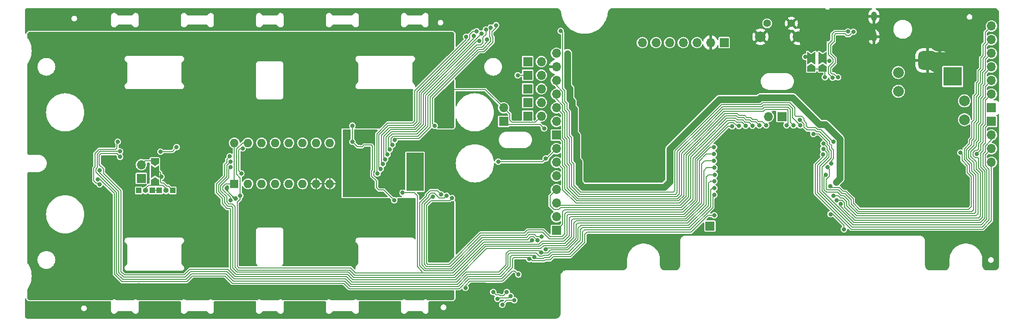
<source format=gbl>
G04 #@! TF.GenerationSoftware,KiCad,Pcbnew,(7.0.0-122-g9f10c142c4)*
G04 #@! TF.CreationDate,2023-02-26T11:30:32+09:00*
G04 #@! TF.ProjectId,qLAMP-main,714c414d-502d-46d6-9169-6e2e6b696361,rev?*
G04 #@! TF.SameCoordinates,Original*
G04 #@! TF.FileFunction,Copper,L2,Bot*
G04 #@! TF.FilePolarity,Positive*
%FSLAX46Y46*%
G04 Gerber Fmt 4.6, Leading zero omitted, Abs format (unit mm)*
G04 Created by KiCad (PCBNEW (7.0.0-122-g9f10c142c4)) date 2023-02-26 11:30:32*
%MOMM*%
%LPD*%
G01*
G04 APERTURE LIST*
G04 Aperture macros list*
%AMRoundRect*
0 Rectangle with rounded corners*
0 $1 Rounding radius*
0 $2 $3 $4 $5 $6 $7 $8 $9 X,Y pos of 4 corners*
0 Add a 4 corners polygon primitive as box body*
4,1,4,$2,$3,$4,$5,$6,$7,$8,$9,$2,$3,0*
0 Add four circle primitives for the rounded corners*
1,1,$1+$1,$2,$3*
1,1,$1+$1,$4,$5*
1,1,$1+$1,$6,$7*
1,1,$1+$1,$8,$9*
0 Add four rect primitives between the rounded corners*
20,1,$1+$1,$2,$3,$4,$5,0*
20,1,$1+$1,$4,$5,$6,$7,0*
20,1,$1+$1,$6,$7,$8,$9,0*
20,1,$1+$1,$8,$9,$2,$3,0*%
%AMFreePoly0*
4,1,6,1.000000,0.000000,0.500000,-0.750000,-0.500000,-0.750000,-0.500000,0.750000,0.500000,0.750000,1.000000,0.000000,1.000000,0.000000,$1*%
%AMFreePoly1*
4,1,7,0.700000,0.000000,1.200000,-0.750000,-1.200000,-0.750000,-0.700000,0.000000,-1.200000,0.750000,1.200000,0.750000,0.700000,0.000000,0.700000,0.000000,$1*%
G04 Aperture macros list end*
G04 #@! TA.AperFunction,ComponentPad*
%ADD10C,2.000000*%
G04 #@! TD*
G04 #@! TA.AperFunction,ComponentPad*
%ADD11C,0.600000*%
G04 #@! TD*
G04 #@! TA.AperFunction,SMDPad,CuDef*
%ADD12R,3.200000X7.100000*%
G04 #@! TD*
G04 #@! TA.AperFunction,ComponentPad*
%ADD13R,1.700000X1.700000*%
G04 #@! TD*
G04 #@! TA.AperFunction,ComponentPad*
%ADD14O,1.700000X1.700000*%
G04 #@! TD*
G04 #@! TA.AperFunction,ComponentPad*
%ADD15R,3.500000X3.500000*%
G04 #@! TD*
G04 #@! TA.AperFunction,ComponentPad*
%ADD16RoundRect,0.750000X-1.000000X0.750000X-1.000000X-0.750000X1.000000X-0.750000X1.000000X0.750000X0*%
G04 #@! TD*
G04 #@! TA.AperFunction,ComponentPad*
%ADD17RoundRect,0.875000X-0.875000X0.875000X-0.875000X-0.875000X0.875000X-0.875000X0.875000X0.875000X0*%
G04 #@! TD*
G04 #@! TA.AperFunction,ComponentPad*
%ADD18O,1.000000X1.800000*%
G04 #@! TD*
G04 #@! TA.AperFunction,ComponentPad*
%ADD19C,1.400000*%
G04 #@! TD*
G04 #@! TA.AperFunction,ComponentPad*
%ADD20R,1.600000X1.600000*%
G04 #@! TD*
G04 #@! TA.AperFunction,ComponentPad*
%ADD21O,1.600000X1.600000*%
G04 #@! TD*
G04 #@! TA.AperFunction,ComponentPad*
%ADD22R,1.000000X1.000000*%
G04 #@! TD*
G04 #@! TA.AperFunction,SMDPad,CuDef*
%ADD23FreePoly0,270.000000*%
G04 #@! TD*
G04 #@! TA.AperFunction,SMDPad,CuDef*
%ADD24FreePoly1,270.000000*%
G04 #@! TD*
G04 #@! TA.AperFunction,SMDPad,CuDef*
%ADD25FreePoly0,90.000000*%
G04 #@! TD*
G04 #@! TA.AperFunction,SMDPad,CuDef*
%ADD26FreePoly1,90.000000*%
G04 #@! TD*
G04 #@! TA.AperFunction,ComponentPad*
%ADD27O,1.000000X1.000000*%
G04 #@! TD*
G04 #@! TA.AperFunction,ViaPad*
%ADD28C,0.800000*%
G04 #@! TD*
G04 #@! TA.AperFunction,Conductor*
%ADD29C,0.210820*%
G04 #@! TD*
G04 #@! TA.AperFunction,Conductor*
%ADD30C,1.270000*%
G04 #@! TD*
G04 #@! TA.AperFunction,Conductor*
%ADD31C,2.540000*%
G04 #@! TD*
G04 #@! TA.AperFunction,Conductor*
%ADD32C,1.524000*%
G04 #@! TD*
G04 #@! TA.AperFunction,Conductor*
%ADD33C,1.016000*%
G04 #@! TD*
G04 APERTURE END LIST*
D10*
X229680000Y-45070000D03*
X229680000Y-48570000D03*
X241980000Y-50360000D03*
X241980000Y-53860000D03*
D11*
X140977500Y-66823000D03*
X140977500Y-65523000D03*
X140977500Y-64223000D03*
X140977500Y-62923000D03*
X140977500Y-61623000D03*
X140977500Y-60323000D03*
X139677500Y-66823000D03*
X139677500Y-65523000D03*
X139677500Y-64223000D03*
D12*
X139677499Y-63572999D03*
D11*
X139677500Y-62923000D03*
X139677500Y-61623000D03*
X139677500Y-60323000D03*
X138377500Y-66823000D03*
X138377500Y-65523000D03*
X138377500Y-64223000D03*
X138377500Y-62923000D03*
X138377500Y-61623000D03*
X138377500Y-60323000D03*
D13*
X156179999Y-54190125D03*
D14*
X156179999Y-51650125D03*
D13*
X160666123Y-50650125D03*
D14*
X163206123Y-50650125D03*
D13*
X160666123Y-43030125D03*
D14*
X163206123Y-43030125D03*
D13*
X160666122Y-45570125D03*
D14*
X163206122Y-45570125D03*
D13*
X160666123Y-48110125D03*
D14*
X163206123Y-48110125D03*
D13*
X160666123Y-53190125D03*
D14*
X163206123Y-53190125D03*
D15*
X239795999Y-45809810D03*
D16*
X239796000Y-39809811D03*
D17*
X235096000Y-42809811D03*
D13*
X194599999Y-73679999D03*
D18*
X225107999Y-38419781D03*
X225107999Y-34619781D03*
X216467999Y-38419781D03*
X216467999Y-34619781D03*
D13*
X207999999Y-53269999D03*
D14*
X205459999Y-53269999D03*
D19*
X205250000Y-35900000D03*
X209750000Y-35900000D03*
D10*
X204000000Y-38400000D03*
X211000000Y-38400000D03*
D13*
X197249999Y-39499999D03*
D14*
X194709999Y-39499999D03*
X192169999Y-39499999D03*
X189629999Y-39499999D03*
X187089999Y-39499999D03*
X184549999Y-39499999D03*
X182009999Y-39499999D03*
D13*
X247000123Y-54190125D03*
D14*
X247000123Y-56730125D03*
X247000123Y-59270125D03*
X247000123Y-61810125D03*
D13*
X166000123Y-56730125D03*
D14*
X166000123Y-54190125D03*
X166000123Y-51650125D03*
X166000123Y-49110125D03*
X166000123Y-46570125D03*
X166000123Y-44030125D03*
X166000123Y-41490125D03*
D20*
X106029988Y-65809998D03*
D21*
X108569988Y-65809998D03*
X111109988Y-65809998D03*
X113649988Y-65809998D03*
X116189988Y-65809998D03*
X118729988Y-65809998D03*
X121269988Y-65809998D03*
X123809988Y-65809998D03*
X123809988Y-58189998D03*
X121269988Y-58189998D03*
X118729988Y-58189998D03*
X116189988Y-58189998D03*
X113649988Y-58189998D03*
X111109988Y-58189998D03*
X108569988Y-58189998D03*
X106029988Y-58189998D03*
D13*
X247000123Y-51650125D03*
D14*
X247000123Y-49110125D03*
X247000123Y-46570125D03*
X247000123Y-44030125D03*
X247000123Y-41490125D03*
X247000123Y-38950125D03*
X247000123Y-36410125D03*
D13*
X88719989Y-64785007D03*
D14*
X88719989Y-62245007D03*
D13*
X166000123Y-74510125D03*
D14*
X166000123Y-71970125D03*
X166000123Y-69430125D03*
X166000123Y-66890125D03*
X166000123Y-64350125D03*
X166000123Y-61810125D03*
X166000123Y-59270125D03*
D22*
X88239999Y-67049999D03*
X94590005Y-67050001D03*
D23*
X91240013Y-61555994D03*
D24*
X91240013Y-63555994D03*
D25*
X91240013Y-65555994D03*
X213457197Y-44390005D03*
D26*
X213457197Y-42390005D03*
D23*
X213457197Y-40390005D03*
D22*
X90779999Y-67049999D03*
D27*
X89509999Y-67049999D03*
D22*
X92049999Y-67049999D03*
D27*
X93319999Y-67049999D03*
D25*
X215599713Y-44390005D03*
D26*
X215599713Y-42390005D03*
D23*
X215599713Y-40390005D03*
D28*
X142982129Y-68226245D03*
X195360000Y-59000000D03*
X128220000Y-38860000D03*
X77330000Y-59700000D03*
X133950000Y-48850000D03*
X103160000Y-70680000D03*
X138410000Y-86210000D03*
X105050000Y-53350000D03*
X100210000Y-64460000D03*
X123220000Y-45870000D03*
X138750000Y-53460000D03*
X114450000Y-68940000D03*
X139340000Y-74490000D03*
X144157211Y-71501633D03*
X96130000Y-53510000D03*
X68870000Y-85990000D03*
X93573823Y-64184712D03*
X83240000Y-46450000D03*
X82180000Y-86260000D03*
X139320000Y-72690000D03*
X104860000Y-46140000D03*
X138180000Y-48850000D03*
X126157211Y-71501633D03*
X102910000Y-49230000D03*
X77630000Y-55610000D03*
X106920000Y-55920000D03*
X90157211Y-71501633D03*
X68740000Y-43210000D03*
X115250000Y-62260000D03*
X90790000Y-55240000D03*
X102960000Y-74970000D03*
X83610000Y-40500000D03*
X103190000Y-51300000D03*
X90330000Y-68840000D03*
X111970000Y-70560000D03*
X68950000Y-57570000D03*
X100840000Y-86140000D03*
X104360000Y-40810000D03*
X86430000Y-68750000D03*
X96080000Y-67210000D03*
X121170000Y-38780000D03*
X108157211Y-52502054D03*
X109320000Y-74180000D03*
X117470000Y-80620000D03*
X135157211Y-71501633D03*
X140160000Y-46620000D03*
X122560000Y-41940000D03*
X110940000Y-40860000D03*
X117570000Y-59440000D03*
X120540000Y-70740000D03*
X131290000Y-41080000D03*
X104500000Y-72820000D03*
X109330000Y-43310000D03*
X117157211Y-52502054D03*
X144157211Y-52502054D03*
X100790000Y-66310000D03*
X93010000Y-86540000D03*
X129130000Y-48880000D03*
X94330000Y-69000000D03*
X145950000Y-86170000D03*
X87200000Y-72820000D03*
X88230000Y-84750000D03*
X99900000Y-45360000D03*
X99830000Y-48730000D03*
X98170000Y-40630000D03*
X145890000Y-79690000D03*
X124310000Y-59690000D03*
X112310000Y-64350000D03*
X97950000Y-56490000D03*
X120380000Y-51360000D03*
X74500000Y-60530000D03*
X68580000Y-48110000D03*
X87090000Y-53440000D03*
X94150000Y-70600000D03*
X96656475Y-64830354D03*
X144740000Y-41950000D03*
X124660000Y-68780000D03*
X84900501Y-58794725D03*
X117157211Y-71501633D03*
X108170000Y-38680000D03*
X76910000Y-66240000D03*
X145980000Y-74270000D03*
X122180000Y-72820000D03*
X102470000Y-68940000D03*
X75960000Y-42150000D03*
X123120000Y-80040000D03*
X112210000Y-51550000D03*
X101560000Y-60660000D03*
X116190000Y-55900000D03*
X119180000Y-86630000D03*
X68680000Y-80760000D03*
X94400000Y-48750000D03*
X81157211Y-52502054D03*
X135157211Y-52502054D03*
X98340000Y-84020000D03*
X97330000Y-75660000D03*
X81060000Y-43480000D03*
X144350000Y-76970000D03*
X124330000Y-64060000D03*
X138260000Y-51200000D03*
X109010000Y-55990000D03*
X94470702Y-62677292D03*
X97170000Y-43560000D03*
X79150000Y-46400000D03*
X108157211Y-71501633D03*
X109240000Y-80440000D03*
X88260000Y-38620000D03*
X113260000Y-72370000D03*
X117620000Y-64240000D03*
X79050000Y-77520000D03*
X107750000Y-61990000D03*
X71290000Y-60120000D03*
X117480000Y-44830000D03*
X128310000Y-80260000D03*
X124940000Y-48820000D03*
X112110000Y-60500000D03*
X97030000Y-48730000D03*
X73250000Y-82980000D03*
X109190000Y-63960000D03*
X70430000Y-77640000D03*
X146200000Y-48340000D03*
X98160000Y-69000000D03*
X106140000Y-85310000D03*
X142810000Y-74280000D03*
X126157211Y-52502054D03*
X85740000Y-70530000D03*
X100240000Y-77800000D03*
X100140000Y-58600000D03*
X129440000Y-51440000D03*
X99157211Y-71501633D03*
X110800000Y-86420000D03*
X103020000Y-43420000D03*
X68600000Y-75840000D03*
X85190000Y-51230000D03*
X141670000Y-42730000D03*
X119920000Y-57060000D03*
X114510000Y-85300000D03*
X76040000Y-80270000D03*
X78970000Y-82820000D03*
X95140000Y-38470000D03*
X142740000Y-79930000D03*
X107850000Y-77550000D03*
X119930000Y-77830000D03*
X123050000Y-55850000D03*
X79820000Y-55190000D03*
X95990000Y-72900000D03*
X94090000Y-51300000D03*
X74210000Y-38800000D03*
X123050000Y-75420000D03*
X68690000Y-38540000D03*
X111070000Y-62380000D03*
X97260000Y-80670000D03*
X127170000Y-43510000D03*
X117380000Y-48700000D03*
X122230000Y-53340000D03*
X138300000Y-70670000D03*
X129390000Y-70660000D03*
X94000000Y-75190000D03*
X120910000Y-61900000D03*
X133490000Y-75110000D03*
X83600000Y-56720000D03*
X115560000Y-38570000D03*
X117500000Y-75330000D03*
X82940000Y-82710000D03*
X73360000Y-45230000D03*
X112390000Y-56850000D03*
X135480000Y-38620000D03*
X100680000Y-68070000D03*
X102880000Y-80570000D03*
X94430000Y-55530000D03*
X131880000Y-86280000D03*
X116540000Y-41500000D03*
X81157211Y-71501633D03*
X109150000Y-46710000D03*
X81730000Y-66770000D03*
X75810000Y-86410000D03*
X126070000Y-85280000D03*
X101380000Y-38780000D03*
X87860000Y-55220000D03*
X143740000Y-38760000D03*
X126140000Y-77920000D03*
X131350000Y-72780000D03*
X102400000Y-83810000D03*
X113390000Y-53380000D03*
X101150000Y-55400000D03*
X138510000Y-41000000D03*
X108330000Y-49720000D03*
X128950000Y-75080000D03*
X79260000Y-38750000D03*
X104790000Y-56710000D03*
X91590000Y-39790000D03*
X80840000Y-80000000D03*
X99157211Y-52502054D03*
X82830000Y-77520000D03*
X131380000Y-53420000D03*
X73440000Y-78900000D03*
X90157211Y-52502054D03*
X119410000Y-68620000D03*
X82970000Y-68930000D03*
X79990000Y-69010000D03*
X168102344Y-41500000D03*
X169758424Y-59290000D03*
X164031263Y-61119145D03*
X107138110Y-68039770D03*
X218137080Y-65497081D03*
X137374951Y-67486551D03*
X161461683Y-76354811D03*
X244305364Y-60260318D03*
X155170000Y-61700000D03*
X192908414Y-53537506D03*
X105320000Y-68866850D03*
X92423240Y-64520000D03*
X195490000Y-64110000D03*
X164038056Y-78032926D03*
X195440000Y-66630000D03*
X80987239Y-63330000D03*
X80570000Y-64980000D03*
X195390000Y-71690000D03*
X160930637Y-79841631D03*
X241232564Y-60002102D03*
X216984190Y-66231890D03*
X84738566Y-59784265D03*
X195430000Y-67890000D03*
X161881351Y-79427611D03*
X211361105Y-53889685D03*
X217181697Y-62002873D03*
X105321879Y-61696057D03*
X195330000Y-61560000D03*
X195420000Y-65300000D03*
X84750000Y-60786902D03*
X163125395Y-78599147D03*
X195440000Y-62830000D03*
X105180359Y-60703392D03*
X107321336Y-63883684D03*
X107592802Y-59196319D03*
X158799403Y-45570000D03*
X163708657Y-55470866D03*
X237045000Y-56200000D03*
X103210000Y-88400000D03*
X126870000Y-59610000D03*
X88950000Y-36460000D03*
X95300000Y-36510000D03*
X126860000Y-65650000D03*
X92030000Y-34360000D03*
X226579710Y-36230000D03*
X238290219Y-37260000D03*
X208180219Y-38190000D03*
X214059710Y-37980000D03*
X223453917Y-36965793D03*
X126850000Y-61920000D03*
X122310000Y-36380000D03*
X213152425Y-39717285D03*
X148140000Y-48960000D03*
X119410000Y-90100000D03*
X165900000Y-90270000D03*
X91860000Y-89980000D03*
X218729710Y-43200000D03*
X77990000Y-34130000D03*
X129578376Y-58178376D03*
X106080000Y-90010000D03*
X222809928Y-34619782D03*
X81890000Y-36490000D03*
X72910000Y-36430000D03*
X152730000Y-90250000D03*
X104627440Y-66623550D03*
X118890000Y-34310000D03*
X236310219Y-34090000D03*
X116270000Y-36470000D03*
X102850000Y-36490000D03*
X133070000Y-34180000D03*
X68100000Y-34130000D03*
X152800000Y-34120000D03*
X128780000Y-59850000D03*
X223682725Y-53217725D03*
X219949710Y-45610000D03*
X130020000Y-88410000D03*
X146250000Y-61600000D03*
X109310000Y-88400000D03*
X152130000Y-46910000D03*
X68090000Y-90020000D03*
X122070000Y-88280000D03*
X109060000Y-36340000D03*
X116020000Y-88360000D03*
X89220000Y-88360000D03*
X143230000Y-34080000D03*
X220557421Y-36192289D03*
X147120000Y-56480000D03*
X143150000Y-88320000D03*
X148640000Y-45960000D03*
X148320000Y-58410000D03*
X150530000Y-66210000D03*
X135780000Y-88360000D03*
X142350000Y-56860000D03*
X222435000Y-59715000D03*
X137380000Y-58650000D03*
X71970000Y-88280000D03*
X216958804Y-36069094D03*
X149770000Y-86210000D03*
X106440000Y-34410000D03*
X133215000Y-66245000D03*
X136170000Y-36410000D03*
X208040219Y-42430000D03*
X132640000Y-90020000D03*
X240870219Y-33840000D03*
X126870000Y-56630000D03*
X147730000Y-90130000D03*
X236055219Y-38885000D03*
X242337800Y-57000200D03*
X213089710Y-34090000D03*
X106273930Y-68548302D03*
X129950000Y-63790000D03*
X145450000Y-58860000D03*
X222352725Y-53237725D03*
X142310000Y-58900000D03*
X130130000Y-36310000D03*
X237983130Y-42587089D03*
X242037800Y-57780200D03*
X218849928Y-34619782D03*
X214552421Y-35557289D03*
X95090000Y-88400000D03*
X76210000Y-90060000D03*
X131690000Y-57110000D03*
X81170000Y-88280000D03*
X147170000Y-35410000D03*
X131310000Y-66640000D03*
X218927300Y-69576319D03*
X213850000Y-56500000D03*
X215670000Y-60340000D03*
X215696035Y-59337635D03*
X80964984Y-65901629D03*
X84318324Y-57978342D03*
X217060000Y-71469100D03*
X219560000Y-74270000D03*
X215730850Y-58335537D03*
X199970000Y-55040000D03*
X135832818Y-68904780D03*
X143320000Y-54968306D03*
X158933809Y-82725299D03*
X154788050Y-36258480D03*
X149073079Y-85187673D03*
X217561590Y-57971534D03*
X166810000Y-37310000D03*
X128030000Y-54968306D03*
X128028376Y-57978376D03*
X216799710Y-42880000D03*
X218438847Y-45955527D03*
X221299710Y-37460000D03*
X217439710Y-46040000D03*
X220289710Y-37430000D03*
X216019835Y-45922883D03*
X212350000Y-42150000D03*
X145560712Y-68049288D03*
X205060000Y-54900000D03*
X163226989Y-75646701D03*
X198710000Y-55090000D03*
X146582903Y-68486645D03*
X154231086Y-86001466D03*
X156763548Y-86018977D03*
X155920000Y-88350000D03*
X158163298Y-87520000D03*
X157472566Y-86727995D03*
X155008227Y-87227870D03*
X151644871Y-39208251D03*
X134565020Y-60355148D03*
X134961708Y-59434251D03*
X152875569Y-37086520D03*
X135453305Y-58560326D03*
X153061591Y-38921357D03*
X135898837Y-57662042D03*
X153790000Y-36672500D03*
X134127098Y-61257166D03*
X152051703Y-37800000D03*
X133674942Y-62152134D03*
X150612507Y-38237777D03*
X151139138Y-37384506D03*
X133259921Y-63064916D03*
X149195787Y-38404630D03*
X132715660Y-63907051D03*
X105321879Y-62698760D03*
X195330000Y-60290000D03*
X92280000Y-59810000D03*
X95290000Y-58990000D03*
X162464386Y-76354811D03*
X144525224Y-67766486D03*
X202500000Y-54970000D03*
X201240000Y-55000000D03*
X208850000Y-54890000D03*
X210150000Y-54910000D03*
X211390000Y-54920000D03*
X218218282Y-68867301D03*
X217620170Y-68062521D03*
X216156150Y-64140000D03*
X216472679Y-62711890D03*
X203770000Y-54930000D03*
D29*
X167252756Y-76082756D02*
X164665169Y-76082756D01*
X194635512Y-59000000D02*
X192237270Y-61398242D01*
X152005156Y-75405841D02*
X151930498Y-75480498D01*
X142812102Y-68226245D02*
X141380619Y-69657728D01*
X164665169Y-76082756D02*
X163400597Y-74818183D01*
X167986774Y-75348738D02*
X167252756Y-76082756D01*
X192237270Y-69018634D02*
X189763944Y-71491960D01*
X160825182Y-74818161D02*
X160237503Y-75405841D01*
X163400597Y-74818183D02*
X162098183Y-74818183D01*
X162098183Y-74818183D02*
X162098183Y-74818161D01*
X146186450Y-81224546D02*
X151930498Y-75480498D01*
X160237503Y-75405841D02*
X152005156Y-75405841D01*
X141380619Y-69657728D02*
X141380619Y-80750619D01*
X195360000Y-59000000D02*
X194635512Y-59000000D01*
X192237270Y-61398242D02*
X192237270Y-69018634D01*
X141380619Y-80750619D02*
X141854546Y-81224546D01*
X142982129Y-68226245D02*
X142812102Y-68226245D01*
X151930498Y-75480498D02*
X152005154Y-75405842D01*
X167986774Y-71753226D02*
X167986774Y-75348738D01*
X195360000Y-59000000D02*
X195334020Y-58974020D01*
X168248040Y-71491960D02*
X167986774Y-71753226D01*
X189763944Y-71491960D02*
X168248040Y-71491960D01*
X162098183Y-74818161D02*
X160825182Y-74818161D01*
X141854546Y-81224546D02*
X146186450Y-81224546D01*
X93573823Y-63574171D02*
X94470702Y-62677292D01*
X93573823Y-64184712D02*
X93573823Y-63574171D01*
X146200000Y-48340000D02*
X146288610Y-48251390D01*
X163206124Y-53190126D02*
X162047514Y-54348736D01*
X93573823Y-64184712D02*
X96010833Y-64184712D01*
X157338610Y-53938610D02*
X157338610Y-52808736D01*
X152781264Y-48251390D02*
X156180000Y-51650126D01*
X157748736Y-54348736D02*
X157338610Y-53938610D01*
X157338610Y-52808736D02*
X156180000Y-51650126D01*
X96010833Y-64184712D02*
X96656475Y-64830354D01*
X146288610Y-48251390D02*
X152781264Y-48251390D01*
X162047514Y-54348736D02*
X157748736Y-54348736D01*
D30*
X168102344Y-43360000D02*
X168102344Y-41500000D01*
X215000454Y-54728350D02*
X210020454Y-49748350D01*
X189754499Y-56684499D02*
X187140310Y-59298687D01*
D29*
X245427494Y-55177243D02*
X245841514Y-54763224D01*
X155170000Y-61700000D02*
X163450408Y-61700000D01*
X245841514Y-50268736D02*
X247000124Y-49110126D01*
X245013474Y-58447229D02*
X245013474Y-59470000D01*
X245427494Y-58033209D02*
X245013474Y-58447229D01*
X107138110Y-64701878D02*
X106443529Y-64007297D01*
X139566551Y-67486551D02*
X140135000Y-68055000D01*
X107138110Y-68039770D02*
X107138110Y-68685557D01*
D30*
X204000648Y-49748350D02*
X203646628Y-50102370D01*
D29*
X163450408Y-61700000D02*
X164031263Y-61119145D01*
D30*
X187140310Y-59298687D02*
X187140310Y-65380000D01*
X169758424Y-61306397D02*
X169758424Y-59290000D01*
X169344404Y-56397889D02*
X169344403Y-51903401D01*
D29*
X140184834Y-82465166D02*
X141015166Y-82465166D01*
X141015166Y-82465166D02*
X146700332Y-82465166D01*
D30*
X216069486Y-54728350D02*
X215000454Y-54728350D01*
D29*
X106567244Y-81177244D02*
X106860000Y-81470000D01*
X128655166Y-82465166D02*
X140184834Y-82465166D01*
D30*
X217594671Y-56253535D02*
X216069486Y-54728350D01*
D29*
X137374951Y-67486551D02*
X139566551Y-67486551D01*
D30*
X207090000Y-49748350D02*
X204000648Y-49748350D01*
X218137080Y-65497081D02*
X218799790Y-64834371D01*
D29*
X146700332Y-82465166D02*
X152519039Y-76646460D01*
X245841514Y-54763224D02*
X245841514Y-50268736D01*
X140135000Y-68055000D02*
X140140001Y-68060001D01*
D30*
X168527630Y-48079131D02*
X168102344Y-47653845D01*
X170172444Y-65622444D02*
X170172444Y-63730000D01*
D29*
X127660000Y-81470000D02*
X128655166Y-82465166D01*
D30*
X179000000Y-66408150D02*
X176838158Y-66408150D01*
X168102344Y-47653845D02*
X168102344Y-43360000D01*
D29*
X106567244Y-69256423D02*
X106567244Y-81177244D01*
D30*
X168930384Y-51489382D02*
X168930384Y-50436372D01*
D29*
X152519039Y-76646460D02*
X161170034Y-76646460D01*
D30*
X176838158Y-66408150D02*
X170958150Y-66408150D01*
D29*
X106443529Y-59343580D02*
X107597110Y-58189999D01*
D30*
X218799790Y-64834371D02*
X218799790Y-57458654D01*
D29*
X106860000Y-81470000D02*
X127660000Y-81470000D01*
X106443529Y-64007297D02*
X106443529Y-59343580D01*
D30*
X169758424Y-59290000D02*
X169758424Y-56811909D01*
D29*
X164031263Y-61119145D02*
X164151105Y-61119145D01*
D30*
X203646628Y-50102370D02*
X199390000Y-50102370D01*
D29*
X141015166Y-82139665D02*
X141015166Y-82465166D01*
D30*
X210020454Y-49748350D02*
X207090000Y-49748350D01*
D29*
X107597110Y-58189999D02*
X108569989Y-58189999D01*
X140135000Y-68055000D02*
X140135000Y-81259499D01*
D30*
X168527630Y-50033618D02*
X168527630Y-48079131D01*
D29*
X140135000Y-81259499D02*
X141015166Y-82139665D01*
D30*
X170172444Y-63730000D02*
X170172444Y-61720417D01*
D29*
X245427494Y-58033209D02*
X245427494Y-55177243D01*
D30*
X170172444Y-61720417D02*
X169758424Y-61306397D01*
X170958150Y-66408150D02*
X170172444Y-65622444D01*
D29*
X244305364Y-60178110D02*
X244305364Y-60260318D01*
X245013474Y-59470000D02*
X244305364Y-60178110D01*
D30*
X169758424Y-56811909D02*
X169344404Y-56397889D01*
D29*
X107138110Y-64701878D02*
X107138110Y-68039770D01*
X161170034Y-76646460D02*
X161461683Y-76354811D01*
X107138110Y-68685557D02*
X106567244Y-69256423D01*
D30*
X199390000Y-50102370D02*
X196343551Y-50102370D01*
X192901492Y-53537506D02*
X189754499Y-56684499D01*
X186112160Y-66408150D02*
X179000000Y-66408150D01*
X195152960Y-51292960D02*
X192908414Y-53537506D01*
X196343551Y-50102370D02*
X195152960Y-51292960D01*
X187140310Y-65380000D02*
X186112160Y-66408150D01*
X218799790Y-57458654D02*
X217594671Y-56253535D01*
X168930384Y-50436372D02*
X168527630Y-50033618D01*
D29*
X164151105Y-61119145D02*
X166000124Y-59270126D01*
D30*
X192908414Y-53537506D02*
X192901492Y-53537506D01*
X169344403Y-51903401D02*
X168930384Y-51489382D01*
D29*
X104439556Y-65809999D02*
X106029989Y-65809999D01*
X103919319Y-66330236D02*
X104439556Y-65809999D01*
X105320000Y-68866850D02*
X105320000Y-68317545D01*
X106029989Y-58189999D02*
X106029989Y-65809999D01*
X103919319Y-66916864D02*
X103919319Y-66330236D01*
X105320000Y-68317545D02*
X103919319Y-66916864D01*
X92050000Y-67050000D02*
X90780000Y-67050000D01*
X93781883Y-66241879D02*
X93442955Y-66241879D01*
X92155994Y-63555994D02*
X91240013Y-63555994D01*
X93442955Y-66241879D02*
X92877537Y-65676461D01*
X92423240Y-64520000D02*
X92350000Y-64520000D01*
X92298143Y-64468143D02*
X92298143Y-63698143D01*
X92350000Y-64520000D02*
X92298143Y-64468143D01*
X92298143Y-65508143D02*
X92298143Y-64468143D01*
X92298143Y-63698143D02*
X92155994Y-63555994D01*
X92466461Y-65676461D02*
X92298143Y-65508143D01*
X92877537Y-65676461D02*
X92466461Y-65676461D01*
X94590006Y-67050002D02*
X93781883Y-66241879D01*
X190447952Y-73150000D02*
X169990000Y-73150000D01*
X193893350Y-69704602D02*
X190447952Y-73150000D01*
X169990000Y-73150000D02*
X169642854Y-73497146D01*
X193893350Y-64556650D02*
X194340000Y-64110000D01*
X193893350Y-68000000D02*
X193893350Y-64556650D01*
X169642854Y-76034707D02*
X167938724Y-77738836D01*
X194340000Y-64110000D02*
X195490000Y-64110000D01*
X164332146Y-77738836D02*
X164038056Y-78032926D01*
X193893350Y-67840000D02*
X193893350Y-69704602D01*
X169642854Y-73497146D02*
X169642854Y-76034707D01*
X167938724Y-77738836D02*
X164332146Y-77738836D01*
X157351960Y-78718040D02*
X157014020Y-79055980D01*
X195060000Y-66630000D02*
X194721390Y-66968610D01*
X162243623Y-78719501D02*
X160359968Y-78719501D01*
X170470894Y-74369106D02*
X170470894Y-76377692D01*
X195440000Y-66630000D02*
X195060000Y-66630000D01*
X126776118Y-83537700D02*
X106003534Y-83537700D01*
X147556802Y-84532864D02*
X127771283Y-84532865D01*
X157014020Y-81111492D02*
X155421972Y-82703540D01*
X160358507Y-78718040D02*
X157351960Y-78718040D01*
X155421972Y-82703540D02*
X149386126Y-82703540D01*
X168281709Y-78566876D02*
X165091744Y-78566876D01*
X127771283Y-84532865D02*
X126776118Y-83537700D01*
X104639373Y-82173540D02*
X97901294Y-82173540D01*
X96861295Y-83213539D02*
X85398707Y-83213540D01*
X194721390Y-70047586D02*
X190787016Y-73981960D01*
X149386126Y-82703540D02*
X147556802Y-84532864D01*
X106003534Y-83537700D02*
X104639373Y-82173540D01*
X194721390Y-66968610D02*
X194721390Y-70047586D01*
X162831879Y-79307757D02*
X162243623Y-78719501D01*
X163571112Y-79155556D02*
X163418911Y-79307757D01*
X84526460Y-67281625D02*
X80987239Y-63742405D01*
X170858040Y-73981960D02*
X170470894Y-74369106D01*
X80987239Y-63742405D02*
X80987239Y-63330000D01*
X157014020Y-79055980D02*
X157014020Y-81111492D01*
X84526460Y-82341294D02*
X84526460Y-67281625D01*
X164503064Y-79155556D02*
X163571112Y-79155556D01*
X190787016Y-73981960D02*
X170858040Y-73981960D01*
X97901294Y-82173540D02*
X96861295Y-83213539D01*
X170470894Y-76377692D02*
X168281709Y-78566876D01*
X160359968Y-78719501D02*
X160358507Y-78718040D01*
X85398707Y-83213540D02*
X84526460Y-82341294D01*
X165091744Y-78566876D02*
X164503064Y-79155556D01*
X163418911Y-79307757D02*
X162831879Y-79307757D01*
X104296785Y-83000620D02*
X105660945Y-84364780D01*
X164846050Y-79983596D02*
X163914098Y-79983596D01*
X127428695Y-85359945D02*
X138900055Y-85359945D01*
X160930637Y-79809363D02*
X161095807Y-79644193D01*
X126433530Y-84364780D02*
X127428695Y-85359945D01*
X171298934Y-75201066D02*
X171298934Y-76720676D01*
X155765436Y-83531100D02*
X157842060Y-81454477D01*
X158142459Y-79547541D02*
X160999155Y-79547541D01*
X153800000Y-83531100D02*
X153300480Y-83531100D01*
X138900055Y-85359945D02*
X147899389Y-85359944D01*
X195390000Y-71690000D02*
X194250000Y-71690000D01*
X149728713Y-83530620D02*
X152499380Y-83530620D01*
X105660945Y-84364780D02*
X126433530Y-84364780D01*
X154300000Y-83531100D02*
X153800000Y-83531100D01*
X157842060Y-79847940D02*
X158142459Y-79547541D01*
X154300000Y-83531100D02*
X155765436Y-83531100D01*
X163914098Y-79983596D02*
X163761897Y-80135797D01*
X160930637Y-79841631D02*
X160930637Y-79809363D01*
X171298934Y-76720676D02*
X168624694Y-79394916D01*
X83699380Y-67629380D02*
X83699380Y-82683884D01*
X194250000Y-71690000D02*
X191130000Y-74810000D01*
X147899389Y-85359944D02*
X149728713Y-83530620D01*
X83699380Y-82683884D02*
X85056116Y-84040620D01*
X81055166Y-64980000D02*
X81055166Y-64985166D01*
X154105435Y-83531100D02*
X154300000Y-83531100D01*
X163761897Y-80135797D02*
X161587411Y-80135797D01*
X153300480Y-83531100D02*
X153300000Y-83530620D01*
X153300000Y-83530620D02*
X153516775Y-83530620D01*
X98243881Y-83000620D02*
X104296785Y-83000620D01*
X191130000Y-74810000D02*
X171690000Y-74810000D01*
X160999155Y-79547541D02*
X161095807Y-79644193D01*
X97203881Y-84040620D02*
X98243881Y-83000620D01*
X161587411Y-80135797D02*
X161095807Y-79644193D01*
X152499380Y-83530620D02*
X153300000Y-83530620D01*
X80570000Y-64980000D02*
X81055166Y-64980000D01*
X165434730Y-79394916D02*
X164846050Y-79983596D01*
X138900055Y-85359945D02*
X138938706Y-85359945D01*
X171690000Y-74810000D02*
X171298934Y-75201066D01*
X81055166Y-64985166D02*
X83699380Y-67629380D01*
X85056116Y-84040620D02*
X97203881Y-84040620D01*
X166150000Y-79394916D02*
X165434730Y-79394916D01*
X166150002Y-79394918D02*
X166150000Y-79394916D01*
X157842060Y-81454477D02*
X157842060Y-79847940D01*
X168624694Y-79394916D02*
X166150000Y-79394916D01*
X221291990Y-68596831D02*
X219906376Y-67211219D01*
X221291990Y-69429356D02*
X221291990Y-68596831D01*
X218699235Y-66525980D02*
X217650000Y-66525980D01*
X222416454Y-70553820D02*
X221291990Y-69429356D01*
X243273944Y-64488043D02*
X243273944Y-70040000D01*
X241232564Y-60002102D02*
X241312102Y-60002102D01*
X242760124Y-70553820D02*
X222416454Y-70553820D01*
X219906376Y-67211219D02*
X219450000Y-67211220D01*
X219450000Y-67211220D02*
X219384475Y-67211220D01*
X241312102Y-60002102D02*
X241526654Y-60216654D01*
X241526654Y-61411296D02*
X242529354Y-62413996D01*
X242529354Y-63743453D02*
X243273944Y-64488043D01*
X241526654Y-60216654D02*
X241526654Y-61411296D01*
X217278280Y-66525980D02*
X216984190Y-66231890D01*
X219384475Y-67211220D02*
X218699235Y-66525980D01*
X242529354Y-62413996D02*
X242529354Y-63743453D01*
X243273944Y-70040000D02*
X242760124Y-70553820D01*
X217650000Y-66525980D02*
X217278280Y-66525980D01*
X195430000Y-67890000D02*
X195135410Y-68184590D01*
X195135410Y-68184590D02*
X195135410Y-70219079D01*
X165263237Y-78980896D02*
X164674557Y-79569576D01*
X81045735Y-59784265D02*
X80490000Y-60340000D01*
X164674557Y-79569576D02*
X163742605Y-79569576D01*
X80868280Y-64212476D02*
X80872475Y-64212476D01*
X105832241Y-83951240D02*
X126604824Y-83951240D01*
X80872475Y-64212476D02*
X84112920Y-67452921D01*
X84112920Y-67452921D02*
X84112920Y-82512589D01*
X162175517Y-79721777D02*
X161881351Y-79427611D01*
X80490000Y-62825804D02*
X80279118Y-63036686D01*
X163590404Y-79721777D02*
X162175517Y-79721777D01*
X195135410Y-70219079D02*
X190958508Y-74395980D01*
X84112920Y-82512589D02*
X85227414Y-83627080D01*
X104468079Y-82587080D02*
X105832241Y-83951240D01*
X161881351Y-79427611D02*
X161587261Y-79133521D01*
X127599990Y-84946405D02*
X147728094Y-84946405D01*
X80490000Y-60340000D02*
X80490000Y-62825804D01*
X149557419Y-83117080D02*
X155593944Y-83117080D01*
X97032590Y-83627078D02*
X98072588Y-82587080D01*
X161587261Y-79133521D02*
X157729401Y-79133521D01*
X98072588Y-82587080D02*
X104468079Y-82587080D01*
X84738566Y-59784265D02*
X81045735Y-59784265D01*
X155593944Y-83117080D02*
X157428040Y-81282984D01*
X157729401Y-79133521D02*
X157727940Y-79132060D01*
X80279118Y-63623314D02*
X80868280Y-64212476D01*
X126604824Y-83951240D02*
X127599990Y-84946405D01*
X170884914Y-76549184D02*
X168453201Y-78980896D01*
X168453201Y-78980896D02*
X165263237Y-78980896D01*
X163742605Y-79569576D02*
X163590404Y-79721777D01*
X85227414Y-83627080D02*
X97032590Y-83627078D01*
X147728094Y-84946405D02*
X149557419Y-83117080D01*
X157428040Y-81282984D02*
X157428040Y-79431960D01*
X157428040Y-79431960D02*
X157727940Y-79132060D01*
X170884914Y-74755086D02*
X170884914Y-76549184D01*
X80279118Y-63036686D02*
X80279118Y-63623314D01*
X171244020Y-74395980D02*
X170884914Y-74755086D01*
X190958508Y-74395980D02*
X171244020Y-74395980D01*
X217232685Y-59126148D02*
X217232685Y-58657172D01*
X216853480Y-57870528D02*
X215068931Y-56085980D01*
X214143516Y-55791390D02*
X212676484Y-55791390D01*
X217620670Y-60551067D02*
X217620670Y-59514133D01*
X217629603Y-61139059D02*
X217629603Y-60560000D01*
X216853480Y-58277967D02*
X216853480Y-57870528D01*
X215068931Y-56085980D02*
X214438106Y-56085980D01*
X212676484Y-55791390D02*
X212098610Y-55213516D01*
X211361811Y-53889685D02*
X211791063Y-54318937D01*
X211634370Y-54162244D02*
X211626614Y-54170000D01*
X211791063Y-54318937D02*
X211634370Y-54162244D01*
X212098610Y-55213516D02*
X212098610Y-54626484D01*
X217232685Y-58657172D02*
X216853480Y-58277967D01*
X217629603Y-60560000D02*
X217620670Y-60551067D01*
X212098610Y-54626484D02*
X211791063Y-54318937D01*
X217181697Y-62002873D02*
X217181697Y-61586965D01*
X214438106Y-56085980D02*
X214143516Y-55791390D01*
X217181697Y-61586965D02*
X217629603Y-61139059D01*
X217620670Y-59514133D02*
X217232685Y-59126148D01*
X211361105Y-53889685D02*
X211361811Y-53889685D01*
X163496040Y-76910796D02*
X167595740Y-76910796D01*
X103092241Y-67259454D02*
X104198339Y-68365552D01*
X104613758Y-62404178D02*
X104613758Y-64466131D01*
X128285165Y-83292245D02*
X147042921Y-83292245D01*
X193065310Y-69361618D02*
X193065310Y-62144690D01*
X147042921Y-83292245D02*
X152858707Y-77476460D01*
X167595740Y-76910796D02*
X168814814Y-75691722D01*
X104198340Y-69331459D02*
X104855393Y-69988511D01*
X190106928Y-72320000D02*
X193065310Y-69361618D01*
X162929395Y-77477441D02*
X163496040Y-76910796D01*
X106517413Y-82297080D02*
X127290000Y-82297080D01*
X169090000Y-72320000D02*
X190106928Y-72320000D01*
X103092239Y-65987650D02*
X103092241Y-67259454D01*
X105503677Y-69988511D02*
X105740164Y-70224998D01*
X193065310Y-62144690D02*
X193650000Y-61560000D01*
X105321879Y-61696057D02*
X104613758Y-62404178D01*
X160996674Y-77477441D02*
X162929395Y-77477441D01*
X168814814Y-72595186D02*
X169090000Y-72320000D01*
X168814814Y-75691722D02*
X168814814Y-72595186D01*
X105740164Y-70224998D02*
X105740164Y-81519831D01*
X127290000Y-82297080D02*
X128285165Y-83292245D01*
X104855393Y-69988511D02*
X105503677Y-69988511D01*
X104198339Y-68365552D02*
X104198340Y-69331459D01*
X104613758Y-64466131D02*
X103092239Y-65987650D01*
X193650000Y-61560000D02*
X195330000Y-61560000D01*
X105740164Y-81519831D02*
X106517413Y-82297080D01*
X160995693Y-77476460D02*
X160996674Y-77477441D01*
X152858707Y-77476460D02*
X160995693Y-77476460D01*
X96690000Y-82800000D02*
X97730000Y-81760000D01*
X194307370Y-69876094D02*
X190615524Y-73567940D01*
X194307370Y-65702630D02*
X194307370Y-69876094D01*
X157125980Y-78304020D02*
X160530000Y-78304020D01*
X164331572Y-78741536D02*
X163267784Y-78741536D01*
X127942579Y-84119325D02*
X147385508Y-84119325D01*
X84940000Y-67110334D02*
X84940000Y-82170000D01*
X162831729Y-78305481D02*
X163125395Y-78599147D01*
X84750000Y-60786902D02*
X84739768Y-60786902D01*
X190615524Y-73567940D02*
X170582060Y-73567940D01*
X156600000Y-78830000D02*
X157125980Y-78304020D01*
X195420000Y-65300000D02*
X194710000Y-65300000D01*
X170582060Y-73567940D02*
X170056874Y-74093126D01*
X104810667Y-81760000D02*
X106174827Y-83124160D01*
X84940000Y-82170000D02*
X85570000Y-82800000D01*
X81695360Y-63036686D02*
X81695360Y-63865692D01*
X80903540Y-62244866D02*
X81695360Y-63036686D01*
X164920252Y-78152856D02*
X164331572Y-78741536D01*
X106174827Y-83124160D02*
X126947412Y-83124160D01*
X160531461Y-78305481D02*
X162831729Y-78305481D01*
X81695360Y-63865692D02*
X84940000Y-67110334D01*
X168110217Y-78152856D02*
X164920252Y-78152856D01*
X97730000Y-81760000D02*
X104810667Y-81760000D01*
X163267784Y-78741536D02*
X163125395Y-78599147D01*
X149214834Y-82290000D02*
X155250000Y-82290000D01*
X156600000Y-80940000D02*
X156600000Y-78830000D01*
X80903540Y-60511294D02*
X80903540Y-62244866D01*
X155250000Y-82290000D02*
X156600000Y-80940000D01*
X85570000Y-82800000D02*
X96690000Y-82800000D01*
X194710000Y-65300000D02*
X194307370Y-65702630D01*
X81217029Y-60197805D02*
X80903540Y-60511294D01*
X147385508Y-84119325D02*
X149214834Y-82290000D01*
X84739768Y-60786902D02*
X84150671Y-60197805D01*
X170056874Y-76206199D02*
X168110217Y-78152856D01*
X84150671Y-60197805D02*
X81217029Y-60197805D01*
X170056874Y-74093126D02*
X170056874Y-76206199D01*
X160530000Y-78304020D02*
X160531461Y-78305481D01*
X126947412Y-83124160D02*
X127942579Y-84119325D01*
X169644020Y-72735980D02*
X169228834Y-73151166D01*
X105326624Y-81691124D02*
X105326624Y-70546624D01*
X169228834Y-73151166D02*
X169228834Y-75863214D01*
X163667532Y-77324816D02*
X163100887Y-77891461D01*
X103784799Y-68536846D02*
X102678699Y-67430746D01*
X105326624Y-70546624D02*
X105182051Y-70402051D01*
X193479330Y-63340670D02*
X193479330Y-69533110D01*
X104200219Y-62232883D02*
X104613758Y-61819344D01*
X104613758Y-61269993D02*
X105180359Y-60703392D01*
X104684100Y-70402051D02*
X103784800Y-69502754D01*
X127118706Y-82710620D02*
X106346120Y-82710620D01*
X102678699Y-67430746D02*
X102678699Y-65816357D01*
X106346120Y-82710620D02*
X105326624Y-81691124D01*
X160702954Y-77891461D02*
X160701493Y-77890000D01*
X153030000Y-77890000D02*
X147214215Y-83705785D01*
X195440000Y-62830000D02*
X193990000Y-62830000D01*
X102678699Y-65816357D02*
X104200219Y-64294835D01*
X104200219Y-64294835D02*
X104200219Y-62232883D01*
X128113872Y-83705785D02*
X127118706Y-82710620D01*
X190276460Y-72735980D02*
X169644020Y-72735980D01*
X193990000Y-62830000D02*
X193479330Y-63340670D01*
X193479330Y-69533110D02*
X190276460Y-72735980D01*
X104613758Y-61819344D02*
X104613758Y-61269993D01*
X160701493Y-77890000D02*
X153030000Y-77890000D01*
X163100887Y-77891461D02*
X160702954Y-77891461D01*
X103784800Y-69502754D02*
X103784799Y-68536846D01*
X167767232Y-77324816D02*
X163667532Y-77324816D01*
X169228834Y-75863214D02*
X167767232Y-77324816D01*
X105182051Y-70402051D02*
X104684100Y-70402051D01*
X147214215Y-83705785D02*
X128113872Y-83705785D01*
X106857069Y-62817730D02*
X106857069Y-63341604D01*
X106857069Y-62817730D02*
X106857069Y-59514874D01*
X106857069Y-63419417D02*
X107321336Y-63883684D01*
X107175624Y-59196319D02*
X107592802Y-59196319D01*
X106857069Y-59514874D02*
X107175624Y-59196319D01*
X106857069Y-63341604D02*
X106857069Y-63419417D01*
X160665997Y-45570000D02*
X160666123Y-45570126D01*
X158799403Y-45570000D02*
X160665997Y-45570000D01*
X160408514Y-54762756D02*
X156752630Y-54762756D01*
X156752630Y-54762756D02*
X156180000Y-54190126D01*
X163000547Y-54762756D02*
X163708657Y-55470866D01*
X160408514Y-54762756D02*
X163000547Y-54762756D01*
X91240013Y-61555994D02*
X89409004Y-61555994D01*
X89409004Y-61555994D02*
X88719990Y-62245008D01*
D31*
X215069710Y-36018072D02*
X215741580Y-36689942D01*
X237983130Y-42587089D02*
X236573300Y-42587089D01*
X221552421Y-35557289D02*
X216832421Y-35557289D01*
D29*
X213457197Y-38962513D02*
X213457197Y-38328487D01*
D31*
X216468000Y-34619782D02*
X215252928Y-34619782D01*
D29*
X131718376Y-58178376D02*
X129578376Y-58178376D01*
D31*
X240883130Y-42587089D02*
X237983130Y-42587089D01*
X219219710Y-35851870D02*
X219312421Y-35759159D01*
X215741580Y-37693362D02*
X215741580Y-37286318D01*
X239796011Y-39809800D02*
X236980019Y-39809800D01*
X215252928Y-34619782D02*
X212500710Y-37372000D01*
D29*
X132138260Y-63440000D02*
X132138260Y-58598260D01*
D32*
X212714280Y-39980000D02*
X212976995Y-39717285D01*
D33*
X237045000Y-56200000D02*
X240457600Y-56200000D01*
D29*
X215599713Y-40390005D02*
X215599713Y-37428185D01*
X215599713Y-37428185D02*
X215741580Y-37286318D01*
D31*
X221552421Y-35557289D02*
X222045413Y-35557289D01*
X212500710Y-39241000D02*
X212976995Y-39717285D01*
X212500710Y-39241000D02*
X212500710Y-37372000D01*
X216832421Y-35557289D02*
X215069710Y-37320000D01*
X215672788Y-37624570D02*
X215741580Y-37693362D01*
X216468000Y-34619782D02*
X218849928Y-34619782D01*
X215069710Y-39707282D02*
X215079713Y-39717285D01*
X218849928Y-34619782D02*
X222809928Y-34619782D01*
X215069710Y-37624570D02*
X215069710Y-37320000D01*
X239275811Y-40330000D02*
X239796011Y-39809800D01*
X215069710Y-39707282D02*
X215069710Y-37320000D01*
D33*
X240457600Y-56200000D02*
X242037800Y-57780200D01*
D31*
X236980019Y-39809800D02*
X236055219Y-38885000D01*
D29*
X129566753Y-58189999D02*
X129578376Y-58178376D01*
D31*
X223453917Y-36965793D02*
X224309710Y-37821586D01*
X240883130Y-42587089D02*
X240883130Y-40252911D01*
X236573300Y-42587089D02*
X236573300Y-43750000D01*
D29*
X105258645Y-67671356D02*
X106135591Y-68548302D01*
X132007539Y-64200365D02*
X132007539Y-63570721D01*
D31*
X219312421Y-35759159D02*
X219312421Y-35557289D01*
X215069710Y-36018072D02*
X215069710Y-37320000D01*
D32*
X213457197Y-40390005D02*
X213457197Y-38328487D01*
D31*
X240883130Y-40252911D02*
X236187508Y-35557289D01*
X222045413Y-35557289D02*
X223453917Y-36965793D01*
X216468000Y-34619782D02*
X215069710Y-36018072D01*
D32*
X213457197Y-40197487D02*
X212976995Y-39717285D01*
D31*
X215069710Y-37624570D02*
X215672788Y-37624570D01*
X215741580Y-37286318D02*
X216958804Y-36069094D01*
X217176028Y-35851870D02*
X219219710Y-35851870D01*
D29*
X133215000Y-66245000D02*
X133215000Y-65407826D01*
D31*
X240890219Y-41900000D02*
X240940219Y-41950000D01*
D29*
X132007539Y-63570721D02*
X132138260Y-63440000D01*
X104627440Y-67040151D02*
X105258645Y-67671356D01*
D31*
X216958804Y-36069094D02*
X217176028Y-35851870D01*
X215079713Y-39717285D02*
X215079713Y-39670000D01*
X213152425Y-39717285D02*
X215079713Y-39717285D01*
X238410001Y-34619782D02*
X240890219Y-37100000D01*
X240940219Y-42530000D02*
X240883130Y-42587089D01*
D32*
X213457197Y-40390005D02*
X213457197Y-40197487D01*
D31*
X240940219Y-41950000D02*
X240940219Y-42530000D01*
D29*
X133215000Y-65407826D02*
X132007539Y-64200365D01*
D31*
X212976995Y-39717285D02*
X213152425Y-39717285D01*
D32*
X213457197Y-38328487D02*
X212500710Y-37372000D01*
D31*
X240890219Y-37100000D02*
X240890219Y-41900000D01*
D29*
X132138260Y-58598260D02*
X131718376Y-58178376D01*
X104627440Y-66623550D02*
X104627440Y-67040151D01*
X106135591Y-68548302D02*
X106273930Y-68548302D01*
X220007537Y-71072463D02*
X218927300Y-69992226D01*
X221558994Y-72623920D02*
X220007537Y-71072463D01*
X245013474Y-57861717D02*
X245013474Y-55005750D01*
X245841514Y-49683224D02*
X245841514Y-47728736D01*
X245841514Y-47728736D02*
X247000124Y-46570126D01*
X244764032Y-72623920D02*
X245344044Y-72043908D01*
X243596754Y-60553834D02*
X243596754Y-59966802D01*
X245344044Y-72043908D02*
X245344044Y-63630581D01*
X244011848Y-60968928D02*
X243596754Y-60553834D01*
X244764032Y-72623920D02*
X221558994Y-72623920D01*
X244599454Y-62885991D02*
X244599454Y-61119454D01*
X244011848Y-59551708D02*
X244346254Y-59551708D01*
X245344044Y-63630581D02*
X244599454Y-62885991D01*
X245427494Y-54591731D02*
X245427494Y-50097244D01*
X245013474Y-55005750D02*
X245427494Y-54591731D01*
X244599454Y-61119454D02*
X244448928Y-60968928D01*
X243596754Y-59966802D02*
X244011848Y-59551708D01*
X245427494Y-50097244D02*
X245841514Y-49683224D01*
X218927300Y-69992226D02*
X218927300Y-69576319D01*
X244599454Y-59298508D02*
X244599454Y-58275737D01*
X244599454Y-58275737D02*
X245013474Y-57861717D01*
X244448928Y-60968928D02*
X244011848Y-60968928D01*
X244346254Y-59551708D02*
X244599454Y-59298508D01*
X221387502Y-73037940D02*
X215448040Y-67098478D01*
X245841514Y-55348736D02*
X245841514Y-58204702D01*
X245841514Y-58204702D02*
X245427494Y-58618721D01*
X215448040Y-67098478D02*
X215448040Y-62735110D01*
X216818665Y-59297640D02*
X216818665Y-58828665D01*
X217206650Y-60976500D02*
X217206650Y-59685625D01*
X245013474Y-60075513D02*
X245013474Y-62714498D01*
X245758064Y-63459088D02*
X245758064Y-72215400D01*
X217206650Y-59685625D02*
X216818665Y-59297640D01*
X215448040Y-62735110D02*
X217206650Y-60976500D01*
X245758064Y-72215400D02*
X244935524Y-73037940D01*
X247000124Y-54190126D02*
X245841514Y-55348736D01*
X216818665Y-58828665D02*
X216439460Y-58449460D01*
X245427494Y-59661493D02*
X245013474Y-60075513D01*
X216439460Y-58449460D02*
X216439460Y-58042021D01*
X245013474Y-62714498D02*
X245758064Y-63459088D01*
X244935524Y-73037940D02*
X221387502Y-73037940D01*
X214897439Y-56500000D02*
X213850000Y-56500000D01*
X245427494Y-58618721D02*
X245427494Y-59661493D01*
X216439460Y-58042021D02*
X214897439Y-56500000D01*
X214205980Y-62220634D02*
X215670000Y-60756614D01*
X247000124Y-72729876D02*
X245450000Y-74280000D01*
X245450000Y-74280000D02*
X220873026Y-74280000D01*
X215670000Y-60756614D02*
X215670000Y-60340000D01*
X247000124Y-61810126D02*
X247000124Y-72729876D01*
X220873026Y-74280000D02*
X214205980Y-67612955D01*
X214205980Y-67612955D02*
X214205980Y-62220634D01*
X215696035Y-59346035D02*
X216378610Y-60028610D01*
X214620000Y-62392126D02*
X214620000Y-67441462D01*
X246586104Y-72558384D02*
X246586104Y-63116104D01*
X221044518Y-73865980D02*
X245278508Y-73865980D01*
X216378610Y-60633516D02*
X214620000Y-62392126D01*
X245841514Y-60428736D02*
X247000124Y-59270126D01*
X214620000Y-67441462D02*
X221044518Y-73865980D01*
X215696035Y-59337635D02*
X215696035Y-59346035D01*
X245841514Y-62371514D02*
X245841514Y-60428736D01*
X246586104Y-63116104D02*
X245841514Y-62371514D01*
X216378610Y-60028610D02*
X216378610Y-60633516D01*
X245278508Y-73865980D02*
X246586104Y-72558384D01*
X79861879Y-65273314D02*
X80276686Y-65688121D01*
X84192380Y-59127620D02*
X83949275Y-59370725D01*
X79865579Y-62865391D02*
X79861879Y-62869091D01*
X80276686Y-65688121D02*
X80751476Y-65688121D01*
X80076460Y-62654510D02*
X79865579Y-62865391D01*
X84192380Y-58104286D02*
X84192380Y-59088039D01*
X80751476Y-65688121D02*
X80964984Y-65901629D01*
X80076460Y-60168707D02*
X80076460Y-62470000D01*
X84192380Y-59088039D02*
X84192380Y-59127620D01*
X83949275Y-59370725D02*
X80874442Y-59370725D01*
X80874442Y-59370725D02*
X80874440Y-59370726D01*
X84318324Y-57978342D02*
X84192380Y-58104286D01*
X79861879Y-62869091D02*
X79861879Y-65273314D01*
X80076461Y-60168705D02*
X80076460Y-60168707D01*
X80874440Y-59370726D02*
X80076461Y-60168705D01*
X80076460Y-62470000D02*
X80076460Y-62654510D01*
X219560000Y-73552486D02*
X217476614Y-71469100D01*
X217476614Y-71469100D02*
X217060000Y-71469100D01*
X219560000Y-74270000D02*
X219560000Y-73552486D01*
X245427494Y-60257244D02*
X245427494Y-62543006D01*
X245107016Y-73451960D02*
X221216010Y-73451960D01*
X221216010Y-73451960D02*
X215034020Y-67269970D01*
X246172084Y-72386892D02*
X245107016Y-73451960D01*
X245841514Y-59843224D02*
X245427494Y-60257244D01*
X245841514Y-58790214D02*
X245841514Y-59843224D01*
X216792630Y-59857117D02*
X216404645Y-59469132D01*
X215034020Y-67269970D02*
X215034020Y-62563618D01*
X216792630Y-60805008D02*
X216792630Y-59857117D01*
X216404645Y-59009332D02*
X215730850Y-58335537D01*
X246172084Y-63287596D02*
X246172084Y-72386892D01*
X247000124Y-57631604D02*
X245841514Y-58790214D01*
X245427494Y-62543006D02*
X246172084Y-63287596D01*
X215034020Y-62563618D02*
X216792630Y-60805008D01*
X247000124Y-56730126D02*
X247000124Y-57631604D01*
X216404645Y-59469132D02*
X216404645Y-59009332D01*
X198083098Y-54381390D02*
X191409230Y-61055257D01*
X167486080Y-70663920D02*
X167158734Y-70991266D01*
X166744714Y-75254716D02*
X166000124Y-74510126D01*
X167158734Y-70991266D02*
X167158734Y-73351516D01*
X199003516Y-54381390D02*
X198083098Y-54381390D01*
X199662126Y-55040000D02*
X199003516Y-54381390D01*
X189420960Y-70663920D02*
X167486080Y-70663920D01*
X167158734Y-73351516D02*
X166000124Y-74510126D01*
X199970000Y-55040000D02*
X199662126Y-55040000D01*
X191409230Y-68675650D02*
X189420960Y-70663920D01*
X191409230Y-61055257D02*
X191409230Y-68675650D01*
X212512630Y-54454991D02*
X212069715Y-54012076D01*
X131594000Y-63380720D02*
X131594000Y-64371660D01*
X132506879Y-66538314D02*
X132921686Y-66953121D01*
X129871690Y-58886497D02*
X130164094Y-58594093D01*
X169228834Y-62111273D02*
X168814814Y-61697253D01*
X167584020Y-50424474D02*
X167584020Y-48469987D01*
X167158734Y-48044701D02*
X167158734Y-37658734D01*
X212069715Y-53596169D02*
X211654621Y-53181075D01*
X131594000Y-64371660D02*
X132486170Y-65263830D01*
X131724720Y-63250000D02*
X131594000Y-63380720D01*
X142919999Y-49859264D02*
X149464632Y-43314631D01*
X151554632Y-41224631D02*
X151620342Y-41158921D01*
X158933809Y-82725299D02*
X158265798Y-82057288D01*
X187768240Y-67351760D02*
X170501760Y-67351760D01*
X212512630Y-55042630D02*
X212512630Y-54454991D01*
X211654621Y-53181075D02*
X210561075Y-53181075D01*
X149464632Y-43314631D02*
X151554632Y-41224631D01*
X151620342Y-41158921D02*
X152109881Y-41158921D01*
X128030000Y-54968306D02*
X128030000Y-57976752D01*
X152452865Y-41158921D02*
X154184221Y-39427565D01*
X210400670Y-51596911D02*
X209495718Y-50691960D01*
X214315008Y-55377370D02*
X212847370Y-55377370D01*
X152929149Y-83945120D02*
X152928187Y-83944158D01*
X155936928Y-83945120D02*
X152929149Y-83945120D01*
X128936497Y-58886497D02*
X129871690Y-58886497D01*
X152109881Y-41158921D02*
X152452865Y-41158921D01*
X130166271Y-58591916D02*
X131541916Y-58591916D01*
X158265798Y-82057288D02*
X157824760Y-82057288D01*
X210400670Y-53020670D02*
X210400670Y-51596911D01*
X212847370Y-55377370D02*
X212512630Y-55042630D01*
X212069715Y-54012076D02*
X212069715Y-53596169D01*
X168400794Y-56788745D02*
X168400794Y-52294258D01*
X168814814Y-57202765D02*
X168400794Y-56788745D01*
X167158734Y-37658734D02*
X166810000Y-37310000D01*
X149900009Y-83944158D02*
X149073079Y-84771089D01*
X209495718Y-50691960D02*
X204391504Y-50691960D01*
X188083920Y-59689543D02*
X188083920Y-67036080D01*
X154184221Y-38456348D02*
X153998199Y-38270326D01*
X142919999Y-54568305D02*
X142919999Y-49859264D01*
X204037484Y-51045980D02*
X196734407Y-51045980D01*
X131724720Y-62490000D02*
X131724720Y-63250000D01*
X154184221Y-39427565D02*
X154184221Y-38456348D01*
X217539998Y-57971534D02*
X215240424Y-55671960D01*
X143320000Y-54968306D02*
X142919999Y-54568305D01*
X153998199Y-37466427D02*
X154788050Y-36676576D01*
X154788050Y-36676576D02*
X154788050Y-36258480D01*
X128030000Y-57976752D02*
X128028376Y-57978376D01*
X131724720Y-58774720D02*
X131724720Y-62490000D01*
X153998199Y-38270326D02*
X153998199Y-37466427D01*
X133881159Y-66953121D02*
X135832818Y-68904780D01*
X131541916Y-58591916D02*
X131724720Y-58774720D01*
X169228834Y-66078834D02*
X169228834Y-62111273D01*
X210561075Y-53181075D02*
X210400670Y-53020670D01*
X149073079Y-84771089D02*
X149073079Y-85187673D01*
X130164094Y-58594093D02*
X130166271Y-58591916D01*
X167986774Y-51880239D02*
X167986774Y-50827228D01*
X214609598Y-55671960D02*
X214315008Y-55377370D01*
X204391504Y-50691960D02*
X204037484Y-51045980D01*
X128028376Y-57978376D02*
X128936497Y-58886497D01*
X196734407Y-51045980D02*
X193105193Y-54675193D01*
X152928187Y-83944158D02*
X149900009Y-83944158D01*
X132506879Y-65284539D02*
X132506879Y-66538314D01*
X133300000Y-66953121D02*
X133881159Y-66953121D01*
X168400794Y-52294258D02*
X167986774Y-51880239D01*
X157824760Y-82057288D02*
X155936928Y-83945120D01*
X170501760Y-67351760D02*
X169228834Y-66078834D01*
X193105193Y-54675193D02*
X193098271Y-54675193D01*
X193098271Y-54675193D02*
X188083920Y-59689543D01*
X215240424Y-55671960D02*
X214609598Y-55671960D01*
X217561590Y-57971534D02*
X217539998Y-57971534D01*
X132921686Y-66953121D02*
X133300000Y-66953121D01*
X167986774Y-50827228D02*
X167584020Y-50424474D01*
X188083920Y-67036080D02*
X187768240Y-67351760D01*
X168814814Y-61697253D02*
X168814814Y-57202765D01*
X132486170Y-65263830D02*
X132506879Y-65284539D01*
X167584020Y-48469987D02*
X167158734Y-48044701D01*
X216799710Y-42880000D02*
X216089708Y-42880000D01*
X216089708Y-42880000D02*
X215599713Y-42390005D01*
X220018275Y-38160000D02*
X219701815Y-37843540D01*
X219701815Y-37843540D02*
X218001004Y-37843540D01*
X217733024Y-45331879D02*
X217805428Y-45404282D01*
X217733250Y-39282233D02*
X217071383Y-39944100D01*
X217921370Y-43344609D02*
X217071383Y-44194596D01*
X220599710Y-38160000D02*
X220018275Y-38160000D01*
X217071383Y-45086839D02*
X217316423Y-45331879D01*
X217071383Y-41565404D02*
X217921371Y-42415393D01*
X217071383Y-44194596D02*
X217071383Y-45086839D01*
X221299710Y-37460000D02*
X220599710Y-38160000D01*
X217733250Y-38111294D02*
X217733250Y-39282233D01*
X217921371Y-42415393D02*
X217921370Y-43344609D01*
X217805428Y-45404282D02*
X218356672Y-45955527D01*
X218356672Y-45955527D02*
X218438847Y-45955527D01*
X217071383Y-39944100D02*
X217071383Y-41565404D01*
X217316423Y-45331879D02*
X217733024Y-45331879D01*
X217733250Y-45332105D02*
X217805428Y-45404282D01*
X218001004Y-37843540D02*
X217733250Y-38111294D01*
X217507831Y-42586686D02*
X217507831Y-43173314D01*
X217319710Y-39110940D02*
X216740650Y-39690000D01*
X217319710Y-37940000D02*
X217319710Y-39110940D01*
X216657843Y-45258133D02*
X217439710Y-46040000D01*
X220289710Y-37430000D02*
X217829710Y-37430000D01*
X216657843Y-39762373D02*
X216657843Y-41736698D01*
X217829710Y-37430000D02*
X217319710Y-37940000D01*
X216740650Y-39690000D02*
X216730216Y-39690000D01*
X216730216Y-39690000D02*
X216657843Y-39762373D01*
X217507831Y-43173314D02*
X216657843Y-44023302D01*
X216657843Y-44023302D02*
X216657843Y-45258133D01*
X216657843Y-41736698D02*
X217507831Y-42586686D01*
X215599713Y-44390005D02*
X213457197Y-44390005D01*
X216019835Y-44810127D02*
X215599713Y-44390005D01*
X216019835Y-45922883D02*
X216019835Y-44810127D01*
X213457197Y-42390005D02*
X213145323Y-42701879D01*
X212350000Y-42150000D02*
X213217192Y-42150000D01*
X213217192Y-42150000D02*
X213457197Y-42390005D01*
X199689488Y-52725310D02*
X197397127Y-52725310D01*
X141683252Y-81638086D02*
X146357744Y-81638086D01*
X142703399Y-67503540D02*
X142236756Y-67970183D01*
X140967079Y-80921912D02*
X141683252Y-81638086D01*
X145560712Y-68049288D02*
X145135393Y-68474607D01*
X145135393Y-68474607D02*
X144231910Y-68474607D01*
X202548395Y-53847370D02*
X202164375Y-53463350D01*
X160996675Y-75232181D02*
X161926691Y-75232181D01*
X142236756Y-68216757D02*
X140967079Y-69486435D01*
X162340711Y-75646201D02*
X162670000Y-75646201D01*
X189740000Y-60382439D02*
X189740000Y-68002832D01*
X166460100Y-56489900D02*
X166219874Y-56730126D01*
X203272883Y-53847370D02*
X202548395Y-53847370D01*
X167158734Y-57888736D02*
X166000124Y-56730126D01*
X142236756Y-67970183D02*
X142236756Y-68216757D01*
X200053508Y-53089330D02*
X199689488Y-52725310D01*
X201459888Y-53463350D02*
X201085868Y-53089330D01*
X189740000Y-68002832D02*
X188734992Y-69007840D01*
X146357744Y-81638086D02*
X152176451Y-75819380D01*
X201085868Y-53089330D02*
X200053508Y-53089330D01*
X167572754Y-66764802D02*
X167572754Y-62797243D01*
X205060000Y-54900000D02*
X204381390Y-54221390D01*
X152176451Y-75819380D02*
X160409476Y-75819380D01*
X202164375Y-53463350D02*
X201459888Y-53463350D01*
X144231910Y-68474607D02*
X143260843Y-67503540D01*
X169815792Y-69007840D02*
X167572754Y-66764802D01*
X167158734Y-62383223D02*
X167158734Y-57888736D01*
X140967079Y-69486435D02*
X140967079Y-80921912D01*
X163226489Y-75646201D02*
X163226989Y-75646701D01*
X197397127Y-52725310D02*
X189740000Y-60382439D01*
X166219874Y-56730126D02*
X166000124Y-56730126D01*
X188734992Y-69007840D02*
X169815792Y-69007840D01*
X143260843Y-67503540D02*
X142703399Y-67503540D01*
X161926691Y-75232181D02*
X162340711Y-75646201D01*
X160409476Y-75819380D02*
X160996675Y-75232181D01*
X203646903Y-54221390D02*
X203272883Y-53847370D01*
X204381390Y-54221390D02*
X203646903Y-54221390D01*
X167572754Y-62797243D02*
X167158734Y-62383223D01*
X162670000Y-75646201D02*
X163226489Y-75646201D01*
X167572754Y-75177246D02*
X167572754Y-71387246D01*
X191823250Y-68847142D02*
X191823250Y-61226750D01*
X146582903Y-68486645D02*
X146135182Y-68934366D01*
X197960000Y-55090000D02*
X198710000Y-55090000D01*
X189592452Y-71077940D02*
X191823250Y-68847142D01*
X142025840Y-80811006D02*
X146015156Y-80811006D01*
X141794158Y-80579324D02*
X142025840Y-80811006D01*
X146015156Y-80811006D02*
X151833863Y-74992301D01*
X160653689Y-74404141D02*
X163572067Y-74404141D01*
X167882060Y-71077940D02*
X189592452Y-71077940D01*
X142688815Y-68934366D02*
X141794158Y-69829023D01*
X167572754Y-71387246D02*
X167882060Y-71077940D01*
X164836662Y-75668736D02*
X167081264Y-75668736D01*
X191823250Y-61226750D02*
X197960000Y-55090000D01*
X146135182Y-68934366D02*
X142688815Y-68934366D01*
X141794158Y-69829023D02*
X141794158Y-80579324D01*
X151833863Y-74992301D02*
X160065530Y-74992301D01*
X167081264Y-75668736D02*
X167572754Y-75177246D01*
X160065530Y-74992301D02*
X160653689Y-74404141D01*
X163572067Y-74404141D02*
X164836662Y-75668736D01*
X156090565Y-86691960D02*
X155520000Y-86691960D01*
X154748880Y-86519260D02*
X154231086Y-86001466D01*
X155347300Y-86519260D02*
X154748880Y-86519260D01*
X155520000Y-86691960D02*
X155347300Y-86519260D01*
X156763548Y-86018977D02*
X156090565Y-86691960D01*
X156750000Y-87520000D02*
X155920000Y-88350000D01*
X158163298Y-87520000D02*
X156750000Y-87520000D01*
X157094581Y-87105980D02*
X155130117Y-87105980D01*
X157472566Y-86727995D02*
X157094581Y-87105980D01*
X155130117Y-87105980D02*
X155008227Y-87227870D01*
X141256300Y-54773036D02*
X139902493Y-56126843D01*
X151228964Y-39208251D02*
X141256300Y-49180915D01*
X139902493Y-56126843D02*
X135262937Y-56126841D01*
X134253587Y-57136190D02*
X134253587Y-60043715D01*
X134253587Y-60043715D02*
X134565020Y-60355148D01*
X151644871Y-39208251D02*
X151228964Y-39208251D01*
X141256300Y-49180915D02*
X141256300Y-54773036D01*
X135262937Y-56126841D02*
X134253587Y-57136190D01*
X134745184Y-57229427D02*
X135434230Y-56540381D01*
X141669840Y-49352887D02*
X151105866Y-39916861D01*
X136363446Y-56540382D02*
X140073787Y-56540382D01*
X141669840Y-54028285D02*
X141669840Y-49352887D01*
X134961708Y-59434251D02*
X134745184Y-59217727D01*
X152875569Y-37978260D02*
X152875569Y-37086520D01*
X152353481Y-39501767D02*
X152353481Y-38500348D01*
X151105866Y-39916861D02*
X151938387Y-39916861D01*
X151938387Y-39916861D02*
X152353481Y-39501767D01*
X141669840Y-54944329D02*
X141669840Y-54028285D01*
X135434230Y-56540381D02*
X136363446Y-56540382D01*
X152353481Y-38500348D02*
X152875569Y-37978260D01*
X140073787Y-56540382D02*
X141669840Y-54944329D01*
X141679380Y-54037825D02*
X141669840Y-54028285D01*
X134745184Y-59217727D02*
X134745184Y-57229427D01*
X152109880Y-40330881D02*
X152109879Y-40330881D01*
X135190716Y-58297737D02*
X135190716Y-57368728D01*
X142092920Y-49515319D02*
X149249120Y-42359119D01*
X140245082Y-56953921D02*
X142092920Y-55106083D01*
X135453305Y-58560326D02*
X135190716Y-58297737D01*
X152109879Y-40330881D02*
X153061591Y-39379169D01*
X142092920Y-55106083D02*
X142092920Y-49515319D01*
X149249120Y-42359119D02*
X150699120Y-40909119D01*
X150699120Y-40909119D02*
X151277358Y-40330881D01*
X135190716Y-57368728D02*
X135605523Y-56953921D01*
X153061591Y-39379169D02*
X153061591Y-38921357D01*
X135605523Y-56953921D02*
X140245082Y-56953921D01*
X151277358Y-40330881D02*
X152109880Y-40330881D01*
X153770201Y-38920000D02*
X153770201Y-38627841D01*
X153770201Y-39256073D02*
X153770201Y-38920000D01*
X152281373Y-40744901D02*
X153770201Y-39256073D01*
X150841876Y-41351875D02*
X151448850Y-40744901D01*
X140416377Y-57367460D02*
X142506460Y-55277376D01*
X153584179Y-36878321D02*
X153790000Y-36672500D01*
X135898837Y-57551163D02*
X136082539Y-57367461D01*
X153584179Y-38441819D02*
X153584179Y-36878321D01*
X142506460Y-55277376D02*
X142506460Y-49687291D01*
X151448850Y-40744901D02*
X152281373Y-40744901D01*
X136193418Y-57367461D02*
X140416377Y-57367460D01*
X135898837Y-57662042D02*
X135898837Y-57551163D01*
X149311876Y-42881875D02*
X150841876Y-41351875D01*
X153770201Y-38627841D02*
X153584179Y-38441819D01*
X142506460Y-49687291D02*
X149311876Y-42881875D01*
X135898837Y-57662042D02*
X136193418Y-57367461D01*
X136706032Y-55713301D02*
X137901202Y-55713299D01*
X137901202Y-55713299D02*
X139731204Y-55713298D01*
X148850852Y-41000851D02*
X152051703Y-37800000D01*
X133840047Y-56964895D02*
X135091644Y-55713301D01*
X139731204Y-55713298D02*
X140842760Y-54601742D01*
X133840048Y-60970116D02*
X133840047Y-56964895D01*
X135091644Y-55713301D02*
X136706032Y-55713301D01*
X134127098Y-61257166D02*
X133840048Y-60970116D01*
X140842760Y-49025007D02*
X140842760Y-49008943D01*
X140842760Y-54601742D02*
X140842760Y-49025007D01*
X140842760Y-49008943D02*
X148850852Y-41000851D01*
X139559909Y-55299759D02*
X134920351Y-55299761D01*
X133418977Y-56801132D02*
X133418977Y-61896169D01*
X140429220Y-54430448D02*
X139559909Y-55299759D01*
X133418977Y-61896169D02*
X133674942Y-62152134D01*
X140429221Y-48836970D02*
X140429220Y-54430448D01*
X134920351Y-55299761D02*
X133418977Y-56801132D01*
X150612507Y-38237777D02*
X150612507Y-38653684D01*
X150612507Y-38653684D02*
X140429221Y-48836970D01*
X140015681Y-48664998D02*
X148910340Y-39770339D01*
X134749053Y-54886221D02*
X139388614Y-54886220D01*
X132966821Y-62771816D02*
X132966821Y-56668453D01*
X150463652Y-37384506D02*
X151139138Y-37384506D01*
X140015680Y-54259154D02*
X140015681Y-48664998D01*
X148910340Y-39770339D02*
X149903897Y-38776782D01*
X150318991Y-37529167D02*
X150463652Y-37384506D01*
X149903897Y-38776782D02*
X149903897Y-37944261D01*
X133259921Y-63064916D02*
X132966821Y-62771816D01*
X149903897Y-37944261D02*
X150318991Y-37529167D01*
X132966821Y-56668453D02*
X134749053Y-54886221D01*
X139388614Y-54886220D02*
X140015680Y-54259154D01*
X132715660Y-63907051D02*
X132551800Y-63743191D01*
X139217319Y-54472681D02*
X139602140Y-54087860D01*
X132551800Y-56498641D02*
X134577760Y-54472681D01*
X149195787Y-38899380D02*
X149195787Y-38404630D01*
X132551800Y-63743191D02*
X132551800Y-56498641D01*
X139602142Y-48493025D02*
X148915167Y-39180000D01*
X134577760Y-54472681D02*
X139217319Y-54472681D01*
X139602140Y-54087860D02*
X139602142Y-48493025D01*
X148915167Y-39180000D02*
X149195787Y-38899380D01*
X106688706Y-81883540D02*
X106153705Y-81348539D01*
X103505779Y-66158943D02*
X105027298Y-64637424D01*
X168400794Y-72169206D02*
X168400794Y-75520230D01*
X128483873Y-82878706D02*
X127488706Y-81883540D01*
X189935436Y-71905980D02*
X168664020Y-71905980D01*
X105026686Y-69574971D02*
X104611879Y-69160164D01*
X146871626Y-82878706D02*
X128483873Y-82878706D01*
X168400794Y-75520230D02*
X167424248Y-76496776D01*
X103505780Y-67088159D02*
X103505779Y-66158943D01*
X104611879Y-69160164D02*
X104611879Y-68194258D01*
X161167666Y-77062920D02*
X152693252Y-77062920D01*
X104611879Y-68194258D02*
X103505780Y-67088159D01*
X195330000Y-60290000D02*
X193931024Y-60290000D01*
X152693252Y-77062920D02*
X152690332Y-77060000D01*
X192651290Y-69190126D02*
X189935436Y-71905980D01*
X168664020Y-71905980D02*
X168400794Y-72169206D01*
X167424248Y-76496776D02*
X163324547Y-76496776D01*
X105027298Y-62993341D02*
X105321879Y-62698760D01*
X193931024Y-60290000D02*
X192651290Y-61569734D01*
X161168167Y-77063421D02*
X161167666Y-77062920D01*
X105027298Y-64637424D02*
X105027298Y-62993341D01*
X106153704Y-70053704D02*
X105674971Y-69574971D01*
X162757902Y-77063421D02*
X161168167Y-77063421D01*
X106153705Y-81348539D02*
X106153704Y-70053704D01*
X105674971Y-69574971D02*
X105026686Y-69574971D01*
X192651290Y-61569734D02*
X192651290Y-69190126D01*
X152690332Y-77060000D02*
X146871626Y-82878706D01*
X163324547Y-76496776D02*
X162757902Y-77063421D01*
X127488706Y-81883540D02*
X106688706Y-81883540D01*
X94470000Y-59810000D02*
X95290000Y-58990000D01*
X92280000Y-59810000D02*
X94470000Y-59810000D01*
X160581447Y-76232921D02*
X152347743Y-76232921D01*
X141823217Y-68045462D02*
X141823217Y-67798888D01*
X142532104Y-67090001D02*
X143848738Y-67090000D01*
X199346502Y-53553350D02*
X197740113Y-53553350D01*
X141511957Y-82051626D02*
X140553539Y-81093205D01*
X190581190Y-68332666D02*
X189077976Y-69835880D01*
X189077976Y-69835880D02*
X166405878Y-69835880D01*
X197740113Y-53553350D02*
X194106732Y-57186732D01*
X143848738Y-67090000D02*
X144525224Y-67766486D01*
X201821390Y-54291390D02*
X201116903Y-54291390D01*
X146529038Y-82051626D02*
X141511957Y-82051626D01*
X201116903Y-54291390D02*
X200742883Y-53917370D01*
X190581190Y-60712272D02*
X190581190Y-68332666D01*
X140553540Y-69315140D02*
X141823217Y-68045462D01*
X161755199Y-75646201D02*
X161755776Y-75646201D01*
X194106732Y-57186732D02*
X193975523Y-57317940D01*
X140553539Y-81093205D02*
X140553540Y-69315140D01*
X161755776Y-75646201D02*
X162464386Y-76354811D01*
X166405878Y-69835880D02*
X166000124Y-69430126D01*
X152347743Y-76232921D02*
X146529038Y-82051626D01*
X202500000Y-54970000D02*
X201821390Y-54291390D01*
X161168167Y-75646201D02*
X160581447Y-76232921D01*
X200742883Y-53917370D02*
X199710522Y-53917370D01*
X161755199Y-75646201D02*
X161168167Y-75646201D01*
X194106732Y-57186732D02*
X190581190Y-60712272D01*
X141823217Y-67798888D02*
X142532104Y-67090001D01*
X199710522Y-53917370D02*
X199346502Y-53553350D01*
X166818872Y-70249900D02*
X166480036Y-70588736D01*
X165520212Y-70588736D02*
X164841514Y-69910038D01*
X164841514Y-69910038D02*
X164841514Y-69670000D01*
X201240000Y-55000000D02*
X200571390Y-54331390D01*
X199539029Y-54331390D02*
X199175009Y-53967370D01*
X190995210Y-60883764D02*
X190995210Y-68504158D01*
X194149488Y-57729488D02*
X190995210Y-60883764D01*
X199175009Y-53967370D02*
X197911605Y-53967370D01*
X190995210Y-68504158D02*
X189249468Y-70249900D01*
X197911605Y-53967370D02*
X194149488Y-57729488D01*
X164841514Y-69670000D02*
X164841514Y-68048736D01*
X189249468Y-70249900D02*
X166818872Y-70249900D01*
X200571390Y-54331390D02*
X199539029Y-54331390D01*
X164841514Y-68048736D02*
X166000124Y-66890126D01*
X194149488Y-57729488D02*
X194147016Y-57731960D01*
X166480036Y-70588736D02*
X165520212Y-70588736D01*
X208987220Y-51940000D02*
X204900000Y-51940000D01*
X189325980Y-67831340D02*
X188563500Y-68593820D01*
X189325980Y-60204020D02*
X189325980Y-67831340D01*
X166000124Y-51650126D02*
X166730126Y-51650126D01*
X204900000Y-51940000D02*
X204528710Y-52311290D01*
X167572754Y-57717243D02*
X167572754Y-62211731D01*
X204528710Y-52311290D02*
X197225634Y-52311290D01*
X209158610Y-54581390D02*
X209158610Y-52111390D01*
X166539874Y-51650126D02*
X166000124Y-51650126D01*
X167986774Y-66593310D02*
X167986774Y-66160000D01*
X188563500Y-68593820D02*
X169987284Y-68593820D01*
X193454120Y-56075880D02*
X189325980Y-60204020D01*
X166000124Y-51650126D02*
X167158734Y-52808736D01*
X167158734Y-52808736D02*
X167158734Y-57303223D01*
X208850000Y-54890000D02*
X209158610Y-54581390D01*
X209158610Y-52111390D02*
X208987220Y-51940000D01*
X167572754Y-62211731D02*
X167986774Y-62625751D01*
X167158734Y-57303223D02*
X167572754Y-57717243D01*
X169987284Y-68593820D02*
X167986774Y-66593310D01*
X197225634Y-52311290D02*
X193461047Y-56075880D01*
X193461047Y-56075880D02*
X193454120Y-56075880D01*
X167986774Y-62625751D02*
X167986774Y-66160000D01*
X167572754Y-52637244D02*
X167158734Y-52223224D01*
X193282628Y-55661860D02*
X188911960Y-60032528D01*
X210150000Y-54910000D02*
X209572630Y-54332630D01*
X204357218Y-51897270D02*
X197054141Y-51897270D01*
X170158776Y-68179800D02*
X168400794Y-66421818D01*
X188392008Y-68179800D02*
X170158776Y-68179800D01*
X167986774Y-62040239D02*
X167986774Y-57545751D01*
X209158712Y-51525980D02*
X204740468Y-51525980D01*
X167158734Y-52223224D02*
X167158734Y-51170214D01*
X209572630Y-54332630D02*
X209572630Y-51939897D01*
X193289555Y-55661856D02*
X193289555Y-55661860D01*
X167986774Y-57545751D02*
X167572754Y-57131731D01*
X168400794Y-66421818D02*
X168400794Y-62454258D01*
X209572630Y-51939897D02*
X209158712Y-51525980D01*
X193289555Y-55661860D02*
X193282628Y-55661860D01*
X188911960Y-67659848D02*
X188392008Y-68179800D01*
X204740468Y-51525980D02*
X204734488Y-51520000D01*
X204734488Y-51520000D02*
X204357218Y-51897270D01*
X188911960Y-60032528D02*
X188911960Y-67659848D01*
X197054141Y-51897270D02*
X193289555Y-55661856D01*
X168400794Y-62454258D02*
X167986774Y-62040239D01*
X167572754Y-57131731D02*
X167572754Y-52637244D01*
X167158734Y-51170214D02*
X166000124Y-50011604D01*
X166000124Y-50011604D02*
X166000124Y-49110126D01*
X209986650Y-53516650D02*
X209986650Y-51768404D01*
X193111136Y-55247840D02*
X188497940Y-59861036D01*
X188497940Y-59861036D02*
X188497940Y-67482060D01*
X167170000Y-48641480D02*
X166000124Y-47471604D01*
X196905899Y-51460000D02*
X193118059Y-55247840D01*
X167986774Y-56960238D02*
X167986774Y-52465751D01*
X204562996Y-51105980D02*
X204208976Y-51460000D01*
X168814814Y-66250326D02*
X168814814Y-62282765D01*
X167986774Y-52465751D02*
X167572754Y-52051732D01*
X188497940Y-67482060D02*
X188214220Y-67765780D01*
X211390000Y-54920000D02*
X209986650Y-53516650D01*
X167170000Y-50595968D02*
X167170000Y-48641480D01*
X209986650Y-51768404D02*
X209324225Y-51105980D01*
X166000124Y-47471604D02*
X166000124Y-46570126D01*
X168400794Y-57374258D02*
X167986774Y-56960238D01*
X188214220Y-67765780D02*
X170330268Y-67765780D01*
X168814814Y-62282765D02*
X168400794Y-61868745D01*
X193118059Y-55247840D02*
X193111136Y-55247840D01*
X167572754Y-50998721D02*
X167170000Y-50595968D01*
X168400794Y-61868745D02*
X168400794Y-57374258D01*
X209324225Y-51105980D02*
X204562996Y-51105980D01*
X167572754Y-52051732D02*
X167572754Y-50998721D01*
X204208976Y-51460000D02*
X196905899Y-51460000D01*
X170330268Y-67765780D02*
X168814814Y-66250326D01*
X245800000Y-47184738D02*
X245800000Y-45230250D01*
X244185434Y-61728026D02*
X243182734Y-60725326D01*
X245427494Y-47557244D02*
X245800000Y-47184738D01*
X219220816Y-68867709D02*
X219220408Y-68867301D01*
X243182734Y-59795309D02*
X244185434Y-58792609D01*
X244590100Y-72209900D02*
X221730486Y-72209900D01*
X244930024Y-63802074D02*
X244185434Y-63057484D01*
X245013474Y-54420238D02*
X245013474Y-49925752D01*
X244930024Y-71869976D02*
X244930024Y-63802074D01*
X243182734Y-60725326D02*
X243182734Y-59795309D01*
X244599454Y-57690225D02*
X244599454Y-54834257D01*
X244185434Y-58792609D02*
X244185434Y-58104245D01*
X244590100Y-72209900D02*
X244930024Y-71869976D01*
X245427494Y-49511732D02*
X245427494Y-47557244D01*
X244599454Y-54834257D02*
X245013474Y-54420238D01*
X219220408Y-68867301D02*
X218218282Y-68867301D01*
X245800000Y-45230250D02*
X247000124Y-44030126D01*
X221730486Y-72209900D02*
X219635910Y-70115324D01*
X244185434Y-63057484D02*
X244185434Y-61728026D01*
X219635910Y-69282803D02*
X219220816Y-68867709D01*
X244185434Y-58104245D02*
X244599454Y-57690225D01*
X219635910Y-70115324D02*
X219635910Y-69282803D01*
X245013474Y-49925752D02*
X245427494Y-49511732D01*
X243771414Y-58621117D02*
X243771414Y-57932753D01*
X244599454Y-54248745D02*
X244599454Y-49754260D01*
X219391900Y-68453281D02*
X218870000Y-68453281D01*
X244104120Y-71795880D02*
X221901978Y-71795880D01*
X244516004Y-71383996D02*
X244516004Y-63973566D01*
X243771414Y-57932753D02*
X244185434Y-57518733D01*
X244516004Y-63973566D02*
X243771414Y-63228976D01*
X244185434Y-57518733D02*
X244185434Y-54662764D01*
X243771414Y-61899518D02*
X242768714Y-60896818D01*
X244104120Y-71795880D02*
X244516004Y-71383996D01*
X220049930Y-69111311D02*
X219391900Y-68453281D01*
X245380000Y-47019226D02*
X245380000Y-45064738D01*
X218479240Y-68062521D02*
X217620170Y-68062521D01*
X242768714Y-59623817D02*
X243771414Y-58621117D01*
X242768714Y-60896818D02*
X242768714Y-59623817D01*
X244599454Y-49754260D02*
X245013474Y-49340240D01*
X243771414Y-63228976D02*
X243771414Y-61899518D01*
X218575410Y-68158691D02*
X218479240Y-68062521D01*
X245380000Y-45064738D02*
X245841514Y-44603224D01*
X245841514Y-44603224D02*
X245841514Y-42648736D01*
X244185434Y-54662764D02*
X244599454Y-54248745D01*
X245841514Y-42648736D02*
X247000124Y-41490126D01*
X220049930Y-69943832D02*
X220049930Y-69111310D01*
X245013474Y-49340240D02*
X245013474Y-47385752D01*
X218870000Y-68453281D02*
X218575410Y-68158691D01*
X220049930Y-69111310D02*
X220049930Y-69111311D01*
X221901978Y-71795880D02*
X220049930Y-69943832D01*
X245013474Y-47385752D02*
X245380000Y-47019226D01*
X219041492Y-68039261D02*
X218746902Y-67744671D01*
X244599454Y-47214260D02*
X244965980Y-46847734D01*
X243771414Y-57347241D02*
X243771414Y-54491271D01*
X244185434Y-49582768D02*
X244599454Y-49168748D01*
X243357394Y-62071011D02*
X242354694Y-61068311D01*
X244965980Y-44893246D02*
X245427494Y-44431732D01*
X242354694Y-61068311D02*
X242354694Y-59452324D01*
X243357394Y-58449625D02*
X243357394Y-57761260D01*
X244965980Y-46847734D02*
X244965980Y-44893246D01*
X244599454Y-49168748D02*
X244599454Y-47214260D01*
X243828140Y-71381860D02*
X244101984Y-71108016D01*
X216288985Y-67353911D02*
X215862060Y-66926986D01*
X220463950Y-68939817D02*
X219563392Y-68039261D01*
X242354694Y-59452324D02*
X243357394Y-58449625D01*
X244185434Y-54077252D02*
X244185434Y-49582768D01*
X244101984Y-71108016D02*
X244101984Y-64145058D01*
X243357394Y-63400468D02*
X243357394Y-62071011D01*
X219070000Y-68039261D02*
X219041492Y-68039261D01*
X218356142Y-67353911D02*
X217733911Y-67353911D01*
X243828140Y-71381860D02*
X222073470Y-71381860D01*
X217733911Y-67353911D02*
X216288985Y-67353911D01*
X245841514Y-40108736D02*
X247000124Y-38950126D01*
X218650732Y-67648501D02*
X218356142Y-67353911D01*
X244101984Y-64145058D02*
X243357394Y-63400468D01*
X245427494Y-42477243D02*
X245841514Y-42063224D01*
X222073470Y-71381860D02*
X220463950Y-69772340D01*
X218746902Y-67744671D02*
X218650732Y-67648501D01*
X219563392Y-68039261D02*
X219070000Y-68039261D01*
X220463950Y-69772340D02*
X220463950Y-68939817D01*
X243357394Y-57761260D02*
X243771414Y-57347241D01*
X243771414Y-54491271D02*
X244185434Y-54077252D01*
X245841514Y-42063224D02*
X245841514Y-40108736D01*
X215862060Y-66926986D02*
X215862060Y-64780000D01*
X245427494Y-44431732D02*
X245427494Y-42477243D01*
X215862060Y-64434090D02*
X216156150Y-64140000D01*
X215862060Y-64780000D02*
X215862060Y-64434090D01*
X243362160Y-70967840D02*
X243687964Y-70642036D01*
X216472679Y-62711890D02*
X216864760Y-63103971D01*
X218260000Y-66940000D02*
X217905512Y-66940000D01*
X220877970Y-68768324D02*
X219734884Y-67625240D01*
X244551960Y-44725674D02*
X244550000Y-44723714D01*
X216864760Y-63103971D02*
X216864760Y-64433516D01*
X245013474Y-42305750D02*
X245427494Y-41891731D01*
X243687964Y-64316550D02*
X242943374Y-63571960D01*
X220877970Y-69600848D02*
X220877970Y-68768324D01*
X245841514Y-39523224D02*
X245841514Y-37568736D01*
X216276080Y-66755494D02*
X216460586Y-66940000D01*
X245013474Y-44260240D02*
X245013474Y-42305750D01*
X243362160Y-70967840D02*
X222244962Y-70967840D01*
X242943374Y-57589767D02*
X243357394Y-57175748D01*
X242943374Y-63571960D02*
X242943374Y-62242503D01*
X219212983Y-67625240D02*
X218527634Y-66939891D01*
X242943374Y-58278133D02*
X242943374Y-57589767D01*
X243771414Y-49411276D02*
X244185434Y-48997256D01*
X241940674Y-59280832D02*
X242943374Y-58278133D01*
X244185434Y-47042768D02*
X244551960Y-46676242D01*
X244551960Y-46676242D02*
X244551960Y-44725674D01*
X241940674Y-61239803D02*
X241940674Y-59280832D01*
X218527525Y-66940000D02*
X218260000Y-66940000D01*
X243771414Y-53905759D02*
X243771414Y-49411276D01*
X216864760Y-64433516D02*
X216276080Y-65022196D01*
X243357394Y-54319778D02*
X243771414Y-53905759D01*
X244550000Y-44723714D02*
X245013474Y-44260240D01*
X218527634Y-66939891D02*
X218527525Y-66940000D01*
X242943374Y-62242503D02*
X241940674Y-61239803D01*
X219734884Y-67625240D02*
X219212983Y-67625240D01*
X244185434Y-48997256D02*
X244185434Y-47042768D01*
X245427494Y-41891731D02*
X245427494Y-39937244D01*
X245427494Y-39937244D02*
X245841514Y-39523224D01*
X243687964Y-70642036D02*
X243687964Y-64316550D01*
X245841514Y-37568736D02*
X247000124Y-36410126D01*
X222244962Y-70967840D02*
X220877970Y-69600848D01*
X243357394Y-57175748D02*
X243357394Y-54319778D01*
X216276080Y-65022196D02*
X216276080Y-66755494D01*
X216460586Y-66940000D02*
X218260000Y-66940000D01*
X90123758Y-66090000D02*
X89510000Y-66703758D01*
X92706242Y-66090000D02*
X93320000Y-66703758D01*
X89510000Y-66703758D02*
X89510000Y-67050000D01*
X91240013Y-66079987D02*
X91230000Y-66090000D01*
X91230000Y-66090000D02*
X90123758Y-66090000D01*
X91230000Y-66090000D02*
X92706242Y-66090000D01*
X93320000Y-66703758D02*
X93320000Y-67050000D01*
X91240013Y-65555994D02*
X91240013Y-66079987D01*
X190167170Y-68161174D02*
X188906484Y-69421860D01*
X167158734Y-66936294D02*
X167158734Y-66290000D01*
X201992882Y-53877370D02*
X201288396Y-53877370D01*
X190167170Y-60540780D02*
X190167170Y-68161174D01*
X199882015Y-53503350D02*
X199517995Y-53139330D01*
X200914376Y-53503350D02*
X199882015Y-53503350D01*
X167158734Y-62968736D02*
X167158734Y-66290000D01*
X166000124Y-61810126D02*
X167158734Y-62968736D01*
X203770000Y-54930000D02*
X203101390Y-54261390D01*
X188906484Y-69421860D02*
X169644300Y-69421860D01*
X169644300Y-69421860D02*
X167158734Y-66936294D01*
X197568620Y-53139330D02*
X190167170Y-60540780D01*
X202376903Y-54261390D02*
X201992882Y-53877370D01*
X199517995Y-53139330D02*
X197568620Y-53139330D01*
X201288396Y-53877370D02*
X200914376Y-53503350D01*
X203101390Y-54261390D02*
X202376903Y-54261390D01*
G04 #@! TA.AperFunction,Conductor*
G36*
X206876694Y-52261232D02*
G01*
X206920243Y-52295266D01*
X206945036Y-52344663D01*
X206946018Y-52387497D01*
X206948114Y-52387704D01*
X206947506Y-52393869D01*
X206946300Y-52399936D01*
X206946300Y-54140064D01*
X206947505Y-54146123D01*
X206947506Y-54146130D01*
X206955697Y-54187309D01*
X206955698Y-54187313D01*
X206958119Y-54199480D01*
X207003140Y-54266860D01*
X207070520Y-54311881D01*
X207082689Y-54314301D01*
X207082690Y-54314302D01*
X207101000Y-54317944D01*
X207129936Y-54323700D01*
X208268087Y-54323700D01*
X208334623Y-54342700D01*
X208381093Y-54393971D01*
X208393480Y-54462050D01*
X208368050Y-54526404D01*
X208327695Y-54578994D01*
X208327690Y-54579001D01*
X208322669Y-54585546D01*
X208319511Y-54593169D01*
X208319508Y-54593175D01*
X208264999Y-54724773D01*
X208261839Y-54732403D01*
X208260762Y-54740583D01*
X208260760Y-54740591D01*
X208243432Y-54872219D01*
X208241091Y-54890000D01*
X208242169Y-54898188D01*
X208260760Y-55039408D01*
X208260761Y-55039414D01*
X208261839Y-55047597D01*
X208264998Y-55055225D01*
X208264999Y-55055226D01*
X208319508Y-55186825D01*
X208319510Y-55186828D01*
X208322669Y-55194455D01*
X208327696Y-55201006D01*
X208327697Y-55201008D01*
X208413811Y-55313234D01*
X208419436Y-55320564D01*
X208425986Y-55325590D01*
X208531166Y-55406298D01*
X208545545Y-55417331D01*
X208692403Y-55478161D01*
X208850000Y-55498909D01*
X209007597Y-55478161D01*
X209154455Y-55417331D01*
X209280564Y-55320564D01*
X209377331Y-55194455D01*
X209380491Y-55186824D01*
X209384622Y-55179671D01*
X209385930Y-55180426D01*
X209414010Y-55141762D01*
X209466426Y-55115044D01*
X209525259Y-55115038D01*
X209577682Y-55141743D01*
X209612265Y-55189339D01*
X209619507Y-55206823D01*
X209619509Y-55206827D01*
X209622669Y-55214455D01*
X209627696Y-55221006D01*
X209627697Y-55221008D01*
X209714409Y-55334013D01*
X209719436Y-55340564D01*
X209725986Y-55345590D01*
X209819480Y-55417331D01*
X209845545Y-55437331D01*
X209992403Y-55498161D01*
X210150000Y-55518909D01*
X210307597Y-55498161D01*
X210454455Y-55437331D01*
X210580564Y-55340564D01*
X210666204Y-55228955D01*
X210710434Y-55192657D01*
X210766163Y-55179663D01*
X210821891Y-55192657D01*
X210866125Y-55228959D01*
X210951762Y-55340564D01*
X210959436Y-55350564D01*
X210965986Y-55355590D01*
X211069825Y-55435269D01*
X211085545Y-55447331D01*
X211232403Y-55508161D01*
X211390000Y-55528909D01*
X211547597Y-55508161D01*
X211694455Y-55447331D01*
X211717979Y-55429279D01*
X211767096Y-55406298D01*
X211821323Y-55406089D01*
X211870615Y-55428689D01*
X211888230Y-55441992D01*
X211901391Y-55453445D01*
X212420128Y-55972182D01*
X212422625Y-55975051D01*
X212425536Y-55980897D01*
X212434163Y-55988761D01*
X212434165Y-55988764D01*
X212460813Y-56013057D01*
X212465022Y-56017076D01*
X212478162Y-56030216D01*
X212482979Y-56033515D01*
X212483845Y-56034234D01*
X212488237Y-56038056D01*
X212510940Y-56058753D01*
X212521825Y-56062969D01*
X212528008Y-56066798D01*
X212533174Y-56069521D01*
X212539833Y-56072461D01*
X212549465Y-56079059D01*
X212576306Y-56085371D01*
X212592976Y-56090533D01*
X212618701Y-56100500D01*
X212630380Y-56100500D01*
X212637527Y-56101836D01*
X212643330Y-56102509D01*
X212650596Y-56102844D01*
X212661961Y-56105518D01*
X212684196Y-56102416D01*
X212689277Y-56101708D01*
X212706683Y-56100500D01*
X213173466Y-56100500D01*
X213232862Y-56115378D01*
X213278231Y-56156498D01*
X213298859Y-56214150D01*
X213289875Y-56274718D01*
X213265694Y-56333097D01*
X213261839Y-56342403D01*
X213260762Y-56350583D01*
X213260760Y-56350591D01*
X213245991Y-56462779D01*
X213241091Y-56500000D01*
X213242169Y-56508188D01*
X213260760Y-56649408D01*
X213260761Y-56649414D01*
X213261839Y-56657597D01*
X213264998Y-56665225D01*
X213264999Y-56665226D01*
X213319508Y-56796825D01*
X213319510Y-56796828D01*
X213322669Y-56804455D01*
X213327696Y-56811006D01*
X213327697Y-56811008D01*
X213354559Y-56846015D01*
X213419436Y-56930564D01*
X213545545Y-57027331D01*
X213692403Y-57088161D01*
X213850000Y-57108909D01*
X214007597Y-57088161D01*
X214154455Y-57027331D01*
X214280564Y-56930564D01*
X214335932Y-56858406D01*
X214380167Y-56822104D01*
X214435895Y-56809110D01*
X214717211Y-56809110D01*
X214765429Y-56818701D01*
X214806306Y-56846015D01*
X215534957Y-57574666D01*
X215566436Y-57627185D01*
X215569441Y-57688342D01*
X215543262Y-57743694D01*
X215494081Y-57780170D01*
X215434023Y-57805046D01*
X215434018Y-57805048D01*
X215426396Y-57808206D01*
X215419851Y-57813227D01*
X215419844Y-57813232D01*
X215306831Y-57899950D01*
X215306827Y-57899953D01*
X215300286Y-57904973D01*
X215295266Y-57911514D01*
X215295263Y-57911518D01*
X215208545Y-58024531D01*
X215208540Y-58024538D01*
X215203519Y-58031083D01*
X215200361Y-58038706D01*
X215200358Y-58038712D01*
X215154222Y-58150096D01*
X215142689Y-58177940D01*
X215141612Y-58186120D01*
X215141610Y-58186128D01*
X215126351Y-58302040D01*
X215121941Y-58335537D01*
X215123019Y-58343725D01*
X215141610Y-58484945D01*
X215141611Y-58484951D01*
X215142689Y-58493134D01*
X215145848Y-58500762D01*
X215145849Y-58500763D01*
X215200358Y-58632362D01*
X215200360Y-58632365D01*
X215203519Y-58639992D01*
X215279771Y-58739365D01*
X215303893Y-58794186D01*
X215299976Y-58853953D01*
X215269727Y-58903804D01*
X215265471Y-58907071D01*
X215260448Y-58913616D01*
X215260446Y-58913619D01*
X215173730Y-59026629D01*
X215173725Y-59026636D01*
X215168704Y-59033181D01*
X215165546Y-59040804D01*
X215165543Y-59040810D01*
X215111241Y-59171909D01*
X215107874Y-59180038D01*
X215106797Y-59188218D01*
X215106795Y-59188226D01*
X215090628Y-59311037D01*
X215087126Y-59337635D01*
X215088204Y-59345823D01*
X215106795Y-59487043D01*
X215106796Y-59487049D01*
X215107874Y-59495232D01*
X215111033Y-59502860D01*
X215111034Y-59502861D01*
X215165543Y-59634460D01*
X215165545Y-59634463D01*
X215168704Y-59642090D01*
X215248884Y-59746582D01*
X215273005Y-59801402D01*
X215269090Y-59861169D01*
X215240123Y-59908908D01*
X215239436Y-59909436D01*
X215234413Y-59915981D01*
X215234412Y-59915983D01*
X215147695Y-60028994D01*
X215147690Y-60029001D01*
X215142669Y-60035546D01*
X215139511Y-60043169D01*
X215139508Y-60043175D01*
X215084999Y-60174773D01*
X215081839Y-60182403D01*
X215080762Y-60190583D01*
X215080760Y-60190591D01*
X215066498Y-60298927D01*
X215061091Y-60340000D01*
X215062169Y-60348188D01*
X215080760Y-60489408D01*
X215080761Y-60489414D01*
X215081839Y-60497597D01*
X215084998Y-60505225D01*
X215084999Y-60505226D01*
X215139508Y-60636825D01*
X215139510Y-60636828D01*
X215142669Y-60644455D01*
X215155635Y-60661353D01*
X215163252Y-60671279D01*
X215187376Y-60726103D01*
X215183458Y-60785873D01*
X215152385Y-60837079D01*
X214025187Y-61964277D01*
X214022315Y-61966776D01*
X214016473Y-61969686D01*
X214008613Y-61978307D01*
X214008610Y-61978310D01*
X213984321Y-62004954D01*
X213980306Y-62009159D01*
X213971267Y-62018197D01*
X213971258Y-62018207D01*
X213967154Y-62022312D01*
X213963869Y-62027106D01*
X213963116Y-62028014D01*
X213959302Y-62032398D01*
X213946481Y-62046462D01*
X213946478Y-62046466D01*
X213938617Y-62055090D01*
X213934401Y-62065971D01*
X213930578Y-62072146D01*
X213927838Y-62077345D01*
X213924904Y-62083988D01*
X213918311Y-62093615D01*
X213915638Y-62104974D01*
X213915637Y-62104979D01*
X213911994Y-62120466D01*
X213906837Y-62137120D01*
X213901088Y-62151961D01*
X213901087Y-62151963D01*
X213896870Y-62162851D01*
X213896870Y-62174523D01*
X213895531Y-62181685D01*
X213894859Y-62187480D01*
X213894522Y-62194751D01*
X213891851Y-62206111D01*
X213893463Y-62217667D01*
X213893463Y-62217670D01*
X213895662Y-62233431D01*
X213896870Y-62250839D01*
X213896870Y-67559522D01*
X213896606Y-67563316D01*
X213894531Y-67569510D01*
X213895070Y-67581169D01*
X213895070Y-67581171D01*
X213896736Y-67617196D01*
X213896870Y-67623016D01*
X213896870Y-67641596D01*
X213897937Y-67647308D01*
X213898048Y-67648506D01*
X213898450Y-67654295D01*
X213899329Y-67673290D01*
X213899869Y-67684952D01*
X213904582Y-67695628D01*
X213906244Y-67702691D01*
X213907980Y-67708300D01*
X213910606Y-67715079D01*
X213912751Y-67726552D01*
X213918893Y-67736472D01*
X213918896Y-67736479D01*
X213927269Y-67750001D01*
X213935405Y-67765436D01*
X213940365Y-67776671D01*
X213946547Y-67790670D01*
X213954802Y-67798925D01*
X213958917Y-67804932D01*
X213962537Y-67809501D01*
X213967440Y-67814880D01*
X213973588Y-67824808D01*
X213995600Y-67841431D01*
X214008761Y-67852884D01*
X215494099Y-69338222D01*
X216864107Y-70708229D01*
X216895586Y-70760748D01*
X216898591Y-70821905D01*
X216872412Y-70877257D01*
X216823231Y-70913733D01*
X216763173Y-70938609D01*
X216763168Y-70938611D01*
X216755546Y-70941769D01*
X216749001Y-70946790D01*
X216748994Y-70946795D01*
X216635981Y-71033513D01*
X216635977Y-71033516D01*
X216629436Y-71038536D01*
X216624416Y-71045077D01*
X216624413Y-71045081D01*
X216537695Y-71158094D01*
X216537690Y-71158101D01*
X216532669Y-71164646D01*
X216529511Y-71172269D01*
X216529508Y-71172275D01*
X216487124Y-71274601D01*
X216471839Y-71311503D01*
X216470762Y-71319683D01*
X216470760Y-71319691D01*
X216452717Y-71456744D01*
X216451091Y-71469100D01*
X216452169Y-71477288D01*
X216470760Y-71618508D01*
X216470761Y-71618514D01*
X216471839Y-71626697D01*
X216474998Y-71634325D01*
X216474999Y-71634326D01*
X216529508Y-71765925D01*
X216529510Y-71765928D01*
X216532669Y-71773555D01*
X216537696Y-71780106D01*
X216537697Y-71780108D01*
X216591166Y-71849790D01*
X216629436Y-71899664D01*
X216755545Y-71996431D01*
X216902403Y-72057261D01*
X217060000Y-72078009D01*
X217217597Y-72057261D01*
X217364455Y-71996431D01*
X217391281Y-71975845D01*
X217446101Y-71951723D01*
X217505872Y-71955639D01*
X217557079Y-71986713D01*
X219186481Y-73616114D01*
X219220399Y-73677937D01*
X219215787Y-73748303D01*
X219174090Y-73805171D01*
X219129436Y-73839436D01*
X219124413Y-73845981D01*
X219124409Y-73845986D01*
X219037695Y-73958994D01*
X219037690Y-73959001D01*
X219032669Y-73965546D01*
X219029511Y-73973169D01*
X219029508Y-73973175D01*
X218974999Y-74104773D01*
X218971839Y-74112403D01*
X218970762Y-74120583D01*
X218970760Y-74120591D01*
X218955994Y-74232755D01*
X218951091Y-74270000D01*
X218952169Y-74278188D01*
X218970760Y-74419408D01*
X218970761Y-74419414D01*
X218971839Y-74427597D01*
X218974998Y-74435225D01*
X218974999Y-74435226D01*
X219029508Y-74566825D01*
X219029510Y-74566828D01*
X219032669Y-74574455D01*
X219037696Y-74581006D01*
X219037697Y-74581008D01*
X219124409Y-74694013D01*
X219129436Y-74700564D01*
X219255545Y-74797331D01*
X219402403Y-74858161D01*
X219560000Y-74878909D01*
X219717597Y-74858161D01*
X219864455Y-74797331D01*
X219990564Y-74700564D01*
X220087331Y-74574455D01*
X220148161Y-74427597D01*
X220165454Y-74296241D01*
X220192977Y-74232755D01*
X220249875Y-74193375D01*
X220318988Y-74189979D01*
X220379471Y-74223593D01*
X220616670Y-74460792D01*
X220619167Y-74463661D01*
X220622078Y-74469507D01*
X220630705Y-74477371D01*
X220630707Y-74477374D01*
X220657355Y-74501667D01*
X220661565Y-74505687D01*
X220674704Y-74518826D01*
X220679521Y-74522125D01*
X220680387Y-74522844D01*
X220684779Y-74526666D01*
X220707482Y-74547363D01*
X220718367Y-74551579D01*
X220724550Y-74555408D01*
X220729721Y-74558133D01*
X220736375Y-74561071D01*
X220746007Y-74567669D01*
X220772861Y-74573985D01*
X220789511Y-74579141D01*
X220815243Y-74589110D01*
X220826920Y-74589110D01*
X220834067Y-74590446D01*
X220839872Y-74591120D01*
X220847138Y-74591455D01*
X220858503Y-74594129D01*
X220885823Y-74590317D01*
X220903231Y-74589110D01*
X245396567Y-74589110D01*
X245400361Y-74589373D01*
X245406555Y-74591449D01*
X245454241Y-74589243D01*
X245460061Y-74589110D01*
X245472813Y-74589110D01*
X245478641Y-74589110D01*
X245484372Y-74588038D01*
X245485510Y-74587933D01*
X245491309Y-74587529D01*
X245521997Y-74586111D01*
X245532678Y-74581394D01*
X245539783Y-74579723D01*
X245545309Y-74578011D01*
X245552113Y-74575375D01*
X245563597Y-74573229D01*
X245587054Y-74558704D01*
X245602470Y-74550578D01*
X245627715Y-74539433D01*
X245635973Y-74531174D01*
X245641985Y-74527056D01*
X245646528Y-74523458D01*
X245651922Y-74518540D01*
X245661853Y-74512392D01*
X245678480Y-74490373D01*
X245689921Y-74477225D01*
X247180927Y-72986219D01*
X247183781Y-72983735D01*
X247189631Y-72980824D01*
X247221815Y-72945518D01*
X247225772Y-72941374D01*
X247238950Y-72928198D01*
X247242251Y-72923376D01*
X247242966Y-72922516D01*
X247246756Y-72918158D01*
X247267487Y-72895420D01*
X247271705Y-72884530D01*
X247275539Y-72878339D01*
X247278243Y-72873208D01*
X247281190Y-72866533D01*
X247287793Y-72856895D01*
X247294108Y-72830041D01*
X247299264Y-72813391D01*
X247309234Y-72787659D01*
X247309234Y-72775979D01*
X247310569Y-72768838D01*
X247311243Y-72763030D01*
X247311578Y-72755765D01*
X247314252Y-72744400D01*
X247310441Y-72717084D01*
X247309234Y-72699679D01*
X247309234Y-62910920D01*
X247320465Y-62858919D01*
X247352156Y-62816189D01*
X247393874Y-62793003D01*
X247393664Y-62792495D01*
X247398086Y-62790663D01*
X247398657Y-62790346D01*
X247398963Y-62790252D01*
X247405308Y-62788328D01*
X247588361Y-62690484D01*
X247748807Y-62558809D01*
X247880482Y-62398363D01*
X247978326Y-62215310D01*
X248038577Y-62016687D01*
X248058922Y-61810126D01*
X248038577Y-61603565D01*
X247978326Y-61404942D01*
X247880482Y-61221889D01*
X247748807Y-61061443D01*
X247719872Y-61037697D01*
X247593145Y-60933694D01*
X247593144Y-60933693D01*
X247588361Y-60929768D01*
X247405308Y-60831924D01*
X247399387Y-60830128D01*
X247399385Y-60830127D01*
X247212607Y-60773469D01*
X247212603Y-60773468D01*
X247206685Y-60771673D01*
X247200529Y-60771066D01*
X247200521Y-60771065D01*
X247006287Y-60751935D01*
X247000124Y-60751328D01*
X246993961Y-60751935D01*
X246799726Y-60771065D01*
X246799716Y-60771066D01*
X246793563Y-60771673D01*
X246787646Y-60773467D01*
X246787640Y-60773469D01*
X246600862Y-60830127D01*
X246600856Y-60830129D01*
X246594940Y-60831924D01*
X246589482Y-60834841D01*
X246589478Y-60834843D01*
X246452771Y-60907915D01*
X246411887Y-60929768D01*
X246407103Y-60933693D01*
X246407103Y-60933694D01*
X246356557Y-60975176D01*
X246292047Y-61002828D01*
X246222752Y-60991679D01*
X246170172Y-60945186D01*
X246150624Y-60877776D01*
X246150624Y-60608965D01*
X246160215Y-60560747D01*
X246187528Y-60519870D01*
X246298237Y-60409161D01*
X246440318Y-60267078D01*
X246485030Y-60238250D01*
X246537655Y-60230444D01*
X246583551Y-60243550D01*
X246583762Y-60243042D01*
X246588180Y-60244872D01*
X246588810Y-60245052D01*
X246589368Y-60245349D01*
X246594940Y-60248328D01*
X246793563Y-60308579D01*
X247000124Y-60328924D01*
X247206685Y-60308579D01*
X247405308Y-60248328D01*
X247588361Y-60150484D01*
X247748807Y-60018809D01*
X247880482Y-59858363D01*
X247978326Y-59675310D01*
X248038577Y-59476687D01*
X248058922Y-59270126D01*
X248038577Y-59063565D01*
X247978326Y-58864942D01*
X247880482Y-58681889D01*
X247748807Y-58521443D01*
X247723608Y-58500763D01*
X247593145Y-58393694D01*
X247593144Y-58393693D01*
X247588361Y-58389768D01*
X247405308Y-58291924D01*
X247399387Y-58290128D01*
X247399385Y-58290127D01*
X247212607Y-58233469D01*
X247212603Y-58233468D01*
X247206685Y-58231673D01*
X247200523Y-58231066D01*
X247135449Y-58224656D01*
X247070281Y-58198594D01*
X247029166Y-58141710D01*
X247024863Y-58071656D01*
X247058704Y-58010170D01*
X247180927Y-57887947D01*
X247183781Y-57885463D01*
X247189631Y-57882552D01*
X247221815Y-57847246D01*
X247225772Y-57843102D01*
X247238950Y-57829926D01*
X247242251Y-57825104D01*
X247242966Y-57824244D01*
X247246756Y-57819886D01*
X247267487Y-57797148D01*
X247271704Y-57786259D01*
X247275182Y-57780644D01*
X247305509Y-57747085D01*
X247345732Y-57726399D01*
X247405308Y-57708328D01*
X247588361Y-57610484D01*
X247748807Y-57478809D01*
X247880482Y-57318363D01*
X247978326Y-57135310D01*
X248038577Y-56936687D01*
X248058922Y-56730126D01*
X248038577Y-56523565D01*
X247978326Y-56324942D01*
X247880482Y-56141889D01*
X247748807Y-55981443D01*
X247743182Y-55976827D01*
X247593145Y-55853694D01*
X247593144Y-55853693D01*
X247588361Y-55849768D01*
X247405308Y-55751924D01*
X247399387Y-55750128D01*
X247399385Y-55750127D01*
X247212607Y-55693469D01*
X247212603Y-55693468D01*
X247206685Y-55691673D01*
X247200529Y-55691066D01*
X247200521Y-55691065D01*
X247006287Y-55671935D01*
X247000124Y-55671328D01*
X246993961Y-55671935D01*
X246799726Y-55691065D01*
X246799716Y-55691066D01*
X246793563Y-55691673D01*
X246787646Y-55693467D01*
X246787640Y-55693469D01*
X246600862Y-55750127D01*
X246600856Y-55750129D01*
X246594940Y-55751924D01*
X246589482Y-55754841D01*
X246589478Y-55754843D01*
X246460533Y-55823766D01*
X246411887Y-55849768D01*
X246407103Y-55853693D01*
X246407103Y-55853694D01*
X246356557Y-55895176D01*
X246292047Y-55922828D01*
X246222752Y-55911679D01*
X246170172Y-55865186D01*
X246150624Y-55797776D01*
X246150624Y-55528964D01*
X246160215Y-55480746D01*
X246187529Y-55439869D01*
X246346667Y-55280731D01*
X246387544Y-55253417D01*
X246435762Y-55243826D01*
X247864001Y-55243826D01*
X247870188Y-55243826D01*
X247929604Y-55232007D01*
X247996984Y-55186986D01*
X248042005Y-55119606D01*
X248053824Y-55060190D01*
X248053824Y-53320062D01*
X248046363Y-53282553D01*
X248044426Y-53272816D01*
X248044425Y-53272815D01*
X248042005Y-53260646D01*
X247996984Y-53193266D01*
X247986668Y-53186373D01*
X247983283Y-53182988D01*
X247951482Y-53129391D01*
X247949258Y-53067109D01*
X247977154Y-53011380D01*
X248028347Y-52975837D01*
X248087642Y-52953721D01*
X248103299Y-52945171D01*
X248205816Y-52868428D01*
X248218425Y-52855819D01*
X248222633Y-52850199D01*
X248271159Y-52811096D01*
X248332490Y-52800031D01*
X248391621Y-52819713D01*
X248434088Y-52865325D01*
X248449500Y-52925710D01*
X248449500Y-80994493D01*
X248449020Y-81005475D01*
X248436034Y-81153898D01*
X248432221Y-81175527D01*
X248395091Y-81314099D01*
X248387579Y-81334738D01*
X248326949Y-81464760D01*
X248315967Y-81483781D01*
X248233679Y-81601300D01*
X248219561Y-81618124D01*
X248118124Y-81719561D01*
X248101300Y-81733679D01*
X247983781Y-81815967D01*
X247964760Y-81826949D01*
X247834738Y-81887579D01*
X247814099Y-81895091D01*
X247675527Y-81932221D01*
X247653898Y-81936034D01*
X247505475Y-81949020D01*
X247494493Y-81949500D01*
X246261532Y-81949500D01*
X246261532Y-81946364D01*
X246261523Y-81946364D01*
X246261523Y-81949499D01*
X246250621Y-81949499D01*
X246239642Y-81949020D01*
X246091220Y-81936038D01*
X246069590Y-81932224D01*
X245931017Y-81895096D01*
X245910379Y-81887585D01*
X245780357Y-81826959D01*
X245761334Y-81815977D01*
X245643811Y-81733688D01*
X245626987Y-81719571D01*
X245573758Y-81666344D01*
X245525540Y-81618128D01*
X245511423Y-81601304D01*
X245429131Y-81483780D01*
X245418157Y-81464774D01*
X245357517Y-81334732D01*
X245350011Y-81314106D01*
X245312877Y-81175527D01*
X245309065Y-81153909D01*
X245296103Y-81005749D01*
X245295624Y-80994768D01*
X245295624Y-80000000D01*
X246384965Y-80000000D01*
X246403026Y-80137183D01*
X246406184Y-80144808D01*
X246406185Y-80144810D01*
X246452815Y-80257388D01*
X246452817Y-80257391D01*
X246455976Y-80265018D01*
X246461000Y-80271565D01*
X246461001Y-80271567D01*
X246497181Y-80318717D01*
X246540209Y-80374791D01*
X246649982Y-80459024D01*
X246777817Y-80511974D01*
X246915000Y-80530035D01*
X247052183Y-80511974D01*
X247180018Y-80459024D01*
X247289791Y-80374791D01*
X247374024Y-80265018D01*
X247426974Y-80137183D01*
X247445035Y-80000000D01*
X247426974Y-79862817D01*
X247412475Y-79827814D01*
X247377184Y-79742612D01*
X247374024Y-79734983D01*
X247289791Y-79625209D01*
X247283240Y-79620182D01*
X247283239Y-79620181D01*
X247186567Y-79546001D01*
X247186565Y-79546000D01*
X247180018Y-79540976D01*
X247172391Y-79537817D01*
X247172388Y-79537815D01*
X247059810Y-79491185D01*
X247059808Y-79491184D01*
X247052183Y-79488026D01*
X247044000Y-79486948D01*
X247043998Y-79486948D01*
X246923188Y-79471043D01*
X246915000Y-79469965D01*
X246906812Y-79471043D01*
X246786006Y-79486947D01*
X246785999Y-79486948D01*
X246777817Y-79488026D01*
X246770193Y-79491183D01*
X246770185Y-79491186D01*
X246657612Y-79537815D01*
X246657605Y-79537818D01*
X246649983Y-79540976D01*
X246643434Y-79546000D01*
X246643429Y-79546004D01*
X246546759Y-79620182D01*
X246546754Y-79620186D01*
X246540209Y-79625209D01*
X246535186Y-79631754D01*
X246535182Y-79631759D01*
X246461004Y-79728429D01*
X246461000Y-79728434D01*
X246455976Y-79734983D01*
X246452818Y-79742605D01*
X246452815Y-79742612D01*
X246406186Y-79855185D01*
X246406183Y-79855193D01*
X246403026Y-79862817D01*
X246401948Y-79870999D01*
X246401947Y-79871006D01*
X246392986Y-79939073D01*
X246384965Y-80000000D01*
X245295624Y-80000000D01*
X245295624Y-79831350D01*
X245295624Y-79827814D01*
X245257263Y-79487343D01*
X245181021Y-79153309D01*
X245067860Y-78829911D01*
X244919200Y-78521216D01*
X244874766Y-78450500D01*
X244738795Y-78234103D01*
X244738793Y-78234101D01*
X244736913Y-78231108D01*
X244523290Y-77963233D01*
X244281017Y-77720960D01*
X244013142Y-77507337D01*
X244010152Y-77505458D01*
X244010146Y-77505454D01*
X243726032Y-77326933D01*
X243726021Y-77326927D01*
X243723034Y-77325050D01*
X243719847Y-77323515D01*
X243719843Y-77323513D01*
X243417523Y-77177923D01*
X243417518Y-77177920D01*
X243414339Y-77176390D01*
X243282966Y-77130421D01*
X243094277Y-77064396D01*
X243094272Y-77064394D01*
X243090941Y-77063229D01*
X243087500Y-77062443D01*
X243087498Y-77062443D01*
X242760355Y-76987774D01*
X242756907Y-76986987D01*
X242753408Y-76986592D01*
X242753392Y-76986590D01*
X242419948Y-76949021D01*
X242419935Y-76949020D01*
X242416436Y-76948626D01*
X242073812Y-76948626D01*
X242070313Y-76949020D01*
X242070299Y-76949021D01*
X241736855Y-76986590D01*
X241736836Y-76986593D01*
X241733341Y-76986987D01*
X241729895Y-76987773D01*
X241729892Y-76987774D01*
X241402749Y-77062443D01*
X241402742Y-77062444D01*
X241399307Y-77063229D01*
X241395980Y-77064392D01*
X241395970Y-77064396D01*
X241079246Y-77175222D01*
X241079240Y-77175224D01*
X241075909Y-77176390D01*
X241072736Y-77177917D01*
X241072724Y-77177923D01*
X240770404Y-77323513D01*
X240770393Y-77323519D01*
X240767214Y-77325050D01*
X240764233Y-77326922D01*
X240764215Y-77326933D01*
X240480101Y-77505454D01*
X240480087Y-77505463D01*
X240477106Y-77507337D01*
X240474351Y-77509533D01*
X240474344Y-77509539D01*
X240211990Y-77718759D01*
X240211981Y-77718766D01*
X240209231Y-77720960D01*
X240206737Y-77723453D01*
X240206728Y-77723462D01*
X239969460Y-77960730D01*
X239969451Y-77960739D01*
X239966958Y-77963233D01*
X239964764Y-77965983D01*
X239964757Y-77965992D01*
X239755537Y-78228346D01*
X239755531Y-78228353D01*
X239753335Y-78231108D01*
X239751461Y-78234089D01*
X239751452Y-78234103D01*
X239572931Y-78518217D01*
X239572920Y-78518235D01*
X239571048Y-78521216D01*
X239569517Y-78524395D01*
X239569511Y-78524406D01*
X239423921Y-78826726D01*
X239423915Y-78826738D01*
X239422388Y-78829911D01*
X239421222Y-78833242D01*
X239421220Y-78833248D01*
X239310394Y-79149972D01*
X239310390Y-79149982D01*
X239309227Y-79153309D01*
X239308442Y-79156744D01*
X239308441Y-79156751D01*
X239236951Y-79469965D01*
X239232985Y-79487343D01*
X239232591Y-79490838D01*
X239232588Y-79490857D01*
X239195019Y-79824301D01*
X239195018Y-79824315D01*
X239194624Y-79827814D01*
X239194624Y-79831350D01*
X239194624Y-80994494D01*
X239194144Y-81005476D01*
X239181158Y-81153900D01*
X239177345Y-81175529D01*
X239140214Y-81314106D01*
X239132702Y-81334744D01*
X239072075Y-81464761D01*
X239061094Y-81483781D01*
X238978805Y-81601305D01*
X238964687Y-81618131D01*
X238863245Y-81719575D01*
X238846421Y-81733692D01*
X238728906Y-81815980D01*
X238709886Y-81826962D01*
X238579861Y-81887596D01*
X238559222Y-81895108D01*
X238420649Y-81932241D01*
X238399021Y-81936055D01*
X238250882Y-81949020D01*
X238239897Y-81949500D01*
X235605507Y-81949500D01*
X235594525Y-81949020D01*
X235446101Y-81936034D01*
X235424472Y-81932221D01*
X235285900Y-81895091D01*
X235265261Y-81887579D01*
X235135267Y-81826962D01*
X235135238Y-81826948D01*
X235116218Y-81815967D01*
X235116199Y-81815954D01*
X235003252Y-81736867D01*
X234998699Y-81733679D01*
X234981875Y-81719561D01*
X234880438Y-81618124D01*
X234866320Y-81601300D01*
X234852632Y-81581751D01*
X234784029Y-81483776D01*
X234773051Y-81464761D01*
X234712418Y-81334734D01*
X234704910Y-81314104D01*
X234667777Y-81175525D01*
X234663964Y-81153897D01*
X234650979Y-81005474D01*
X234650500Y-80994493D01*
X234650500Y-76413597D01*
X234650500Y-76408093D01*
X234618581Y-76227072D01*
X234555713Y-76054344D01*
X234463806Y-75895156D01*
X234345653Y-75754347D01*
X234254320Y-75677709D01*
X234209055Y-75639727D01*
X234209051Y-75639724D01*
X234204844Y-75636194D01*
X234045656Y-75544287D01*
X233872928Y-75481419D01*
X233867520Y-75480465D01*
X233867511Y-75480463D01*
X233697326Y-75450455D01*
X233697320Y-75450454D01*
X233691907Y-75449500D01*
X233610045Y-75449500D01*
X190116408Y-75449500D01*
X190100000Y-75449500D01*
X190008093Y-75449500D01*
X190002680Y-75450454D01*
X190002673Y-75450455D01*
X189832488Y-75480463D01*
X189832476Y-75480465D01*
X189827072Y-75481419D01*
X189821901Y-75483300D01*
X189821901Y-75483301D01*
X189659511Y-75542406D01*
X189659507Y-75542407D01*
X189654344Y-75544287D01*
X189649584Y-75547034D01*
X189649580Y-75547037D01*
X189499918Y-75633444D01*
X189499912Y-75633447D01*
X189495156Y-75636194D01*
X189490953Y-75639720D01*
X189490944Y-75639727D01*
X189358554Y-75750816D01*
X189358548Y-75750821D01*
X189354347Y-75754347D01*
X189350821Y-75758548D01*
X189350816Y-75758554D01*
X189239727Y-75890944D01*
X189239720Y-75890953D01*
X189236194Y-75895156D01*
X189233447Y-75899912D01*
X189233444Y-75899918D01*
X189147037Y-76049580D01*
X189144287Y-76054344D01*
X189142407Y-76059507D01*
X189142406Y-76059511D01*
X189083449Y-76221495D01*
X189081419Y-76227072D01*
X189080465Y-76232476D01*
X189080463Y-76232488D01*
X189050455Y-76402673D01*
X189050454Y-76402680D01*
X189049500Y-76408093D01*
X189049500Y-76413597D01*
X189049500Y-80994493D01*
X189049020Y-81005475D01*
X189036034Y-81153898D01*
X189032221Y-81175527D01*
X188995091Y-81314099D01*
X188987579Y-81334738D01*
X188926949Y-81464760D01*
X188915967Y-81483781D01*
X188833679Y-81601300D01*
X188819561Y-81618124D01*
X188718124Y-81719561D01*
X188701300Y-81733679D01*
X188583781Y-81815967D01*
X188564760Y-81826949D01*
X188434738Y-81887579D01*
X188414099Y-81895091D01*
X188275527Y-81932221D01*
X188253898Y-81936034D01*
X188105475Y-81949020D01*
X188094493Y-81949500D01*
X186261532Y-81949500D01*
X186261532Y-81946364D01*
X186261523Y-81946364D01*
X186261523Y-81949499D01*
X186250621Y-81949499D01*
X186239642Y-81949020D01*
X186091220Y-81936038D01*
X186069590Y-81932224D01*
X185931017Y-81895096D01*
X185910379Y-81887585D01*
X185780357Y-81826959D01*
X185761334Y-81815977D01*
X185643811Y-81733688D01*
X185626987Y-81719571D01*
X185573758Y-81666344D01*
X185525540Y-81618128D01*
X185511423Y-81601304D01*
X185429131Y-81483780D01*
X185418157Y-81464774D01*
X185357517Y-81334732D01*
X185350011Y-81314106D01*
X185312877Y-81175527D01*
X185309065Y-81153909D01*
X185296103Y-81005749D01*
X185295624Y-80994768D01*
X185295624Y-79831350D01*
X185295624Y-79827814D01*
X185257263Y-79487343D01*
X185181021Y-79153309D01*
X185067860Y-78829911D01*
X184919200Y-78521216D01*
X184874766Y-78450500D01*
X184738795Y-78234103D01*
X184738793Y-78234101D01*
X184736913Y-78231108D01*
X184523290Y-77963233D01*
X184281017Y-77720960D01*
X184013142Y-77507337D01*
X184010152Y-77505458D01*
X184010146Y-77505454D01*
X183726032Y-77326933D01*
X183726021Y-77326927D01*
X183723034Y-77325050D01*
X183719847Y-77323515D01*
X183719843Y-77323513D01*
X183417523Y-77177923D01*
X183417518Y-77177920D01*
X183414339Y-77176390D01*
X183282966Y-77130421D01*
X183094277Y-77064396D01*
X183094272Y-77064394D01*
X183090941Y-77063229D01*
X183087500Y-77062443D01*
X183087498Y-77062443D01*
X182760355Y-76987774D01*
X182756907Y-76986987D01*
X182753408Y-76986592D01*
X182753392Y-76986590D01*
X182419948Y-76949021D01*
X182419935Y-76949020D01*
X182416436Y-76948626D01*
X182073812Y-76948626D01*
X182070313Y-76949020D01*
X182070299Y-76949021D01*
X181736855Y-76986590D01*
X181736836Y-76986593D01*
X181733341Y-76986987D01*
X181729895Y-76987773D01*
X181729892Y-76987774D01*
X181402749Y-77062443D01*
X181402742Y-77062444D01*
X181399307Y-77063229D01*
X181395980Y-77064392D01*
X181395970Y-77064396D01*
X181079246Y-77175222D01*
X181079240Y-77175224D01*
X181075909Y-77176390D01*
X181072736Y-77177917D01*
X181072724Y-77177923D01*
X180770404Y-77323513D01*
X180770393Y-77323519D01*
X180767214Y-77325050D01*
X180764233Y-77326922D01*
X180764215Y-77326933D01*
X180480101Y-77505454D01*
X180480087Y-77505463D01*
X180477106Y-77507337D01*
X180474351Y-77509533D01*
X180474344Y-77509539D01*
X180211990Y-77718759D01*
X180211981Y-77718766D01*
X180209231Y-77720960D01*
X180206737Y-77723453D01*
X180206728Y-77723462D01*
X179969460Y-77960730D01*
X179969451Y-77960739D01*
X179966958Y-77963233D01*
X179964764Y-77965983D01*
X179964757Y-77965992D01*
X179755537Y-78228346D01*
X179755531Y-78228353D01*
X179753335Y-78231108D01*
X179751461Y-78234089D01*
X179751452Y-78234103D01*
X179572931Y-78518217D01*
X179572920Y-78518235D01*
X179571048Y-78521216D01*
X179569517Y-78524395D01*
X179569511Y-78524406D01*
X179423921Y-78826726D01*
X179423915Y-78826738D01*
X179422388Y-78829911D01*
X179421222Y-78833242D01*
X179421220Y-78833248D01*
X179310394Y-79149972D01*
X179310390Y-79149982D01*
X179309227Y-79153309D01*
X179308442Y-79156744D01*
X179308441Y-79156751D01*
X179236951Y-79469965D01*
X179232985Y-79487343D01*
X179232591Y-79490838D01*
X179232588Y-79490857D01*
X179195019Y-79824301D01*
X179195018Y-79824315D01*
X179194624Y-79827814D01*
X179194624Y-79831350D01*
X179194624Y-80994494D01*
X179194144Y-81005476D01*
X179181158Y-81153900D01*
X179177345Y-81175529D01*
X179140214Y-81314106D01*
X179132702Y-81334744D01*
X179072075Y-81464761D01*
X179061094Y-81483781D01*
X178978805Y-81601305D01*
X178964687Y-81618131D01*
X178863245Y-81719575D01*
X178846421Y-81733692D01*
X178728906Y-81815980D01*
X178709886Y-81826962D01*
X178579861Y-81887596D01*
X178559222Y-81895108D01*
X178420649Y-81932241D01*
X178399021Y-81936055D01*
X178250882Y-81949020D01*
X178239897Y-81949500D01*
X167835079Y-81949500D01*
X167835042Y-81949514D01*
X167834958Y-81949522D01*
X167758727Y-81949522D01*
X167758726Y-81949522D01*
X167753219Y-81949522D01*
X167747798Y-81950477D01*
X167747794Y-81950478D01*
X167577620Y-81980480D01*
X167577617Y-81980480D01*
X167572199Y-81981436D01*
X167567030Y-81983317D01*
X167567027Y-81983318D01*
X167404636Y-82042420D01*
X167404627Y-82042423D01*
X167399470Y-82044301D01*
X167394709Y-82047049D01*
X167394706Y-82047051D01*
X167245054Y-82133449D01*
X167245049Y-82133452D01*
X167240283Y-82136204D01*
X167236072Y-82139736D01*
X167236061Y-82139745D01*
X167103690Y-82250815D01*
X167103680Y-82250824D01*
X167099473Y-82254355D01*
X167095941Y-82258563D01*
X167095935Y-82258570D01*
X166984853Y-82390949D01*
X166984846Y-82390957D01*
X166981319Y-82395162D01*
X166978571Y-82399920D01*
X166978567Y-82399927D01*
X166892162Y-82549581D01*
X166892158Y-82549587D01*
X166889411Y-82554347D01*
X166887533Y-82559505D01*
X166887529Y-82559515D01*
X166828424Y-82721903D01*
X166828420Y-82721914D01*
X166826543Y-82727074D01*
X166825589Y-82732479D01*
X166825587Y-82732490D01*
X166795579Y-82902674D01*
X166795578Y-82902681D01*
X166794624Y-82908094D01*
X166794624Y-82913598D01*
X166794624Y-89994494D01*
X166794144Y-90005476D01*
X166781158Y-90153900D01*
X166777345Y-90175529D01*
X166740214Y-90314106D01*
X166732702Y-90334744D01*
X166672075Y-90464761D01*
X166661094Y-90483781D01*
X166578805Y-90601305D01*
X166564687Y-90618131D01*
X166463245Y-90719575D01*
X166446421Y-90733692D01*
X166328906Y-90815980D01*
X166309886Y-90826962D01*
X166179861Y-90887596D01*
X166159222Y-90895108D01*
X166020649Y-90932241D01*
X165999021Y-90936055D01*
X165850882Y-90949020D01*
X165839897Y-90949500D01*
X67508276Y-90949500D01*
X67491810Y-90948419D01*
X67461737Y-90944454D01*
X67400119Y-90936332D01*
X67368357Y-90927817D01*
X67290596Y-90895598D01*
X67262118Y-90879153D01*
X67195341Y-90827909D01*
X67172090Y-90804658D01*
X67120846Y-90737881D01*
X67104401Y-90709403D01*
X67072182Y-90631642D01*
X67063667Y-90599878D01*
X67051581Y-90508190D01*
X67050500Y-90491724D01*
X67050500Y-89000000D01*
X77509965Y-89000000D01*
X77511043Y-89008188D01*
X77522474Y-89095018D01*
X77528026Y-89137183D01*
X77531184Y-89144808D01*
X77531185Y-89144810D01*
X77577815Y-89257388D01*
X77577817Y-89257391D01*
X77580976Y-89265018D01*
X77586000Y-89271565D01*
X77586001Y-89271567D01*
X77637602Y-89338814D01*
X77665209Y-89374791D01*
X77774982Y-89459024D01*
X77902817Y-89511974D01*
X78040000Y-89530035D01*
X78177183Y-89511974D01*
X78305018Y-89459024D01*
X78414791Y-89374791D01*
X78499024Y-89265018D01*
X78551974Y-89137183D01*
X78570035Y-89000000D01*
X78551974Y-88862817D01*
X78541772Y-88838188D01*
X78502184Y-88742612D01*
X78499024Y-88734983D01*
X78414791Y-88625209D01*
X78408240Y-88620182D01*
X78408239Y-88620181D01*
X78311567Y-88546001D01*
X78311565Y-88546000D01*
X78305018Y-88540976D01*
X78297391Y-88537817D01*
X78297388Y-88537815D01*
X78184810Y-88491185D01*
X78184808Y-88491184D01*
X78177183Y-88488026D01*
X78169000Y-88486948D01*
X78168998Y-88486948D01*
X78048188Y-88471043D01*
X78040000Y-88469965D01*
X78031812Y-88471043D01*
X77911006Y-88486947D01*
X77910999Y-88486948D01*
X77902817Y-88488026D01*
X77895193Y-88491183D01*
X77895185Y-88491186D01*
X77782612Y-88537815D01*
X77782605Y-88537818D01*
X77774983Y-88540976D01*
X77768434Y-88546000D01*
X77768429Y-88546004D01*
X77671759Y-88620182D01*
X77671754Y-88620186D01*
X77665209Y-88625209D01*
X77660186Y-88631754D01*
X77660182Y-88631759D01*
X77586004Y-88728429D01*
X77586000Y-88728434D01*
X77580976Y-88734983D01*
X77577818Y-88742605D01*
X77577815Y-88742612D01*
X77531186Y-88855185D01*
X77531183Y-88855193D01*
X77528026Y-88862817D01*
X77526948Y-88870999D01*
X77526947Y-88871006D01*
X77513281Y-88974810D01*
X77509965Y-89000000D01*
X67050500Y-89000000D01*
X67050500Y-87283082D01*
X67065378Y-87223686D01*
X67106498Y-87178317D01*
X67164150Y-87157689D01*
X67224718Y-87166673D01*
X67273899Y-87203149D01*
X67300079Y-87258501D01*
X67303692Y-87276668D01*
X67303693Y-87276674D01*
X67304901Y-87282743D01*
X67307269Y-87288460D01*
X67307271Y-87288466D01*
X67325858Y-87333337D01*
X67336065Y-87357978D01*
X67363379Y-87398855D01*
X67389332Y-87430478D01*
X67569522Y-87610668D01*
X67601145Y-87636621D01*
X67642022Y-87663935D01*
X67717257Y-87695099D01*
X67765475Y-87704690D01*
X67806190Y-87708700D01*
X82973647Y-87708700D01*
X83036703Y-87725613D01*
X83082831Y-87771812D01*
X83099647Y-87834894D01*
X83099565Y-87888168D01*
X83096633Y-87888163D01*
X83096635Y-87888206D01*
X83099550Y-87888206D01*
X83099550Y-87898245D01*
X83099548Y-87914653D01*
X83096762Y-87914652D01*
X83096762Y-87914656D01*
X83099550Y-87914656D01*
X83099550Y-89498229D01*
X83099548Y-89498246D01*
X83099500Y-89498246D01*
X83099500Y-89498601D01*
X83099500Y-89498605D01*
X83099520Y-89513051D01*
X83099588Y-89563397D01*
X83101309Y-89570569D01*
X83101310Y-89570575D01*
X83111882Y-89614624D01*
X83129997Y-89690102D01*
X83133368Y-89696719D01*
X83133369Y-89696721D01*
X83185774Y-89799585D01*
X83185777Y-89799590D01*
X83189148Y-89806206D01*
X83193973Y-89811856D01*
X83193974Y-89811857D01*
X83197575Y-89816073D01*
X83273770Y-89905291D01*
X83379187Y-89981882D01*
X83499572Y-90031744D01*
X83628272Y-90052122D01*
X83758172Y-90041890D01*
X83882094Y-90001612D01*
X83993187Y-89933516D01*
X84032174Y-89894631D01*
X84034335Y-89896798D01*
X84034363Y-89896770D01*
X84032210Y-89894617D01*
X84127242Y-89799585D01*
X84341170Y-89585655D01*
X84382048Y-89558342D01*
X84430266Y-89548751D01*
X86869835Y-89548751D01*
X86918053Y-89558342D01*
X86958930Y-89585655D01*
X87172859Y-89799585D01*
X87260744Y-89887470D01*
X87260778Y-89887504D01*
X87258412Y-89889869D01*
X87258415Y-89889872D01*
X87260764Y-89887518D01*
X87282997Y-89909698D01*
X87306891Y-89933534D01*
X87313181Y-89937390D01*
X87313183Y-89937392D01*
X87330159Y-89947800D01*
X87417983Y-90001645D01*
X87541908Y-90041934D01*
X87671815Y-90052171D01*
X87800521Y-90031793D01*
X87920911Y-89981924D01*
X88026329Y-89905323D01*
X88110946Y-89806224D01*
X88170084Y-89690106D01*
X88200473Y-89563390D01*
X88200538Y-89508324D01*
X88203467Y-89508327D01*
X88203467Y-89508296D01*
X88200550Y-89508296D01*
X88200550Y-87898266D01*
X88200551Y-87898256D01*
X88200598Y-87898256D01*
X88200512Y-87834869D01*
X88217336Y-87771799D01*
X88263463Y-87725609D01*
X88326512Y-87708700D01*
X95973647Y-87708700D01*
X96036703Y-87725613D01*
X96082831Y-87771812D01*
X96099647Y-87834894D01*
X96099565Y-87888168D01*
X96096633Y-87888163D01*
X96096635Y-87888206D01*
X96099550Y-87888206D01*
X96099550Y-87898245D01*
X96099548Y-87914653D01*
X96096762Y-87914652D01*
X96096762Y-87914656D01*
X96099550Y-87914656D01*
X96099550Y-89498229D01*
X96099548Y-89498246D01*
X96099500Y-89498246D01*
X96099500Y-89498601D01*
X96099500Y-89498605D01*
X96099520Y-89513051D01*
X96099588Y-89563397D01*
X96101309Y-89570569D01*
X96101310Y-89570575D01*
X96111882Y-89614624D01*
X96129997Y-89690102D01*
X96133368Y-89696719D01*
X96133369Y-89696721D01*
X96185774Y-89799585D01*
X96185777Y-89799590D01*
X96189148Y-89806206D01*
X96193973Y-89811856D01*
X96193974Y-89811857D01*
X96197575Y-89816073D01*
X96273770Y-89905291D01*
X96379187Y-89981882D01*
X96499572Y-90031744D01*
X96628272Y-90052122D01*
X96758172Y-90041890D01*
X96882094Y-90001612D01*
X96993187Y-89933516D01*
X97032174Y-89894631D01*
X97034335Y-89896798D01*
X97034363Y-89896770D01*
X97032210Y-89894617D01*
X97127242Y-89799585D01*
X97341170Y-89585655D01*
X97382048Y-89558342D01*
X97430266Y-89548751D01*
X100869835Y-89548751D01*
X100918053Y-89558342D01*
X100958930Y-89585655D01*
X101172859Y-89799585D01*
X101260744Y-89887470D01*
X101260778Y-89887504D01*
X101258412Y-89889869D01*
X101258415Y-89889872D01*
X101260764Y-89887518D01*
X101282997Y-89909698D01*
X101306891Y-89933534D01*
X101313181Y-89937390D01*
X101313183Y-89937392D01*
X101330159Y-89947800D01*
X101417983Y-90001645D01*
X101541908Y-90041934D01*
X101671815Y-90052171D01*
X101800521Y-90031793D01*
X101920911Y-89981924D01*
X102026329Y-89905323D01*
X102110946Y-89806224D01*
X102170084Y-89690106D01*
X102200473Y-89563390D01*
X102200538Y-89508324D01*
X102203467Y-89508327D01*
X102203467Y-89508296D01*
X102200550Y-89508296D01*
X102200550Y-87898266D01*
X102200551Y-87898256D01*
X102200598Y-87898256D01*
X102200512Y-87834869D01*
X102217336Y-87771799D01*
X102263463Y-87725609D01*
X102326512Y-87708700D01*
X109973647Y-87708700D01*
X110036703Y-87725613D01*
X110082831Y-87771812D01*
X110099647Y-87834894D01*
X110099565Y-87888168D01*
X110096633Y-87888163D01*
X110096635Y-87888206D01*
X110099550Y-87888206D01*
X110099550Y-87898245D01*
X110099548Y-87914653D01*
X110096762Y-87914652D01*
X110096762Y-87914656D01*
X110099550Y-87914656D01*
X110099550Y-89498229D01*
X110099548Y-89498246D01*
X110099500Y-89498246D01*
X110099500Y-89498601D01*
X110099500Y-89498605D01*
X110099520Y-89513051D01*
X110099588Y-89563397D01*
X110101309Y-89570569D01*
X110101310Y-89570575D01*
X110111882Y-89614624D01*
X110129997Y-89690102D01*
X110133368Y-89696719D01*
X110133369Y-89696721D01*
X110185774Y-89799585D01*
X110185777Y-89799590D01*
X110189148Y-89806206D01*
X110193973Y-89811856D01*
X110193974Y-89811857D01*
X110197575Y-89816073D01*
X110273770Y-89905291D01*
X110379187Y-89981882D01*
X110499572Y-90031744D01*
X110628272Y-90052122D01*
X110758172Y-90041890D01*
X110882094Y-90001612D01*
X110993187Y-89933516D01*
X111032174Y-89894631D01*
X111034335Y-89896798D01*
X111034363Y-89896770D01*
X111032210Y-89894617D01*
X111127242Y-89799585D01*
X111341170Y-89585655D01*
X111382048Y-89558342D01*
X111430266Y-89548751D01*
X113869835Y-89548751D01*
X113918053Y-89558342D01*
X113958930Y-89585655D01*
X114172859Y-89799585D01*
X114260744Y-89887470D01*
X114260778Y-89887504D01*
X114258412Y-89889869D01*
X114258415Y-89889872D01*
X114260764Y-89887518D01*
X114282997Y-89909698D01*
X114306891Y-89933534D01*
X114313181Y-89937390D01*
X114313183Y-89937392D01*
X114330159Y-89947800D01*
X114417983Y-90001645D01*
X114541908Y-90041934D01*
X114671815Y-90052171D01*
X114800521Y-90031793D01*
X114920911Y-89981924D01*
X115026329Y-89905323D01*
X115110946Y-89806224D01*
X115170084Y-89690106D01*
X115200473Y-89563390D01*
X115200538Y-89508324D01*
X115203467Y-89508327D01*
X115203467Y-89508296D01*
X115200550Y-89508296D01*
X115200550Y-87898266D01*
X115200551Y-87898256D01*
X115200598Y-87898256D01*
X115200512Y-87834869D01*
X115217336Y-87771799D01*
X115263463Y-87725609D01*
X115326512Y-87708700D01*
X122973647Y-87708700D01*
X123036703Y-87725613D01*
X123082831Y-87771812D01*
X123099647Y-87834894D01*
X123099565Y-87888168D01*
X123096633Y-87888163D01*
X123096635Y-87888206D01*
X123099550Y-87888206D01*
X123099550Y-87898245D01*
X123099548Y-87914653D01*
X123096762Y-87914652D01*
X123096762Y-87914656D01*
X123099550Y-87914656D01*
X123099550Y-89498229D01*
X123099548Y-89498246D01*
X123099500Y-89498246D01*
X123099500Y-89498601D01*
X123099500Y-89498605D01*
X123099520Y-89513051D01*
X123099588Y-89563397D01*
X123101309Y-89570569D01*
X123101310Y-89570575D01*
X123111882Y-89614624D01*
X123129997Y-89690102D01*
X123133368Y-89696719D01*
X123133369Y-89696721D01*
X123185774Y-89799585D01*
X123185777Y-89799590D01*
X123189148Y-89806206D01*
X123193973Y-89811856D01*
X123193974Y-89811857D01*
X123197575Y-89816073D01*
X123273770Y-89905291D01*
X123379187Y-89981882D01*
X123499572Y-90031744D01*
X123628272Y-90052122D01*
X123758172Y-90041890D01*
X123882094Y-90001612D01*
X123993187Y-89933516D01*
X124032174Y-89894631D01*
X124034335Y-89896798D01*
X124034363Y-89896770D01*
X124032210Y-89894617D01*
X124127242Y-89799585D01*
X124341170Y-89585655D01*
X124382048Y-89558342D01*
X124430266Y-89548751D01*
X127869835Y-89548751D01*
X127918053Y-89558342D01*
X127958930Y-89585655D01*
X128172859Y-89799585D01*
X128260744Y-89887470D01*
X128260778Y-89887504D01*
X128258412Y-89889869D01*
X128258415Y-89889872D01*
X128260764Y-89887518D01*
X128282997Y-89909698D01*
X128306891Y-89933534D01*
X128313181Y-89937390D01*
X128313183Y-89937392D01*
X128330159Y-89947800D01*
X128417983Y-90001645D01*
X128541908Y-90041934D01*
X128671815Y-90052171D01*
X128800521Y-90031793D01*
X128920911Y-89981924D01*
X129026329Y-89905323D01*
X129110946Y-89806224D01*
X129170084Y-89690106D01*
X129200473Y-89563390D01*
X129200538Y-89508324D01*
X129203467Y-89508327D01*
X129203467Y-89508296D01*
X129200550Y-89508296D01*
X129200550Y-87898266D01*
X129200551Y-87898256D01*
X129200598Y-87898256D01*
X129200512Y-87834869D01*
X129217336Y-87771799D01*
X129263463Y-87725609D01*
X129326512Y-87708700D01*
X136973647Y-87708700D01*
X137036703Y-87725613D01*
X137082831Y-87771812D01*
X137099647Y-87834894D01*
X137099565Y-87888168D01*
X137096633Y-87888163D01*
X137096635Y-87888206D01*
X137099550Y-87888206D01*
X137099550Y-87898245D01*
X137099548Y-87914653D01*
X137096762Y-87914652D01*
X137096762Y-87914656D01*
X137099550Y-87914656D01*
X137099550Y-89498229D01*
X137099548Y-89498246D01*
X137099500Y-89498246D01*
X137099500Y-89498601D01*
X137099500Y-89498605D01*
X137099520Y-89513051D01*
X137099588Y-89563397D01*
X137101309Y-89570569D01*
X137101310Y-89570575D01*
X137111882Y-89614624D01*
X137129997Y-89690102D01*
X137133368Y-89696719D01*
X137133369Y-89696721D01*
X137185774Y-89799585D01*
X137185777Y-89799590D01*
X137189148Y-89806206D01*
X137193973Y-89811856D01*
X137193974Y-89811857D01*
X137197575Y-89816073D01*
X137273770Y-89905291D01*
X137379187Y-89981882D01*
X137499572Y-90031744D01*
X137628272Y-90052122D01*
X137758172Y-90041890D01*
X137882094Y-90001612D01*
X137993187Y-89933516D01*
X138032174Y-89894631D01*
X138034335Y-89896798D01*
X138034363Y-89896770D01*
X138032210Y-89894617D01*
X138127242Y-89799585D01*
X138341170Y-89585655D01*
X138382048Y-89558342D01*
X138430266Y-89548751D01*
X140869835Y-89548751D01*
X140918053Y-89558342D01*
X140958930Y-89585655D01*
X141260745Y-89887471D01*
X141260778Y-89887504D01*
X141258412Y-89889869D01*
X141258415Y-89889872D01*
X141260764Y-89887518D01*
X141282997Y-89909698D01*
X141306891Y-89933534D01*
X141313181Y-89937390D01*
X141313183Y-89937392D01*
X141330159Y-89947800D01*
X141417983Y-90001645D01*
X141541908Y-90041934D01*
X141671815Y-90052171D01*
X141800521Y-90031793D01*
X141920911Y-89981924D01*
X142026329Y-89905323D01*
X142110946Y-89806224D01*
X142170084Y-89690106D01*
X142200473Y-89563390D01*
X142200538Y-89508324D01*
X142203467Y-89508327D01*
X142203467Y-89508296D01*
X142200550Y-89508296D01*
X142200550Y-88830000D01*
X144449965Y-88830000D01*
X144451043Y-88838188D01*
X144466936Y-88958909D01*
X144468026Y-88967183D01*
X144471184Y-88974808D01*
X144471185Y-88974810D01*
X144517815Y-89087388D01*
X144517817Y-89087391D01*
X144520976Y-89095018D01*
X144605209Y-89204791D01*
X144714982Y-89289024D01*
X144842817Y-89341974D01*
X144980000Y-89360035D01*
X145117183Y-89341974D01*
X145245018Y-89289024D01*
X145354791Y-89204791D01*
X145439024Y-89095018D01*
X145491974Y-88967183D01*
X145510035Y-88830000D01*
X145491974Y-88692817D01*
X145478798Y-88661008D01*
X145442184Y-88572612D01*
X145439024Y-88564983D01*
X145354791Y-88455209D01*
X145348240Y-88450182D01*
X145348239Y-88450181D01*
X145251567Y-88376001D01*
X145251565Y-88376000D01*
X145245018Y-88370976D01*
X145237391Y-88367817D01*
X145237388Y-88367815D01*
X145124810Y-88321185D01*
X145124808Y-88321184D01*
X145117183Y-88318026D01*
X145109000Y-88316948D01*
X145108998Y-88316948D01*
X144988188Y-88301043D01*
X144980000Y-88299965D01*
X144971812Y-88301043D01*
X144851006Y-88316947D01*
X144850999Y-88316948D01*
X144842817Y-88318026D01*
X144835193Y-88321183D01*
X144835185Y-88321186D01*
X144722612Y-88367815D01*
X144722605Y-88367818D01*
X144714983Y-88370976D01*
X144708434Y-88376000D01*
X144708429Y-88376004D01*
X144611759Y-88450182D01*
X144611754Y-88450186D01*
X144605209Y-88455209D01*
X144600186Y-88461754D01*
X144600182Y-88461759D01*
X144526004Y-88558429D01*
X144526000Y-88558434D01*
X144520976Y-88564983D01*
X144517818Y-88572605D01*
X144517815Y-88572612D01*
X144471186Y-88685185D01*
X144471183Y-88685193D01*
X144468026Y-88692817D01*
X144466948Y-88700999D01*
X144466947Y-88701006D01*
X144455812Y-88785590D01*
X144449965Y-88830000D01*
X142200550Y-88830000D01*
X142200550Y-87898266D01*
X142200551Y-87898256D01*
X142200598Y-87898256D01*
X142200512Y-87834869D01*
X142217336Y-87771799D01*
X142263463Y-87725609D01*
X142326512Y-87708700D01*
X146690718Y-87708700D01*
X146693810Y-87708700D01*
X146734525Y-87704690D01*
X146782743Y-87695099D01*
X146857978Y-87663935D01*
X146898855Y-87636621D01*
X146930478Y-87610668D01*
X147110668Y-87430478D01*
X147136621Y-87398855D01*
X147163935Y-87357978D01*
X147195099Y-87282743D01*
X147204690Y-87234525D01*
X147208700Y-87193810D01*
X147208700Y-86001466D01*
X153622177Y-86001466D01*
X153623255Y-86009653D01*
X153623255Y-86009654D01*
X153641846Y-86150874D01*
X153641847Y-86150880D01*
X153642925Y-86159063D01*
X153646084Y-86166691D01*
X153646085Y-86166692D01*
X153700594Y-86298291D01*
X153700596Y-86298294D01*
X153703755Y-86305921D01*
X153708782Y-86312472D01*
X153708783Y-86312474D01*
X153794008Y-86423541D01*
X153800522Y-86432030D01*
X153926631Y-86528797D01*
X154073489Y-86589627D01*
X154231086Y-86610375D01*
X154321262Y-86598502D01*
X154378206Y-86604110D01*
X154426801Y-86634329D01*
X154492524Y-86700052D01*
X154495021Y-86702921D01*
X154497932Y-86708767D01*
X154506559Y-86716631D01*
X154513596Y-86725950D01*
X154511077Y-86727852D01*
X154533334Y-86761532D01*
X154538799Y-86823071D01*
X154514354Y-86879811D01*
X154485925Y-86916860D01*
X154485920Y-86916868D01*
X154480896Y-86923416D01*
X154477738Y-86931039D01*
X154477735Y-86931045D01*
X154423226Y-87062643D01*
X154420066Y-87070273D01*
X154418989Y-87078453D01*
X154418987Y-87078461D01*
X154401803Y-87208994D01*
X154399318Y-87227870D01*
X154400396Y-87236058D01*
X154418987Y-87377278D01*
X154418988Y-87377284D01*
X154420066Y-87385467D01*
X154423225Y-87393095D01*
X154423226Y-87393096D01*
X154477735Y-87524695D01*
X154477737Y-87524698D01*
X154480896Y-87532325D01*
X154485923Y-87538876D01*
X154485924Y-87538878D01*
X154567185Y-87644779D01*
X154577663Y-87658434D01*
X154584213Y-87663460D01*
X154685383Y-87741091D01*
X154703772Y-87755201D01*
X154850630Y-87816031D01*
X155008227Y-87836779D01*
X155165824Y-87816031D01*
X155312682Y-87755201D01*
X155313046Y-87754921D01*
X155375706Y-87739003D01*
X155440711Y-87759183D01*
X155430499Y-87699737D01*
X155455843Y-87636210D01*
X155535558Y-87532325D01*
X155551899Y-87492872D01*
X155579214Y-87451995D01*
X155620091Y-87424681D01*
X155668309Y-87415090D01*
X156113571Y-87415090D01*
X156170774Y-87428823D01*
X156215507Y-87467029D01*
X156238020Y-87521380D01*
X156233404Y-87580027D01*
X156202666Y-87630186D01*
X156115715Y-87717136D01*
X156067121Y-87747353D01*
X156010175Y-87752962D01*
X155928190Y-87742169D01*
X155928188Y-87742169D01*
X155920000Y-87741091D01*
X155911812Y-87742169D01*
X155770591Y-87760760D01*
X155770583Y-87760762D01*
X155762403Y-87761839D01*
X155754776Y-87764998D01*
X155754773Y-87764999D01*
X155623172Y-87819510D01*
X155623170Y-87819510D01*
X155615546Y-87822669D01*
X155615173Y-87822954D01*
X155552502Y-87838867D01*
X155487509Y-87818681D01*
X155497726Y-87878128D01*
X155472379Y-87941663D01*
X155397698Y-88038990D01*
X155397693Y-88038998D01*
X155392669Y-88045546D01*
X155389511Y-88053169D01*
X155389508Y-88053175D01*
X155334999Y-88184773D01*
X155331839Y-88192403D01*
X155330762Y-88200583D01*
X155330760Y-88200591D01*
X155314884Y-88321186D01*
X155311091Y-88350000D01*
X155312169Y-88358188D01*
X155330760Y-88499408D01*
X155330761Y-88499414D01*
X155331839Y-88507597D01*
X155334998Y-88515225D01*
X155334999Y-88515226D01*
X155389508Y-88646825D01*
X155389510Y-88646828D01*
X155392669Y-88654455D01*
X155397696Y-88661006D01*
X155397697Y-88661008D01*
X155484409Y-88774013D01*
X155489436Y-88780564D01*
X155615545Y-88877331D01*
X155762403Y-88938161D01*
X155920000Y-88958909D01*
X156077597Y-88938161D01*
X156224455Y-88877331D01*
X156350564Y-88780564D01*
X156447331Y-88654455D01*
X156508161Y-88507597D01*
X156528909Y-88350000D01*
X156517036Y-88259822D01*
X156522645Y-88202878D01*
X156552861Y-88154285D01*
X156841133Y-87866014D01*
X156882011Y-87838701D01*
X156930229Y-87829110D01*
X157577403Y-87829110D01*
X157633131Y-87842104D01*
X157677365Y-87878406D01*
X157725443Y-87941063D01*
X157732734Y-87950564D01*
X157858843Y-88047331D01*
X158005701Y-88108161D01*
X158163298Y-88128909D01*
X158320895Y-88108161D01*
X158467753Y-88047331D01*
X158593862Y-87950564D01*
X158690629Y-87824455D01*
X158751459Y-87677597D01*
X158772207Y-87520000D01*
X158751459Y-87362403D01*
X158690629Y-87215546D01*
X158673950Y-87193810D01*
X158598888Y-87095986D01*
X158598887Y-87095985D01*
X158593862Y-87089436D01*
X158467753Y-86992669D01*
X158460126Y-86989510D01*
X158460123Y-86989508D01*
X158328524Y-86934999D01*
X158328523Y-86934998D01*
X158320895Y-86931839D01*
X158312712Y-86930761D01*
X158312706Y-86930760D01*
X158184096Y-86913829D01*
X158123837Y-86888869D01*
X158084133Y-86837123D01*
X158075620Y-86772463D01*
X158081475Y-86727995D01*
X158060727Y-86570398D01*
X157999897Y-86423541D01*
X157927931Y-86329753D01*
X157908156Y-86303981D01*
X157908155Y-86303980D01*
X157903130Y-86297431D01*
X157817326Y-86231591D01*
X157783574Y-86205692D01*
X157783572Y-86205691D01*
X157777021Y-86200664D01*
X157769394Y-86197505D01*
X157769391Y-86197503D01*
X157637792Y-86142994D01*
X157637791Y-86142993D01*
X157630163Y-86139834D01*
X157621975Y-86138756D01*
X157479958Y-86120059D01*
X157428705Y-86101404D01*
X157390137Y-86062836D01*
X157371483Y-86011585D01*
X157351709Y-85861380D01*
X157290879Y-85714523D01*
X157283296Y-85704641D01*
X157199138Y-85594963D01*
X157199137Y-85594962D01*
X157194112Y-85588413D01*
X157099029Y-85515453D01*
X157074556Y-85496674D01*
X157074553Y-85496672D01*
X157068003Y-85491646D01*
X157060376Y-85488487D01*
X157060373Y-85488485D01*
X156928774Y-85433976D01*
X156928773Y-85433975D01*
X156921145Y-85430816D01*
X156912962Y-85429738D01*
X156912956Y-85429737D01*
X156771736Y-85411146D01*
X156763548Y-85410068D01*
X156755360Y-85411146D01*
X156614139Y-85429737D01*
X156614131Y-85429739D01*
X156605951Y-85430816D01*
X156598324Y-85433975D01*
X156598321Y-85433976D01*
X156466723Y-85488485D01*
X156466717Y-85488488D01*
X156459094Y-85491646D01*
X156452549Y-85496667D01*
X156452542Y-85496672D01*
X156339529Y-85583390D01*
X156339525Y-85583393D01*
X156332984Y-85588413D01*
X156327964Y-85594954D01*
X156327961Y-85594958D01*
X156241243Y-85707971D01*
X156241238Y-85707978D01*
X156236217Y-85714523D01*
X156233059Y-85722146D01*
X156233056Y-85722152D01*
X156178547Y-85853750D01*
X156175387Y-85861380D01*
X156174310Y-85869560D01*
X156174308Y-85869568D01*
X156160583Y-85973827D01*
X156154639Y-86018977D01*
X156155717Y-86027165D01*
X156155717Y-86027166D01*
X156166510Y-86109150D01*
X156160901Y-86166097D01*
X156130684Y-86214691D01*
X155999432Y-86345945D01*
X155958555Y-86373259D01*
X155910336Y-86382850D01*
X155700228Y-86382850D01*
X155652010Y-86373259D01*
X155611133Y-86345945D01*
X155603654Y-86338466D01*
X155601157Y-86335597D01*
X155598248Y-86329753D01*
X155562969Y-86297591D01*
X155558759Y-86293571D01*
X155549748Y-86284560D01*
X155545622Y-86280434D01*
X155540809Y-86277137D01*
X155539921Y-86276400D01*
X155535528Y-86272576D01*
X155521473Y-86259763D01*
X155521471Y-86259761D01*
X155512844Y-86251897D01*
X155501959Y-86247680D01*
X155495795Y-86243863D01*
X155490593Y-86241121D01*
X155483948Y-86238186D01*
X155474319Y-86231591D01*
X155462958Y-86228918D01*
X155462957Y-86228918D01*
X155447468Y-86225275D01*
X155430801Y-86220113D01*
X155415971Y-86214368D01*
X155405083Y-86210150D01*
X155393406Y-86210150D01*
X155386248Y-86208812D01*
X155380453Y-86208139D01*
X155373182Y-86207802D01*
X155361823Y-86205131D01*
X155350265Y-86206743D01*
X155350263Y-86206743D01*
X155334503Y-86208942D01*
X155317095Y-86210150D01*
X154956196Y-86210150D01*
X154888496Y-86190417D01*
X154842001Y-86137399D01*
X154831274Y-86067702D01*
X154837690Y-86018977D01*
X154839995Y-86001466D01*
X154819247Y-85843869D01*
X154758417Y-85697012D01*
X154749917Y-85685935D01*
X154666676Y-85577452D01*
X154666675Y-85577451D01*
X154661650Y-85570902D01*
X154567530Y-85498681D01*
X154542094Y-85479163D01*
X154542091Y-85479161D01*
X154535541Y-85474135D01*
X154527914Y-85470976D01*
X154527911Y-85470974D01*
X154396312Y-85416465D01*
X154396311Y-85416464D01*
X154388683Y-85413305D01*
X154380500Y-85412227D01*
X154380494Y-85412226D01*
X154239274Y-85393635D01*
X154231086Y-85392557D01*
X154222898Y-85393635D01*
X154081677Y-85412226D01*
X154081669Y-85412228D01*
X154073489Y-85413305D01*
X154065862Y-85416464D01*
X154065859Y-85416465D01*
X153934261Y-85470974D01*
X153934255Y-85470977D01*
X153926632Y-85474135D01*
X153920087Y-85479156D01*
X153920080Y-85479161D01*
X153807067Y-85565879D01*
X153807063Y-85565882D01*
X153800522Y-85570902D01*
X153795502Y-85577443D01*
X153795499Y-85577447D01*
X153708781Y-85690460D01*
X153708776Y-85690467D01*
X153703755Y-85697012D01*
X153700597Y-85704635D01*
X153700594Y-85704641D01*
X153646085Y-85836239D01*
X153642925Y-85843869D01*
X153641848Y-85852049D01*
X153641846Y-85852057D01*
X153627698Y-85959528D01*
X153622177Y-86001466D01*
X147208700Y-86001466D01*
X147208700Y-85795054D01*
X147225581Y-85732054D01*
X147271700Y-85685935D01*
X147334700Y-85669054D01*
X147845956Y-85669054D01*
X147849750Y-85669317D01*
X147855944Y-85671393D01*
X147903630Y-85669187D01*
X147909450Y-85669054D01*
X147922202Y-85669054D01*
X147928030Y-85669054D01*
X147933761Y-85667982D01*
X147934899Y-85667877D01*
X147940698Y-85667473D01*
X147971386Y-85666055D01*
X147982067Y-85661338D01*
X147989172Y-85659667D01*
X147994698Y-85657955D01*
X148001502Y-85655319D01*
X148012986Y-85653173D01*
X148036443Y-85638648D01*
X148051859Y-85630522D01*
X148077104Y-85619377D01*
X148085362Y-85611118D01*
X148091374Y-85607000D01*
X148095917Y-85603402D01*
X148101311Y-85598484D01*
X148111242Y-85592336D01*
X148127866Y-85570321D01*
X148139314Y-85557166D01*
X148312415Y-85384065D01*
X148364934Y-85352585D01*
X148426092Y-85349581D01*
X148481444Y-85375761D01*
X148517919Y-85424942D01*
X148542587Y-85484498D01*
X148542589Y-85484501D01*
X148545748Y-85492128D01*
X148550775Y-85498679D01*
X148550776Y-85498681D01*
X148637488Y-85611686D01*
X148642515Y-85618237D01*
X148649065Y-85623263D01*
X148708915Y-85669188D01*
X148768624Y-85715004D01*
X148915482Y-85775834D01*
X149073079Y-85796582D01*
X149230676Y-85775834D01*
X149377534Y-85715004D01*
X149503643Y-85618237D01*
X149600410Y-85492128D01*
X149661240Y-85345270D01*
X149681988Y-85187673D01*
X149661240Y-85030076D01*
X149600410Y-84883219D01*
X149579835Y-84856406D01*
X149555714Y-84801585D01*
X149559632Y-84741816D01*
X149590705Y-84690609D01*
X149991143Y-84290172D01*
X150032020Y-84262859D01*
X150080238Y-84253268D01*
X152866220Y-84253268D01*
X152869720Y-84253592D01*
X152871366Y-84254230D01*
X152878672Y-84254230D01*
X152886912Y-84255185D01*
X152889374Y-84255414D01*
X152890182Y-84255565D01*
X152895994Y-84256239D01*
X152903260Y-84256574D01*
X152914625Y-84259248D01*
X152941940Y-84255437D01*
X152959346Y-84254230D01*
X155883495Y-84254230D01*
X155887289Y-84254493D01*
X155893483Y-84256569D01*
X155941169Y-84254363D01*
X155946989Y-84254230D01*
X155959741Y-84254230D01*
X155965569Y-84254230D01*
X155971300Y-84253158D01*
X155972438Y-84253053D01*
X155978237Y-84252649D01*
X156008925Y-84251231D01*
X156019606Y-84246514D01*
X156026711Y-84244843D01*
X156032237Y-84243131D01*
X156039041Y-84240495D01*
X156050525Y-84238349D01*
X156073982Y-84223824D01*
X156089398Y-84215698D01*
X156114643Y-84204553D01*
X156122901Y-84196294D01*
X156128913Y-84192176D01*
X156133456Y-84188578D01*
X156138850Y-84183660D01*
X156148781Y-84177512D01*
X156165408Y-84155493D01*
X156176849Y-84142345D01*
X157915891Y-82403303D01*
X157956769Y-82375989D01*
X158004987Y-82366398D01*
X158085570Y-82366398D01*
X158133788Y-82375989D01*
X158174665Y-82403303D01*
X158300944Y-82529582D01*
X158331162Y-82578175D01*
X158336771Y-82635122D01*
X158331488Y-82675255D01*
X158324900Y-82725299D01*
X158325978Y-82733487D01*
X158344569Y-82874707D01*
X158344570Y-82874713D01*
X158345648Y-82882896D01*
X158348807Y-82890524D01*
X158348808Y-82890525D01*
X158403317Y-83022124D01*
X158403319Y-83022127D01*
X158406478Y-83029754D01*
X158503245Y-83155863D01*
X158629354Y-83252630D01*
X158776212Y-83313460D01*
X158933809Y-83334208D01*
X159091406Y-83313460D01*
X159238264Y-83252630D01*
X159364373Y-83155863D01*
X159461140Y-83029754D01*
X159521970Y-82882896D01*
X159542718Y-82725299D01*
X159521970Y-82567702D01*
X159461140Y-82420845D01*
X159445089Y-82399927D01*
X159369399Y-82301285D01*
X159369398Y-82301284D01*
X159364373Y-82294735D01*
X159307301Y-82250942D01*
X159244817Y-82202996D01*
X159244815Y-82202995D01*
X159238264Y-82197968D01*
X159230637Y-82194809D01*
X159230634Y-82194807D01*
X159099035Y-82140298D01*
X159099034Y-82140297D01*
X159091406Y-82137138D01*
X159083223Y-82136060D01*
X159083217Y-82136059D01*
X158941997Y-82117468D01*
X158933809Y-82116390D01*
X158925621Y-82117468D01*
X158925619Y-82117468D01*
X158843631Y-82128261D01*
X158786684Y-82122652D01*
X158738091Y-82092434D01*
X158522152Y-81876495D01*
X158519656Y-81873626D01*
X158516746Y-81867781D01*
X158481465Y-81835618D01*
X158477256Y-81831598D01*
X158468246Y-81822588D01*
X158464120Y-81818462D01*
X158459307Y-81815165D01*
X158458419Y-81814428D01*
X158454026Y-81810604D01*
X158439971Y-81797791D01*
X158439969Y-81797789D01*
X158431342Y-81789925D01*
X158420457Y-81785708D01*
X158414293Y-81781891D01*
X158409091Y-81779149D01*
X158402446Y-81776214D01*
X158392817Y-81769619D01*
X158381456Y-81766946D01*
X158381455Y-81766946D01*
X158365966Y-81763303D01*
X158349299Y-81758141D01*
X158334469Y-81752396D01*
X158323581Y-81748178D01*
X158311904Y-81748178D01*
X158304746Y-81746840D01*
X158298951Y-81746167D01*
X158291680Y-81745830D01*
X158280321Y-81743159D01*
X158268763Y-81744771D01*
X158268759Y-81744771D01*
X158265322Y-81745251D01*
X158257488Y-81744250D01*
X158257093Y-81744232D01*
X158257094Y-81744199D01*
X158199695Y-81736867D01*
X158147363Y-81696389D01*
X158122754Y-81634977D01*
X158130807Y-81581751D01*
X158129728Y-81581498D01*
X158129728Y-81581497D01*
X158129729Y-81581496D01*
X158136044Y-81554642D01*
X158141200Y-81537992D01*
X158151170Y-81512260D01*
X158151170Y-81500579D01*
X158152508Y-81493422D01*
X158153180Y-81487630D01*
X158153515Y-81480364D01*
X158156189Y-81469000D01*
X158152377Y-81441679D01*
X158151170Y-81424272D01*
X158151170Y-80028168D01*
X158160761Y-79979950D01*
X158188075Y-79939073D01*
X158233592Y-79893556D01*
X158274469Y-79866242D01*
X158322687Y-79856651D01*
X160213206Y-79856651D01*
X160271386Y-79870887D01*
X160316419Y-79910380D01*
X160338128Y-79966204D01*
X160341397Y-79991038D01*
X160341398Y-79991043D01*
X160342476Y-79999228D01*
X160345634Y-80006853D01*
X160345636Y-80006859D01*
X160400145Y-80138456D01*
X160400147Y-80138459D01*
X160403306Y-80146086D01*
X160408333Y-80152637D01*
X160408334Y-80152639D01*
X160487058Y-80255234D01*
X160500073Y-80272195D01*
X160626182Y-80368962D01*
X160773040Y-80429792D01*
X160781227Y-80430869D01*
X160781228Y-80430870D01*
X160851838Y-80440166D01*
X160930637Y-80450540D01*
X161088234Y-80429792D01*
X161235092Y-80368962D01*
X161241645Y-80363932D01*
X161245529Y-80361691D01*
X161293681Y-80345686D01*
X161344242Y-80349974D01*
X161387540Y-80373074D01*
X161389089Y-80374623D01*
X161393903Y-80377920D01*
X161394762Y-80378633D01*
X161399165Y-80382463D01*
X161421867Y-80403160D01*
X161432752Y-80407376D01*
X161438935Y-80411205D01*
X161444106Y-80413930D01*
X161450760Y-80416868D01*
X161460392Y-80423466D01*
X161487246Y-80429782D01*
X161503896Y-80434938D01*
X161529628Y-80444907D01*
X161541305Y-80444907D01*
X161548452Y-80446243D01*
X161554257Y-80446917D01*
X161561523Y-80447252D01*
X161572888Y-80449926D01*
X161600208Y-80446114D01*
X161617616Y-80444907D01*
X163708464Y-80444907D01*
X163712258Y-80445170D01*
X163718452Y-80447246D01*
X163766138Y-80445040D01*
X163771958Y-80444907D01*
X163784710Y-80444907D01*
X163790538Y-80444907D01*
X163796269Y-80443835D01*
X163797407Y-80443730D01*
X163803206Y-80443326D01*
X163833894Y-80441908D01*
X163844575Y-80437191D01*
X163851680Y-80435520D01*
X163857206Y-80433808D01*
X163864010Y-80431172D01*
X163875494Y-80429026D01*
X163898951Y-80414501D01*
X163914367Y-80406375D01*
X163939612Y-80395230D01*
X163947870Y-80386971D01*
X163953882Y-80382853D01*
X163958424Y-80379255D01*
X163963817Y-80374338D01*
X163973750Y-80368189D01*
X163990376Y-80346171D01*
X164001826Y-80333014D01*
X164005246Y-80329594D01*
X164046115Y-80302294D01*
X164094325Y-80292706D01*
X164792617Y-80292706D01*
X164796411Y-80292969D01*
X164802605Y-80295045D01*
X164850291Y-80292839D01*
X164856111Y-80292706D01*
X164868863Y-80292706D01*
X164874691Y-80292706D01*
X164880422Y-80291634D01*
X164881560Y-80291529D01*
X164887359Y-80291125D01*
X164918047Y-80289707D01*
X164928728Y-80284990D01*
X164935833Y-80283319D01*
X164941359Y-80281607D01*
X164948163Y-80278971D01*
X164959647Y-80276825D01*
X164983104Y-80262300D01*
X164998520Y-80254174D01*
X165023765Y-80243029D01*
X165032023Y-80234770D01*
X165038035Y-80230652D01*
X165042578Y-80227054D01*
X165047972Y-80222136D01*
X165057903Y-80215988D01*
X165074527Y-80193973D01*
X165085968Y-80180824D01*
X165525863Y-79740930D01*
X165566741Y-79713617D01*
X165614959Y-79704026D01*
X166092217Y-79704026D01*
X166099514Y-79704026D01*
X166116866Y-79706039D01*
X166124114Y-79706374D01*
X166135479Y-79709047D01*
X166162813Y-79705234D01*
X166180221Y-79704026D01*
X168571261Y-79704026D01*
X168575055Y-79704289D01*
X168581249Y-79706365D01*
X168628935Y-79704159D01*
X168634755Y-79704026D01*
X168647507Y-79704026D01*
X168653335Y-79704026D01*
X168659066Y-79702954D01*
X168660204Y-79702849D01*
X168666003Y-79702445D01*
X168696691Y-79701027D01*
X168707372Y-79696310D01*
X168714477Y-79694639D01*
X168720003Y-79692927D01*
X168726807Y-79690291D01*
X168738291Y-79688145D01*
X168761748Y-79673620D01*
X168777164Y-79665494D01*
X168802409Y-79654349D01*
X168810667Y-79646090D01*
X168816679Y-79641972D01*
X168821222Y-79638374D01*
X168826616Y-79633456D01*
X168836547Y-79627308D01*
X168853174Y-79605289D01*
X168864615Y-79592141D01*
X171479737Y-76977019D01*
X171482591Y-76974535D01*
X171488441Y-76971624D01*
X171520625Y-76936318D01*
X171524582Y-76932174D01*
X171537760Y-76918998D01*
X171541061Y-76914176D01*
X171541776Y-76913316D01*
X171545566Y-76908958D01*
X171566297Y-76886220D01*
X171570515Y-76875330D01*
X171574349Y-76869139D01*
X171577053Y-76864008D01*
X171580000Y-76857333D01*
X171586603Y-76847695D01*
X171592918Y-76820841D01*
X171598074Y-76804191D01*
X171608044Y-76778459D01*
X171608044Y-76766779D01*
X171609379Y-76759638D01*
X171610053Y-76753830D01*
X171610388Y-76746565D01*
X171613062Y-76735200D01*
X171609251Y-76707884D01*
X171608044Y-76690479D01*
X171608044Y-75381295D01*
X171617635Y-75333077D01*
X171644948Y-75292200D01*
X171781132Y-75156015D01*
X171822010Y-75128701D01*
X171870228Y-75119110D01*
X191076567Y-75119110D01*
X191080361Y-75119373D01*
X191086555Y-75121449D01*
X191134241Y-75119243D01*
X191140061Y-75119110D01*
X191152813Y-75119110D01*
X191158641Y-75119110D01*
X191164372Y-75118038D01*
X191165510Y-75117933D01*
X191171309Y-75117529D01*
X191201997Y-75116111D01*
X191212678Y-75111394D01*
X191219783Y-75109723D01*
X191225309Y-75108011D01*
X191232113Y-75105375D01*
X191243597Y-75103229D01*
X191267054Y-75088704D01*
X191282470Y-75080578D01*
X191307715Y-75069433D01*
X191315973Y-75061174D01*
X191321985Y-75057056D01*
X191326528Y-75053458D01*
X191331922Y-75048540D01*
X191341853Y-75042392D01*
X191358480Y-75020373D01*
X191369921Y-75007225D01*
X193331204Y-73045943D01*
X193381364Y-73015205D01*
X193440011Y-73010589D01*
X193494361Y-73033102D01*
X193532567Y-73077835D01*
X193546300Y-73135038D01*
X193546300Y-74550064D01*
X193547505Y-74556123D01*
X193547506Y-74556130D01*
X193555697Y-74597309D01*
X193555698Y-74597313D01*
X193558119Y-74609480D01*
X193603140Y-74676860D01*
X193670520Y-74721881D01*
X193682689Y-74724301D01*
X193682690Y-74724302D01*
X193702035Y-74728150D01*
X193729936Y-74733700D01*
X195463877Y-74733700D01*
X195470064Y-74733700D01*
X195529480Y-74721881D01*
X195596860Y-74676860D01*
X195641881Y-74609480D01*
X195653700Y-74550064D01*
X195653700Y-72809936D01*
X195644908Y-72765735D01*
X195644302Y-72762690D01*
X195644301Y-72762689D01*
X195641881Y-72750520D01*
X195596860Y-72683140D01*
X195529480Y-72638119D01*
X195517313Y-72635698D01*
X195517309Y-72635697D01*
X195476130Y-72627506D01*
X195476123Y-72627505D01*
X195470064Y-72626300D01*
X195463877Y-72626300D01*
X194055038Y-72626300D01*
X193997835Y-72612567D01*
X193953102Y-72574361D01*
X193930589Y-72520011D01*
X193935205Y-72461364D01*
X193965943Y-72411205D01*
X194341133Y-72036015D01*
X194382010Y-72008701D01*
X194430228Y-71999110D01*
X194804105Y-71999110D01*
X194859833Y-72012104D01*
X194904067Y-72048406D01*
X194959436Y-72120564D01*
X195085545Y-72217331D01*
X195232403Y-72278161D01*
X195390000Y-72298909D01*
X195547597Y-72278161D01*
X195694455Y-72217331D01*
X195820564Y-72120564D01*
X195917331Y-71994455D01*
X195978161Y-71847597D01*
X195998909Y-71690000D01*
X195978161Y-71532403D01*
X195917331Y-71385546D01*
X195910853Y-71377104D01*
X195825590Y-71265986D01*
X195825589Y-71265985D01*
X195820564Y-71259436D01*
X195694455Y-71162669D01*
X195686828Y-71159510D01*
X195686825Y-71159508D01*
X195555226Y-71104999D01*
X195555225Y-71104998D01*
X195547597Y-71101839D01*
X195539414Y-71100761D01*
X195539408Y-71100760D01*
X195398188Y-71082169D01*
X195390000Y-71081091D01*
X195381812Y-71082169D01*
X195240591Y-71100760D01*
X195240583Y-71100762D01*
X195232403Y-71101839D01*
X195224776Y-71104998D01*
X195224773Y-71104999D01*
X195093175Y-71159508D01*
X195093169Y-71159511D01*
X195085546Y-71162669D01*
X195079001Y-71167690D01*
X195078994Y-71167695D01*
X194965986Y-71254409D01*
X194965981Y-71254413D01*
X194959436Y-71259436D01*
X194954413Y-71265981D01*
X194954407Y-71265988D01*
X194904069Y-71331593D01*
X194859835Y-71367896D01*
X194804106Y-71380890D01*
X194714937Y-71380890D01*
X194657734Y-71367157D01*
X194613001Y-71328951D01*
X194590488Y-71274601D01*
X194595104Y-71215954D01*
X194625841Y-71165795D01*
X194778913Y-71012723D01*
X195316212Y-70475422D01*
X195319065Y-70472939D01*
X195324917Y-70470027D01*
X195357069Y-70434755D01*
X195361091Y-70430544D01*
X195374236Y-70417400D01*
X195377535Y-70412581D01*
X195378254Y-70411717D01*
X195382047Y-70407356D01*
X195402773Y-70384623D01*
X195406993Y-70373727D01*
X195410845Y-70367507D01*
X195413530Y-70362413D01*
X195416479Y-70355732D01*
X195423080Y-70346098D01*
X195429395Y-70319243D01*
X195434554Y-70302584D01*
X195444520Y-70276862D01*
X195444520Y-70265182D01*
X195445858Y-70258024D01*
X195446530Y-70252232D01*
X195446865Y-70244966D01*
X195449539Y-70233602D01*
X195445727Y-70206281D01*
X195444520Y-70188874D01*
X195444520Y-68607496D01*
X195458757Y-68549315D01*
X195498250Y-68504282D01*
X195554074Y-68482574D01*
X195587597Y-68478161D01*
X195734455Y-68417331D01*
X195860564Y-68320564D01*
X195957331Y-68194455D01*
X196018161Y-68047597D01*
X196038909Y-67890000D01*
X196018161Y-67732403D01*
X195957331Y-67585546D01*
X195945026Y-67569510D01*
X195865590Y-67465986D01*
X195865589Y-67465985D01*
X195860564Y-67459436D01*
X195734719Y-67362872D01*
X195696657Y-67314912D01*
X195685696Y-67254669D01*
X195704428Y-67196373D01*
X195744589Y-67157506D01*
X195744455Y-67157331D01*
X195744454Y-67157331D01*
X195870564Y-67060564D01*
X195967331Y-66934455D01*
X196028161Y-66787597D01*
X196048909Y-66630000D01*
X196028161Y-66472403D01*
X195967331Y-66325546D01*
X195962305Y-66318996D01*
X195962304Y-66318994D01*
X195875590Y-66205986D01*
X195875589Y-66205985D01*
X195870564Y-66199436D01*
X195842890Y-66178201D01*
X195751008Y-66107697D01*
X195751005Y-66107695D01*
X195744455Y-66102669D01*
X195736826Y-66099509D01*
X195736821Y-66099506D01*
X195683127Y-66077265D01*
X195635534Y-66042686D01*
X195608827Y-65990269D01*
X195608828Y-65931441D01*
X195635537Y-65879025D01*
X195683128Y-65844448D01*
X195724455Y-65827331D01*
X195850564Y-65730564D01*
X195947331Y-65604455D01*
X196008161Y-65457597D01*
X196028909Y-65300000D01*
X196008161Y-65142403D01*
X195947331Y-64995546D01*
X195935716Y-64980409D01*
X195855590Y-64875986D01*
X195855589Y-64875985D01*
X195850564Y-64869436D01*
X195801536Y-64831815D01*
X195765237Y-64787584D01*
X195752243Y-64731856D01*
X195765237Y-64676127D01*
X195801536Y-64631896D01*
X195920564Y-64540564D01*
X196017331Y-64414455D01*
X196078161Y-64267597D01*
X196098909Y-64110000D01*
X196078161Y-63952403D01*
X196017331Y-63805546D01*
X196011964Y-63798552D01*
X195925590Y-63685986D01*
X195925589Y-63685985D01*
X195920564Y-63679436D01*
X195886212Y-63653077D01*
X195801008Y-63587697D01*
X195801006Y-63587696D01*
X195794455Y-63582669D01*
X195786828Y-63579510D01*
X195786825Y-63579508D01*
X195772884Y-63573734D01*
X195718463Y-63530409D01*
X195695324Y-63464809D01*
X195710521Y-63396928D01*
X195746729Y-63360295D01*
X195744455Y-63357331D01*
X195764733Y-63341771D01*
X195870564Y-63260564D01*
X195967331Y-63134455D01*
X196028161Y-62987597D01*
X196048909Y-62830000D01*
X196028161Y-62672403D01*
X195967331Y-62525546D01*
X195961964Y-62518552D01*
X195875590Y-62405986D01*
X195875589Y-62405985D01*
X195870564Y-62399436D01*
X195759067Y-62313881D01*
X195751008Y-62307697D01*
X195751006Y-62307696D01*
X195744455Y-62302669D01*
X195736829Y-62299510D01*
X195736827Y-62299509D01*
X195692390Y-62281103D01*
X195640646Y-62241397D01*
X195615687Y-62181139D01*
X195624201Y-62116475D01*
X195663903Y-62064734D01*
X195760564Y-61990564D01*
X195857331Y-61864455D01*
X195918161Y-61717597D01*
X195938909Y-61560000D01*
X195918161Y-61402403D01*
X195857331Y-61255546D01*
X195852291Y-61248978D01*
X195765590Y-61135986D01*
X195765589Y-61135985D01*
X195760564Y-61129436D01*
X195703897Y-61085954D01*
X195641008Y-61037697D01*
X195641005Y-61037695D01*
X195634455Y-61032669D01*
X195632582Y-61031893D01*
X195588687Y-60987993D01*
X195571810Y-60924992D01*
X195588694Y-60861993D01*
X195632587Y-60818104D01*
X195634455Y-60817331D01*
X195760564Y-60720564D01*
X195857331Y-60594455D01*
X195918161Y-60447597D01*
X195938909Y-60290000D01*
X195920806Y-60152492D01*
X195919239Y-60140591D01*
X195919238Y-60140590D01*
X195918161Y-60132403D01*
X195857331Y-59985546D01*
X195841368Y-59964743D01*
X195765590Y-59865986D01*
X195765589Y-59865985D01*
X195760564Y-59859436D01*
X195634455Y-59762669D01*
X195628915Y-59760374D01*
X195581540Y-59711422D01*
X195566933Y-59643785D01*
X195590246Y-59578634D01*
X195644445Y-59535619D01*
X195664455Y-59527331D01*
X195790564Y-59430564D01*
X195887331Y-59304455D01*
X195948161Y-59157597D01*
X195968909Y-59000000D01*
X195948161Y-58842403D01*
X195887331Y-58695546D01*
X195881040Y-58687348D01*
X195795590Y-58575986D01*
X195795589Y-58575985D01*
X195790564Y-58569436D01*
X195753474Y-58540976D01*
X195671008Y-58477697D01*
X195671006Y-58477696D01*
X195664455Y-58472669D01*
X195656828Y-58469510D01*
X195656825Y-58469508D01*
X195525226Y-58414999D01*
X195525225Y-58414998D01*
X195517597Y-58411839D01*
X195495577Y-58408940D01*
X195380078Y-58393734D01*
X195316591Y-58366211D01*
X195277212Y-58309313D01*
X195273817Y-58240200D01*
X195307428Y-58179719D01*
X198042012Y-55445135D01*
X198103834Y-55411219D01*
X198174200Y-55415831D01*
X198231065Y-55457525D01*
X198279436Y-55520564D01*
X198405545Y-55617331D01*
X198552403Y-55678161D01*
X198560590Y-55679238D01*
X198560591Y-55679239D01*
X198579117Y-55681678D01*
X198710000Y-55698909D01*
X198867597Y-55678161D01*
X199014455Y-55617331D01*
X199140564Y-55520564D01*
X199237331Y-55394455D01*
X199240491Y-55386824D01*
X199244622Y-55379671D01*
X199246299Y-55380639D01*
X199278943Y-55338085D01*
X199339203Y-55313117D01*
X199403872Y-55321627D01*
X199455618Y-55361331D01*
X199539436Y-55470564D01*
X199545986Y-55475590D01*
X199601465Y-55518161D01*
X199665545Y-55567331D01*
X199812403Y-55628161D01*
X199970000Y-55648909D01*
X200127597Y-55628161D01*
X200274455Y-55567331D01*
X200400564Y-55470564D01*
X200497331Y-55344455D01*
X200500491Y-55336824D01*
X200504622Y-55329671D01*
X200505815Y-55330360D01*
X200539767Y-55286110D01*
X200600025Y-55261147D01*
X200664691Y-55269660D01*
X200716434Y-55309362D01*
X200809436Y-55430564D01*
X200815986Y-55435590D01*
X200928941Y-55522264D01*
X200935545Y-55527331D01*
X201082403Y-55588161D01*
X201240000Y-55608909D01*
X201397597Y-55588161D01*
X201544455Y-55527331D01*
X201670564Y-55430564D01*
X201767331Y-55304455D01*
X201770436Y-55296957D01*
X201812963Y-55253015D01*
X201871259Y-55234283D01*
X201931501Y-55245244D01*
X201979462Y-55283308D01*
X202069436Y-55400564D01*
X202075986Y-55405590D01*
X202123832Y-55442304D01*
X202195545Y-55497331D01*
X202342403Y-55558161D01*
X202500000Y-55578909D01*
X202657597Y-55558161D01*
X202804455Y-55497331D01*
X202930564Y-55400564D01*
X203027331Y-55274455D01*
X203030491Y-55266824D01*
X203034622Y-55259671D01*
X203035815Y-55260360D01*
X203069767Y-55216110D01*
X203130025Y-55191147D01*
X203194691Y-55199660D01*
X203246434Y-55239362D01*
X203339436Y-55360564D01*
X203345986Y-55365590D01*
X203456431Y-55450338D01*
X203465545Y-55457331D01*
X203612403Y-55518161D01*
X203620590Y-55519238D01*
X203620591Y-55519239D01*
X203641829Y-55522035D01*
X203770000Y-55538909D01*
X203927597Y-55518161D01*
X204074455Y-55457331D01*
X204200564Y-55360564D01*
X204297331Y-55234455D01*
X204305619Y-55214445D01*
X204348634Y-55160246D01*
X204413785Y-55136933D01*
X204481422Y-55151540D01*
X204530374Y-55198915D01*
X204532669Y-55204455D01*
X204537694Y-55211004D01*
X204537695Y-55211005D01*
X204621762Y-55320564D01*
X204629436Y-55330564D01*
X204635986Y-55335590D01*
X204712125Y-55394014D01*
X204755545Y-55427331D01*
X204902403Y-55488161D01*
X205060000Y-55508909D01*
X205217597Y-55488161D01*
X205364455Y-55427331D01*
X205490564Y-55330564D01*
X205587331Y-55204455D01*
X205648161Y-55057597D01*
X205668909Y-54900000D01*
X205651560Y-54768220D01*
X205649239Y-54750591D01*
X205649238Y-54750590D01*
X205648161Y-54742403D01*
X205587331Y-54595546D01*
X205574630Y-54578994D01*
X205526105Y-54515754D01*
X205501015Y-54454473D01*
X205510464Y-54388933D01*
X205551841Y-54337234D01*
X205613716Y-54313657D01*
X205666561Y-54308453D01*
X205865184Y-54248202D01*
X206048237Y-54150358D01*
X206208683Y-54018683D01*
X206340358Y-53858237D01*
X206438202Y-53675184D01*
X206498453Y-53476561D01*
X206518798Y-53270000D01*
X206514743Y-53228835D01*
X206499060Y-53069602D01*
X206498453Y-53063439D01*
X206438202Y-52864816D01*
X206340358Y-52681763D01*
X206208683Y-52521317D01*
X206149209Y-52472508D01*
X206112735Y-52423328D01*
X206103751Y-52362760D01*
X206124379Y-52305108D01*
X206169748Y-52263988D01*
X206229144Y-52249110D01*
X206822770Y-52249110D01*
X206876694Y-52261232D01*
G37*
G04 #@! TD.AperFunction*
G04 #@! TA.AperFunction,Conductor*
G36*
X165974633Y-33051036D02*
G01*
X165980489Y-33051578D01*
X166131453Y-33065551D01*
X166154256Y-33069808D01*
X166300135Y-33111250D01*
X166321785Y-33119623D01*
X166457579Y-33187122D01*
X166477318Y-33199320D01*
X166584958Y-33280438D01*
X166598428Y-33290589D01*
X166615600Y-33306208D01*
X166717261Y-33417435D01*
X166717905Y-33418139D01*
X166731921Y-33436644D01*
X166811953Y-33565441D01*
X166822337Y-33586203D01*
X166877384Y-33727500D01*
X166883783Y-33749816D01*
X166912969Y-33904078D01*
X166914597Y-33915555D01*
X166914729Y-33916940D01*
X166919491Y-33967143D01*
X166932785Y-34107296D01*
X166932786Y-34107307D01*
X166933061Y-34110200D01*
X166935687Y-34124086D01*
X167007111Y-34501771D01*
X167007697Y-34504866D01*
X167118376Y-34890977D01*
X167119427Y-34893676D01*
X167119430Y-34893684D01*
X167259647Y-35253672D01*
X167264156Y-35265249D01*
X167265454Y-35267844D01*
X167265455Y-35267847D01*
X167425193Y-35587296D01*
X167443797Y-35624499D01*
X167445326Y-35626960D01*
X167445330Y-35626967D01*
X167573731Y-35833627D01*
X167655771Y-35965670D01*
X167657512Y-35967969D01*
X167657515Y-35967973D01*
X167791718Y-36145169D01*
X167898275Y-36285863D01*
X167900227Y-36287998D01*
X167900233Y-36288006D01*
X168126872Y-36535986D01*
X168169247Y-36582351D01*
X168175701Y-36588221D01*
X168454843Y-36842120D01*
X168466382Y-36852615D01*
X168787152Y-37094355D01*
X168789626Y-37095884D01*
X168789629Y-37095886D01*
X168855785Y-37136771D01*
X169128828Y-37305514D01*
X169131434Y-37306809D01*
X169131437Y-37306811D01*
X169301852Y-37391518D01*
X169488506Y-37484297D01*
X169863125Y-37629184D01*
X170249499Y-37738940D01*
X170644341Y-37812635D01*
X171044294Y-37849639D01*
X171443044Y-37849639D01*
X171445954Y-37849639D01*
X171845907Y-37812635D01*
X172240749Y-37738940D01*
X172627123Y-37629184D01*
X173001742Y-37484297D01*
X173361420Y-37305514D01*
X173584938Y-37167378D01*
X203130183Y-37167378D01*
X203136209Y-37176999D01*
X203988270Y-38029060D01*
X203999999Y-38035832D01*
X204011730Y-38029059D01*
X204863791Y-37176997D01*
X204869816Y-37167379D01*
X204861712Y-37159433D01*
X204690955Y-37054793D01*
X204682160Y-37050312D01*
X204472012Y-36963266D01*
X204462626Y-36960216D01*
X204274159Y-36914969D01*
X209097662Y-36914969D01*
X209105214Y-36923211D01*
X209139186Y-36946999D01*
X209148679Y-36952480D01*
X209330276Y-37037159D01*
X209340571Y-37040906D01*
X209534122Y-37092769D01*
X209544909Y-37094671D01*
X209744525Y-37112135D01*
X209755475Y-37112135D01*
X209955090Y-37094671D01*
X209965878Y-37092769D01*
X209976592Y-37089898D01*
X210029593Y-37087264D01*
X210078978Y-37106685D01*
X210115987Y-37144716D01*
X210136209Y-37176999D01*
X210988270Y-38029060D01*
X210999999Y-38035832D01*
X211011730Y-38029059D01*
X211863791Y-37176997D01*
X211869816Y-37167379D01*
X211861712Y-37159433D01*
X211690955Y-37054793D01*
X211682160Y-37050312D01*
X211472012Y-36963266D01*
X211462626Y-36960216D01*
X211241445Y-36907115D01*
X211231699Y-36905571D01*
X211004930Y-36887725D01*
X210995070Y-36887725D01*
X210768300Y-36905571D01*
X210758554Y-36907115D01*
X210532643Y-36961352D01*
X210480989Y-36962855D01*
X210433076Y-36943497D01*
X210396962Y-36906534D01*
X210396326Y-36905536D01*
X209761729Y-36270939D01*
X209749999Y-36264167D01*
X209738271Y-36270938D01*
X209103669Y-36905539D01*
X209097662Y-36914969D01*
X204274159Y-36914969D01*
X204241445Y-36907115D01*
X204231699Y-36905571D01*
X204004930Y-36887725D01*
X203995070Y-36887725D01*
X203768300Y-36905571D01*
X203758554Y-36907115D01*
X203537373Y-36960216D01*
X203527987Y-36963266D01*
X203317839Y-37050312D01*
X203309044Y-37054793D01*
X203138285Y-37159433D01*
X203130183Y-37167378D01*
X173584938Y-37167378D01*
X173703096Y-37094355D01*
X174023866Y-36852615D01*
X174321001Y-36582351D01*
X174591973Y-36285863D01*
X174834477Y-35965670D01*
X174875279Y-35900000D01*
X204341322Y-35900000D01*
X204342012Y-35906565D01*
X204358629Y-36064669D01*
X204361179Y-36088925D01*
X204363218Y-36095202D01*
X204363219Y-36095204D01*
X204384114Y-36159512D01*
X204419881Y-36269593D01*
X204514864Y-36434108D01*
X204519280Y-36439013D01*
X204519282Y-36439015D01*
X204636761Y-36569488D01*
X204641976Y-36575279D01*
X204795661Y-36686938D01*
X204969203Y-36764204D01*
X205155017Y-36803700D01*
X205338380Y-36803700D01*
X205344983Y-36803700D01*
X205530797Y-36764204D01*
X205704339Y-36686938D01*
X205858024Y-36575279D01*
X205985136Y-36434108D01*
X206080119Y-36269593D01*
X206138821Y-36088925D01*
X206158103Y-35905475D01*
X208537865Y-35905475D01*
X208555328Y-36105090D01*
X208557230Y-36115877D01*
X208609093Y-36309428D01*
X208612840Y-36319723D01*
X208697517Y-36501316D01*
X208703000Y-36510813D01*
X208726788Y-36544785D01*
X208735029Y-36552336D01*
X208744459Y-36546329D01*
X209379059Y-35911730D01*
X209385832Y-35899999D01*
X210114167Y-35899999D01*
X210120939Y-35911729D01*
X210755536Y-36546326D01*
X210764969Y-36552336D01*
X210773211Y-36544784D01*
X210797002Y-36510808D01*
X210802479Y-36501323D01*
X210887159Y-36319723D01*
X210890906Y-36309428D01*
X210942769Y-36115877D01*
X210944671Y-36105090D01*
X210962135Y-35905475D01*
X210962135Y-35894525D01*
X210944671Y-35694909D01*
X210942769Y-35684122D01*
X210890906Y-35490571D01*
X210887159Y-35480276D01*
X210802480Y-35298679D01*
X210796999Y-35289186D01*
X210773211Y-35255214D01*
X210764969Y-35247662D01*
X210755539Y-35253669D01*
X210120938Y-35888271D01*
X210114167Y-35899999D01*
X209385832Y-35899999D01*
X209379060Y-35888270D01*
X208744462Y-35253672D01*
X208735029Y-35247662D01*
X208726787Y-35255214D01*
X208702998Y-35289189D01*
X208697520Y-35298677D01*
X208612840Y-35480276D01*
X208609093Y-35490571D01*
X208557230Y-35684122D01*
X208555328Y-35694909D01*
X208537865Y-35894525D01*
X208537865Y-35905475D01*
X206158103Y-35905475D01*
X206158678Y-35900000D01*
X206138821Y-35711075D01*
X206080119Y-35530407D01*
X205985136Y-35365892D01*
X205972569Y-35351935D01*
X205862439Y-35229624D01*
X205862437Y-35229622D01*
X205858024Y-35224721D01*
X205851574Y-35220035D01*
X205806326Y-35187160D01*
X205704339Y-35113062D01*
X205530797Y-35035796D01*
X205524344Y-35034424D01*
X205524340Y-35034423D01*
X205351439Y-34997672D01*
X205351436Y-34997671D01*
X205344983Y-34996300D01*
X205155017Y-34996300D01*
X205148564Y-34997671D01*
X205148560Y-34997672D01*
X204975659Y-35034423D01*
X204975652Y-35034425D01*
X204969203Y-35035796D01*
X204963173Y-35038480D01*
X204963172Y-35038481D01*
X204801691Y-35110377D01*
X204801688Y-35110378D01*
X204795661Y-35113062D01*
X204790320Y-35116942D01*
X204790319Y-35116943D01*
X204647315Y-35220841D01*
X204647309Y-35220846D01*
X204641976Y-35224721D01*
X204637566Y-35229617D01*
X204637560Y-35229624D01*
X204519282Y-35360984D01*
X204519276Y-35360991D01*
X204514864Y-35365892D01*
X204511563Y-35371608D01*
X204511561Y-35371612D01*
X204425609Y-35520485D01*
X204419881Y-35530407D01*
X204417839Y-35536689D01*
X204417839Y-35536691D01*
X204366432Y-35694909D01*
X204361179Y-35711075D01*
X204360489Y-35717636D01*
X204360489Y-35717638D01*
X204358147Y-35739920D01*
X204341322Y-35900000D01*
X174875279Y-35900000D01*
X175046451Y-35624499D01*
X175226092Y-35265249D01*
X175371872Y-34890977D01*
X175373577Y-34885029D01*
X209097662Y-34885029D01*
X209103672Y-34894462D01*
X209738270Y-35529060D01*
X209749999Y-35535832D01*
X209761730Y-35529059D01*
X210224580Y-35066208D01*
X215460000Y-35066208D01*
X215460303Y-35072380D01*
X215473977Y-35211219D01*
X215476383Y-35223313D01*
X215530426Y-35401468D01*
X215535141Y-35412851D01*
X215622904Y-35577043D01*
X215629755Y-35587296D01*
X215747861Y-35731209D01*
X215756572Y-35739920D01*
X215900485Y-35858026D01*
X215910738Y-35864877D01*
X216074930Y-35952640D01*
X216086313Y-35957355D01*
X216199877Y-35991804D01*
X216211345Y-35992509D01*
X216214000Y-35981334D01*
X216722000Y-35981334D01*
X216724654Y-35992509D01*
X216736122Y-35991804D01*
X216849686Y-35957355D01*
X216861069Y-35952640D01*
X217025261Y-35864877D01*
X217035514Y-35858026D01*
X217179427Y-35739920D01*
X217188138Y-35731209D01*
X217306244Y-35587296D01*
X217313095Y-35577043D01*
X217400858Y-35412851D01*
X217405573Y-35401468D01*
X217459616Y-35223313D01*
X217462022Y-35211219D01*
X217475696Y-35072380D01*
X217476000Y-35066208D01*
X224100000Y-35066208D01*
X224100303Y-35072380D01*
X224113977Y-35211219D01*
X224116383Y-35223313D01*
X224170426Y-35401468D01*
X224175141Y-35412851D01*
X224262904Y-35577043D01*
X224269755Y-35587296D01*
X224387861Y-35731209D01*
X224396572Y-35739920D01*
X224540485Y-35858026D01*
X224550738Y-35864877D01*
X224714930Y-35952640D01*
X224726313Y-35957355D01*
X224839877Y-35991804D01*
X224851345Y-35992509D01*
X224854000Y-35981334D01*
X225362000Y-35981334D01*
X225364654Y-35992509D01*
X225376122Y-35991804D01*
X225489686Y-35957355D01*
X225501069Y-35952640D01*
X225665261Y-35864877D01*
X225675514Y-35858026D01*
X225819427Y-35739920D01*
X225828138Y-35731209D01*
X225946244Y-35587296D01*
X225953095Y-35577043D01*
X226040858Y-35412851D01*
X226045573Y-35401468D01*
X226099616Y-35223313D01*
X226102022Y-35211219D01*
X226115696Y-35072380D01*
X226116000Y-35066208D01*
X226116000Y-34890372D01*
X226112493Y-34877288D01*
X226099410Y-34873782D01*
X225378590Y-34873782D01*
X225365506Y-34877288D01*
X225362000Y-34890372D01*
X225362000Y-35981334D01*
X224854000Y-35981334D01*
X224854000Y-34890372D01*
X224850493Y-34877288D01*
X224837410Y-34873782D01*
X224116590Y-34873782D01*
X224103506Y-34877288D01*
X224100000Y-34890372D01*
X224100000Y-35066208D01*
X217476000Y-35066208D01*
X217476000Y-34890372D01*
X217472493Y-34877288D01*
X217459410Y-34873782D01*
X216738590Y-34873782D01*
X216725506Y-34877288D01*
X216722000Y-34890372D01*
X216722000Y-35981334D01*
X216214000Y-35981334D01*
X216214000Y-34890372D01*
X216210493Y-34877288D01*
X216197410Y-34873782D01*
X215476590Y-34873782D01*
X215463506Y-34877288D01*
X215460000Y-34890372D01*
X215460000Y-35066208D01*
X210224580Y-35066208D01*
X210396329Y-34894459D01*
X210402336Y-34885029D01*
X210394785Y-34876788D01*
X210360813Y-34853000D01*
X210351316Y-34847517D01*
X210169723Y-34762840D01*
X210159428Y-34759093D01*
X209965877Y-34707230D01*
X209955090Y-34705328D01*
X209779880Y-34690000D01*
X242394965Y-34690000D01*
X242396043Y-34698188D01*
X242404061Y-34759093D01*
X242413026Y-34827183D01*
X242416184Y-34834808D01*
X242416185Y-34834810D01*
X242462815Y-34947388D01*
X242462817Y-34947391D01*
X242465976Y-34955018D01*
X242550209Y-35064791D01*
X242659982Y-35149024D01*
X242787817Y-35201974D01*
X242925000Y-35220035D01*
X243062183Y-35201974D01*
X243190018Y-35149024D01*
X243299791Y-35064791D01*
X243384024Y-34955018D01*
X243436974Y-34827183D01*
X243455035Y-34690000D01*
X243436974Y-34552817D01*
X243433554Y-34544561D01*
X243387184Y-34432612D01*
X243384024Y-34424983D01*
X243299791Y-34315209D01*
X243293240Y-34310182D01*
X243293239Y-34310181D01*
X243196567Y-34236001D01*
X243196565Y-34236000D01*
X243190018Y-34230976D01*
X243182391Y-34227817D01*
X243182388Y-34227815D01*
X243069810Y-34181185D01*
X243069808Y-34181184D01*
X243062183Y-34178026D01*
X243054000Y-34176948D01*
X243053998Y-34176948D01*
X242933188Y-34161043D01*
X242925000Y-34159965D01*
X242916812Y-34161043D01*
X242796006Y-34176947D01*
X242795999Y-34176948D01*
X242787817Y-34178026D01*
X242780193Y-34181183D01*
X242780185Y-34181186D01*
X242667612Y-34227815D01*
X242667605Y-34227818D01*
X242659983Y-34230976D01*
X242653434Y-34236000D01*
X242653429Y-34236004D01*
X242556759Y-34310182D01*
X242556754Y-34310186D01*
X242550209Y-34315209D01*
X242545186Y-34321754D01*
X242545182Y-34321759D01*
X242471004Y-34418429D01*
X242471000Y-34418434D01*
X242465976Y-34424983D01*
X242462818Y-34432605D01*
X242462815Y-34432612D01*
X242416186Y-34545185D01*
X242416183Y-34545193D01*
X242413026Y-34552817D01*
X242411948Y-34560999D01*
X242411947Y-34561006D01*
X242402632Y-34631762D01*
X242394965Y-34690000D01*
X209779880Y-34690000D01*
X209755475Y-34687865D01*
X209744525Y-34687865D01*
X209544909Y-34705328D01*
X209534122Y-34707230D01*
X209340571Y-34759093D01*
X209330276Y-34762840D01*
X209148677Y-34847520D01*
X209139189Y-34852998D01*
X209105214Y-34876787D01*
X209097662Y-34885029D01*
X175373577Y-34885029D01*
X175482551Y-34504866D01*
X175557187Y-34110200D01*
X175576150Y-33910279D01*
X175576154Y-33910267D01*
X175576153Y-33910267D01*
X175577065Y-33900661D01*
X175577704Y-33893932D01*
X175577512Y-33893607D01*
X175578818Y-33873032D01*
X175590032Y-33814459D01*
X175602460Y-33749548D01*
X175608900Y-33727267D01*
X175664429Y-33585649D01*
X175674850Y-33564925D01*
X175755416Y-33435904D01*
X175769466Y-33417441D01*
X175872325Y-33305399D01*
X175889529Y-33289822D01*
X176011201Y-33198552D01*
X176030971Y-33186395D01*
X176167322Y-33118996D01*
X176188976Y-33110676D01*
X176335386Y-33069435D01*
X176358202Y-33065229D01*
X176515532Y-33051022D01*
X176527114Y-33050512D01*
X176537701Y-33050536D01*
X176537701Y-33050535D01*
X176537711Y-33050536D01*
X176537705Y-33053177D01*
X176537751Y-33053180D01*
X176537751Y-33050500D01*
X216014228Y-33050500D01*
X216077941Y-33067795D01*
X216124162Y-33114934D01*
X216140204Y-33178974D01*
X216121661Y-33242335D01*
X216073624Y-33287622D01*
X215910738Y-33374686D01*
X215900485Y-33381537D01*
X215756572Y-33499643D01*
X215747861Y-33508354D01*
X215629755Y-33652267D01*
X215622904Y-33662520D01*
X215535141Y-33826712D01*
X215530426Y-33838095D01*
X215476383Y-34016250D01*
X215473977Y-34028344D01*
X215460303Y-34167183D01*
X215460000Y-34173356D01*
X215460000Y-34349192D01*
X215463506Y-34362275D01*
X215476590Y-34365782D01*
X217459410Y-34365782D01*
X217472493Y-34362275D01*
X217476000Y-34349192D01*
X217476000Y-34173356D01*
X217475696Y-34167183D01*
X217462022Y-34028344D01*
X217459616Y-34016250D01*
X217405573Y-33838095D01*
X217400858Y-33826712D01*
X217313095Y-33662520D01*
X217306244Y-33652267D01*
X217188138Y-33508354D01*
X217179427Y-33499643D01*
X217035514Y-33381537D01*
X217025261Y-33374686D01*
X216862376Y-33287622D01*
X216814339Y-33242335D01*
X216795796Y-33178974D01*
X216811838Y-33114934D01*
X216858059Y-33067795D01*
X216921772Y-33050500D01*
X224654228Y-33050500D01*
X224717941Y-33067795D01*
X224764162Y-33114934D01*
X224780204Y-33178974D01*
X224761661Y-33242335D01*
X224713624Y-33287622D01*
X224550738Y-33374686D01*
X224540485Y-33381537D01*
X224396572Y-33499643D01*
X224387861Y-33508354D01*
X224269755Y-33652267D01*
X224262904Y-33662520D01*
X224175141Y-33826712D01*
X224170426Y-33838095D01*
X224116383Y-34016250D01*
X224113977Y-34028344D01*
X224100303Y-34167183D01*
X224100000Y-34173356D01*
X224100000Y-34349192D01*
X224103506Y-34362275D01*
X224116590Y-34365782D01*
X226099410Y-34365782D01*
X226112493Y-34362275D01*
X226116000Y-34349192D01*
X226116000Y-34173356D01*
X226115696Y-34167183D01*
X226102022Y-34028344D01*
X226099616Y-34016250D01*
X226045573Y-33838095D01*
X226040858Y-33826712D01*
X225953095Y-33662520D01*
X225946244Y-33652267D01*
X225828138Y-33508354D01*
X225819427Y-33499643D01*
X225675514Y-33381537D01*
X225665261Y-33374686D01*
X225502376Y-33287622D01*
X225454339Y-33242335D01*
X225435796Y-33178974D01*
X225451838Y-33114934D01*
X225498059Y-33067795D01*
X225561772Y-33050500D01*
X247483592Y-33050500D01*
X247494493Y-33050500D01*
X247505474Y-33050979D01*
X247550629Y-33054929D01*
X247653899Y-33063964D01*
X247675525Y-33067777D01*
X247814105Y-33104910D01*
X247834734Y-33112418D01*
X247964765Y-33173053D01*
X247983776Y-33184029D01*
X248095256Y-33262088D01*
X248101300Y-33266320D01*
X248118124Y-33280438D01*
X248219561Y-33381875D01*
X248233679Y-33398699D01*
X248310460Y-33508354D01*
X248315967Y-33516218D01*
X248326949Y-33535239D01*
X248387579Y-33665261D01*
X248395091Y-33685900D01*
X248432221Y-33824472D01*
X248436034Y-33846101D01*
X248449020Y-33994525D01*
X248449500Y-34005507D01*
X248449500Y-50374542D01*
X248434088Y-50434927D01*
X248391621Y-50480539D01*
X248332490Y-50500221D01*
X248271159Y-50489156D01*
X248222633Y-50450053D01*
X248218425Y-50444432D01*
X248205816Y-50431823D01*
X248103299Y-50355080D01*
X248087643Y-50346531D01*
X247966602Y-50301385D01*
X247951381Y-50297788D01*
X247902062Y-50292485D01*
X247895347Y-50292126D01*
X247527049Y-50292126D01*
X247463336Y-50274831D01*
X247417115Y-50227692D01*
X247401073Y-50163652D01*
X247419616Y-50100291D01*
X247467653Y-50055004D01*
X247493852Y-50041000D01*
X247588361Y-49990484D01*
X247748807Y-49858809D01*
X247880482Y-49698363D01*
X247978326Y-49515310D01*
X248038577Y-49316687D01*
X248058922Y-49110126D01*
X248038577Y-48903565D01*
X247978326Y-48704942D01*
X247880482Y-48521889D01*
X247748807Y-48361443D01*
X247725443Y-48342269D01*
X247593145Y-48233694D01*
X247593144Y-48233693D01*
X247588361Y-48229768D01*
X247405308Y-48131924D01*
X247399387Y-48130128D01*
X247399385Y-48130127D01*
X247212607Y-48073469D01*
X247212603Y-48073468D01*
X247206685Y-48071673D01*
X247200529Y-48071066D01*
X247200521Y-48071065D01*
X247006287Y-48051935D01*
X247000124Y-48051328D01*
X246993961Y-48051935D01*
X246799726Y-48071065D01*
X246799716Y-48071066D01*
X246793563Y-48071673D01*
X246787646Y-48073467D01*
X246787640Y-48073469D01*
X246600862Y-48130127D01*
X246600856Y-48130129D01*
X246594940Y-48131924D01*
X246589482Y-48134841D01*
X246589478Y-48134843D01*
X246417346Y-48226850D01*
X246411887Y-48229768D01*
X246407103Y-48233693D01*
X246407103Y-48233694D01*
X246356557Y-48275176D01*
X246292047Y-48302828D01*
X246222752Y-48291679D01*
X246170172Y-48245186D01*
X246150624Y-48177776D01*
X246150624Y-47908965D01*
X246160215Y-47860747D01*
X246187528Y-47819870D01*
X246312287Y-47695111D01*
X246440318Y-47567078D01*
X246485030Y-47538250D01*
X246537655Y-47530444D01*
X246583551Y-47543550D01*
X246583762Y-47543042D01*
X246588180Y-47544872D01*
X246588810Y-47545052D01*
X246589368Y-47545349D01*
X246594940Y-47548328D01*
X246793563Y-47608579D01*
X247000124Y-47628924D01*
X247206685Y-47608579D01*
X247405308Y-47548328D01*
X247588361Y-47450484D01*
X247748807Y-47318809D01*
X247880482Y-47158363D01*
X247978326Y-46975310D01*
X248038577Y-46776687D01*
X248058922Y-46570126D01*
X248038577Y-46363565D01*
X247978326Y-46164942D01*
X247880482Y-45981889D01*
X247748807Y-45821443D01*
X247730133Y-45806118D01*
X247593145Y-45693694D01*
X247593144Y-45693693D01*
X247588361Y-45689768D01*
X247405308Y-45591924D01*
X247399387Y-45590128D01*
X247399385Y-45590127D01*
X247212607Y-45533469D01*
X247212603Y-45533468D01*
X247206685Y-45531673D01*
X247200529Y-45531066D01*
X247200521Y-45531065D01*
X247006287Y-45511935D01*
X247000124Y-45511328D01*
X246993961Y-45511935D01*
X246799726Y-45531065D01*
X246799716Y-45531066D01*
X246793563Y-45531673D01*
X246787646Y-45533467D01*
X246787640Y-45533469D01*
X246600862Y-45590127D01*
X246600856Y-45590129D01*
X246594940Y-45591924D01*
X246589482Y-45594841D01*
X246589478Y-45594843D01*
X246419773Y-45685553D01*
X246411887Y-45689768D01*
X246407108Y-45693689D01*
X246407102Y-45693694D01*
X246315044Y-45769245D01*
X246250534Y-45796898D01*
X246181238Y-45785749D01*
X246128658Y-45739256D01*
X246109110Y-45671846D01*
X246109110Y-45410479D01*
X246118701Y-45362261D01*
X246146014Y-45321384D01*
X246194223Y-45273175D01*
X246440320Y-45027075D01*
X246485029Y-44998249D01*
X246537653Y-44990443D01*
X246583554Y-45003549D01*
X246583765Y-45003042D01*
X246588178Y-45004870D01*
X246588806Y-45005049D01*
X246594940Y-45008328D01*
X246793563Y-45068579D01*
X247000124Y-45088924D01*
X247206685Y-45068579D01*
X247405308Y-45008328D01*
X247588361Y-44910484D01*
X247748807Y-44778809D01*
X247880482Y-44618363D01*
X247978326Y-44435310D01*
X248038577Y-44236687D01*
X248058922Y-44030126D01*
X248054017Y-43980331D01*
X248044937Y-43888139D01*
X248038577Y-43823565D01*
X247978326Y-43624942D01*
X247880482Y-43441889D01*
X247748807Y-43281443D01*
X247714083Y-43252946D01*
X247593145Y-43153694D01*
X247593144Y-43153693D01*
X247588361Y-43149768D01*
X247405308Y-43051924D01*
X247399387Y-43050128D01*
X247399385Y-43050127D01*
X247212607Y-42993469D01*
X247212603Y-42993468D01*
X247206685Y-42991673D01*
X247200529Y-42991066D01*
X247200521Y-42991065D01*
X247006287Y-42971935D01*
X247000124Y-42971328D01*
X246993961Y-42971935D01*
X246799726Y-42991065D01*
X246799716Y-42991066D01*
X246793563Y-42991673D01*
X246787646Y-42993467D01*
X246787640Y-42993469D01*
X246600862Y-43050127D01*
X246600856Y-43050129D01*
X246594940Y-43051924D01*
X246589482Y-43054841D01*
X246589478Y-43054843D01*
X246427673Y-43141330D01*
X246411887Y-43149768D01*
X246407103Y-43153693D01*
X246407103Y-43153694D01*
X246356557Y-43195176D01*
X246292047Y-43222828D01*
X246222752Y-43211679D01*
X246170172Y-43165186D01*
X246150624Y-43097776D01*
X246150624Y-42828965D01*
X246160215Y-42780747D01*
X246187528Y-42739870D01*
X246440318Y-42487079D01*
X246485030Y-42458250D01*
X246537655Y-42450444D01*
X246583551Y-42463550D01*
X246583762Y-42463042D01*
X246588180Y-42464872D01*
X246588810Y-42465052D01*
X246589368Y-42465349D01*
X246594940Y-42468328D01*
X246600853Y-42470121D01*
X246600854Y-42470122D01*
X246616145Y-42474760D01*
X246793563Y-42528579D01*
X247000124Y-42548924D01*
X247206685Y-42528579D01*
X247405308Y-42468328D01*
X247588361Y-42370484D01*
X247748807Y-42238809D01*
X247880482Y-42078363D01*
X247978326Y-41895310D01*
X248038577Y-41696687D01*
X248058922Y-41490126D01*
X248038577Y-41283565D01*
X247978326Y-41084942D01*
X247880482Y-40901889D01*
X247748807Y-40741443D01*
X247718137Y-40716273D01*
X247593145Y-40613694D01*
X247593144Y-40613693D01*
X247588361Y-40609768D01*
X247405308Y-40511924D01*
X247399387Y-40510128D01*
X247399385Y-40510127D01*
X247212607Y-40453469D01*
X247212603Y-40453468D01*
X247206685Y-40451673D01*
X247200529Y-40451066D01*
X247200521Y-40451065D01*
X247006287Y-40431935D01*
X247000124Y-40431328D01*
X246993961Y-40431935D01*
X246799726Y-40451065D01*
X246799716Y-40451066D01*
X246793563Y-40451673D01*
X246787646Y-40453467D01*
X246787640Y-40453469D01*
X246600862Y-40510127D01*
X246600856Y-40510129D01*
X246594940Y-40511924D01*
X246589482Y-40514841D01*
X246589478Y-40514843D01*
X246489279Y-40568401D01*
X246411887Y-40609768D01*
X246407103Y-40613693D01*
X246407103Y-40613694D01*
X246356557Y-40655176D01*
X246292047Y-40682828D01*
X246222752Y-40671679D01*
X246170172Y-40625186D01*
X246150624Y-40557776D01*
X246150624Y-40288965D01*
X246160215Y-40240747D01*
X246187528Y-40199870D01*
X246311287Y-40076111D01*
X246440318Y-39947078D01*
X246485030Y-39918250D01*
X246537655Y-39910444D01*
X246583551Y-39923550D01*
X246583762Y-39923042D01*
X246588180Y-39924872D01*
X246588810Y-39925052D01*
X246589368Y-39925349D01*
X246594940Y-39928328D01*
X246793563Y-39988579D01*
X247000124Y-40008924D01*
X247206685Y-39988579D01*
X247405308Y-39928328D01*
X247588361Y-39830484D01*
X247748807Y-39698809D01*
X247880482Y-39538363D01*
X247978326Y-39355310D01*
X248038577Y-39156687D01*
X248058922Y-38950126D01*
X248038577Y-38743565D01*
X247978326Y-38544942D01*
X247880482Y-38361889D01*
X247748807Y-38201443D01*
X247735230Y-38190301D01*
X247593145Y-38073694D01*
X247593144Y-38073693D01*
X247588361Y-38069768D01*
X247405308Y-37971924D01*
X247399387Y-37970128D01*
X247399385Y-37970127D01*
X247212607Y-37913469D01*
X247212603Y-37913468D01*
X247206685Y-37911673D01*
X247200529Y-37911066D01*
X247200521Y-37911065D01*
X247006287Y-37891935D01*
X247000124Y-37891328D01*
X246993961Y-37891935D01*
X246799726Y-37911065D01*
X246799716Y-37911066D01*
X246793563Y-37911673D01*
X246787646Y-37913467D01*
X246787640Y-37913469D01*
X246600862Y-37970127D01*
X246600856Y-37970129D01*
X246594940Y-37971924D01*
X246589482Y-37974841D01*
X246589478Y-37974843D01*
X246436107Y-38056822D01*
X246411887Y-38069768D01*
X246407103Y-38073693D01*
X246407103Y-38073694D01*
X246356557Y-38115176D01*
X246292047Y-38142828D01*
X246222752Y-38131679D01*
X246170172Y-38085186D01*
X246150624Y-38017776D01*
X246150624Y-37748965D01*
X246160215Y-37700747D01*
X246187528Y-37659870D01*
X246312188Y-37535210D01*
X246440318Y-37407078D01*
X246485030Y-37378250D01*
X246537655Y-37370444D01*
X246583551Y-37383550D01*
X246583762Y-37383042D01*
X246588180Y-37384872D01*
X246588810Y-37385052D01*
X246589368Y-37385349D01*
X246594940Y-37388328D01*
X246793563Y-37448579D01*
X246863506Y-37455468D01*
X246908331Y-37459883D01*
X247000124Y-37468924D01*
X247206685Y-37448579D01*
X247405308Y-37388328D01*
X247588361Y-37290484D01*
X247748807Y-37158809D01*
X247880482Y-36998363D01*
X247978326Y-36815310D01*
X248038577Y-36616687D01*
X248058922Y-36410126D01*
X248038577Y-36203565D01*
X247978326Y-36004942D01*
X247880482Y-35821889D01*
X247748807Y-35661443D01*
X247711434Y-35630772D01*
X247593145Y-35533694D01*
X247593144Y-35533693D01*
X247588361Y-35529768D01*
X247405308Y-35431924D01*
X247399387Y-35430128D01*
X247399385Y-35430127D01*
X247212607Y-35373469D01*
X247212603Y-35373468D01*
X247206685Y-35371673D01*
X247200529Y-35371066D01*
X247200521Y-35371065D01*
X247006287Y-35351935D01*
X247000124Y-35351328D01*
X246993961Y-35351935D01*
X246799726Y-35371065D01*
X246799716Y-35371066D01*
X246793563Y-35371673D01*
X246787646Y-35373467D01*
X246787640Y-35373469D01*
X246600862Y-35430127D01*
X246600856Y-35430129D01*
X246594940Y-35431924D01*
X246589482Y-35434841D01*
X246589478Y-35434843D01*
X246443162Y-35513051D01*
X246411887Y-35529768D01*
X246407108Y-35533689D01*
X246407102Y-35533694D01*
X246256220Y-35657520D01*
X246256214Y-35657525D01*
X246251441Y-35661443D01*
X246247523Y-35666216D01*
X246247518Y-35666222D01*
X246123692Y-35817104D01*
X246123687Y-35817110D01*
X246119766Y-35821889D01*
X246116848Y-35827347D01*
X246116848Y-35827348D01*
X246024841Y-35999480D01*
X246024839Y-35999484D01*
X246021922Y-36004942D01*
X246020127Y-36010858D01*
X246020125Y-36010864D01*
X245963467Y-36197642D01*
X245963465Y-36197648D01*
X245961671Y-36203565D01*
X245961064Y-36209718D01*
X245961063Y-36209728D01*
X245944719Y-36375680D01*
X245941326Y-36410126D01*
X245941933Y-36416289D01*
X245961063Y-36610523D01*
X245961064Y-36610531D01*
X245961671Y-36616687D01*
X245963466Y-36622605D01*
X245963467Y-36622609D01*
X246018368Y-36803595D01*
X246021922Y-36815310D01*
X246024840Y-36820769D01*
X246025194Y-36821431D01*
X246025370Y-36822049D01*
X246027208Y-36826485D01*
X246026697Y-36826696D01*
X246039806Y-36872588D01*
X246032001Y-36925215D01*
X246003171Y-36969929D01*
X245660721Y-37312379D01*
X245657849Y-37314878D01*
X245652007Y-37317788D01*
X245644147Y-37326409D01*
X245644144Y-37326412D01*
X245619855Y-37353056D01*
X245615840Y-37357261D01*
X245606801Y-37366299D01*
X245606792Y-37366309D01*
X245602688Y-37370414D01*
X245599403Y-37375208D01*
X245598650Y-37376116D01*
X245594836Y-37380500D01*
X245582015Y-37394564D01*
X245582012Y-37394568D01*
X245574151Y-37403192D01*
X245569935Y-37414073D01*
X245566112Y-37420248D01*
X245563372Y-37425447D01*
X245560438Y-37432090D01*
X245553845Y-37441717D01*
X245551172Y-37453076D01*
X245551171Y-37453081D01*
X245547528Y-37468568D01*
X245542371Y-37485222D01*
X245536622Y-37500063D01*
X245536621Y-37500065D01*
X245532404Y-37510953D01*
X245532404Y-37522625D01*
X245531065Y-37529787D01*
X245530393Y-37535582D01*
X245530056Y-37542853D01*
X245527385Y-37554213D01*
X245528997Y-37565769D01*
X245528997Y-37565772D01*
X245531196Y-37581533D01*
X245532404Y-37598941D01*
X245532404Y-39342995D01*
X245522813Y-39391213D01*
X245495499Y-39432091D01*
X245246697Y-39680891D01*
X245243829Y-39683386D01*
X245237987Y-39686296D01*
X245230127Y-39694916D01*
X245230125Y-39694919D01*
X245205835Y-39721564D01*
X245201820Y-39725769D01*
X245192781Y-39734807D01*
X245192772Y-39734817D01*
X245188668Y-39738922D01*
X245185383Y-39743716D01*
X245184630Y-39744624D01*
X245180816Y-39749008D01*
X245167995Y-39763072D01*
X245167992Y-39763076D01*
X245160131Y-39771700D01*
X245155915Y-39782581D01*
X245152092Y-39788756D01*
X245149352Y-39793955D01*
X245146418Y-39800598D01*
X245139825Y-39810225D01*
X245137152Y-39821584D01*
X245137151Y-39821589D01*
X245133508Y-39837076D01*
X245128351Y-39853730D01*
X245122602Y-39868571D01*
X245122601Y-39868573D01*
X245118384Y-39879461D01*
X245118384Y-39891133D01*
X245117045Y-39898295D01*
X245116373Y-39904090D01*
X245116036Y-39911361D01*
X245113365Y-39922721D01*
X245114977Y-39934277D01*
X245114977Y-39934280D01*
X245117176Y-39950041D01*
X245118384Y-39967449D01*
X245118384Y-41711502D01*
X245108793Y-41759720D01*
X245081479Y-41800598D01*
X244832678Y-42049397D01*
X244829810Y-42051892D01*
X244823967Y-42054802D01*
X244816106Y-42063424D01*
X244816103Y-42063427D01*
X244791814Y-42090071D01*
X244787799Y-42094276D01*
X244778761Y-42103313D01*
X244778752Y-42103323D01*
X244774648Y-42107428D01*
X244771363Y-42112222D01*
X244770610Y-42113130D01*
X244766796Y-42117514D01*
X244753975Y-42131578D01*
X244753972Y-42131582D01*
X244746111Y-42140206D01*
X244741895Y-42151087D01*
X244738072Y-42157262D01*
X244735333Y-42162459D01*
X244732398Y-42169104D01*
X244725805Y-42178731D01*
X244723133Y-42190087D01*
X244723130Y-42190096D01*
X244719488Y-42205582D01*
X244714328Y-42222246D01*
X244713878Y-42223409D01*
X244704364Y-42247967D01*
X244704364Y-42259640D01*
X244703024Y-42266807D01*
X244702355Y-42272576D01*
X244702018Y-42279861D01*
X244699345Y-42291226D01*
X244700958Y-42302789D01*
X244700958Y-42302791D01*
X244703156Y-42318547D01*
X244704364Y-42335954D01*
X244704364Y-44080012D01*
X244694773Y-44128230D01*
X244667459Y-44169108D01*
X244370242Y-44466322D01*
X244361645Y-44474159D01*
X244359298Y-44476107D01*
X244349105Y-44481786D01*
X244341650Y-44490762D01*
X244341649Y-44490764D01*
X244325038Y-44510767D01*
X244317215Y-44519349D01*
X244315294Y-44521270D01*
X244315286Y-44521279D01*
X244311174Y-44525392D01*
X244307887Y-44530189D01*
X244307878Y-44530201D01*
X244306348Y-44532435D01*
X244299347Y-44541705D01*
X244282735Y-44561710D01*
X244282730Y-44561717D01*
X244275277Y-44570694D01*
X244271569Y-44581753D01*
X244270128Y-44584342D01*
X244268923Y-44587069D01*
X244262331Y-44596695D01*
X244259659Y-44608051D01*
X244259656Y-44608060D01*
X244253705Y-44633361D01*
X244250522Y-44644547D01*
X244242260Y-44669198D01*
X244242258Y-44669205D01*
X244238551Y-44680269D01*
X244239089Y-44691918D01*
X244238680Y-44694853D01*
X244238542Y-44697832D01*
X244235871Y-44709191D01*
X244237483Y-44720749D01*
X244237483Y-44720755D01*
X244241076Y-44746509D01*
X244242149Y-44758090D01*
X244242715Y-44770319D01*
X244242850Y-44776144D01*
X244242850Y-46496014D01*
X244233259Y-46544233D01*
X244205945Y-46585109D01*
X244168435Y-46622619D01*
X244004639Y-46786413D01*
X244001770Y-46788909D01*
X243995927Y-46791820D01*
X243988067Y-46800441D01*
X243988064Y-46800444D01*
X243963774Y-46827089D01*
X243959759Y-46831294D01*
X243950721Y-46840331D01*
X243950712Y-46840341D01*
X243946608Y-46844446D01*
X243943323Y-46849240D01*
X243942570Y-46850148D01*
X243938756Y-46854532D01*
X243925935Y-46868596D01*
X243925932Y-46868600D01*
X243918071Y-46877224D01*
X243913855Y-46888105D01*
X243910032Y-46894280D01*
X243907292Y-46899479D01*
X243904358Y-46906122D01*
X243897765Y-46915749D01*
X243895092Y-46927108D01*
X243895091Y-46927113D01*
X243891448Y-46942600D01*
X243886291Y-46959254D01*
X243880542Y-46974095D01*
X243880541Y-46974097D01*
X243876324Y-46984985D01*
X243876324Y-46996657D01*
X243874985Y-47003819D01*
X243874313Y-47009614D01*
X243873976Y-47016885D01*
X243871305Y-47028245D01*
X243872917Y-47039801D01*
X243872917Y-47039804D01*
X243875116Y-47055565D01*
X243876324Y-47072973D01*
X243876324Y-48817027D01*
X243866733Y-48865245D01*
X243839419Y-48906123D01*
X243590617Y-49154923D01*
X243587749Y-49157418D01*
X243581907Y-49160328D01*
X243574047Y-49168948D01*
X243574045Y-49168951D01*
X243549755Y-49195596D01*
X243545740Y-49199801D01*
X243536701Y-49208839D01*
X243536692Y-49208849D01*
X243532588Y-49212954D01*
X243529303Y-49217748D01*
X243528550Y-49218656D01*
X243524736Y-49223040D01*
X243511915Y-49237104D01*
X243511912Y-49237108D01*
X243504051Y-49245732D01*
X243499835Y-49256613D01*
X243496012Y-49262788D01*
X243493272Y-49267987D01*
X243490338Y-49274630D01*
X243483745Y-49284257D01*
X243481072Y-49295616D01*
X243481071Y-49295621D01*
X243477428Y-49311108D01*
X243472271Y-49327762D01*
X243466522Y-49342603D01*
X243466521Y-49342605D01*
X243462304Y-49353493D01*
X243462304Y-49365165D01*
X243460965Y-49372327D01*
X243460293Y-49378122D01*
X243459956Y-49385393D01*
X243457285Y-49396753D01*
X243458897Y-49408309D01*
X243458897Y-49408312D01*
X243461096Y-49424073D01*
X243462304Y-49441481D01*
X243462304Y-53725530D01*
X243452712Y-53773749D01*
X243425398Y-53814627D01*
X243394860Y-53845164D01*
X243333194Y-53879046D01*
X243262974Y-53874578D01*
X243206099Y-53833154D01*
X243180303Y-53767692D01*
X243179440Y-53758382D01*
X243168274Y-53637873D01*
X243107226Y-53423310D01*
X243007791Y-53223619D01*
X242956077Y-53155139D01*
X242876868Y-53050248D01*
X242876865Y-53050244D01*
X242873356Y-53045598D01*
X242869053Y-53041675D01*
X242869050Y-53041672D01*
X242763193Y-52945171D01*
X242708499Y-52895311D01*
X242703545Y-52892244D01*
X242703543Y-52892242D01*
X242523784Y-52780940D01*
X242523776Y-52780936D01*
X242518834Y-52777876D01*
X242513407Y-52775773D01*
X242513402Y-52775771D01*
X242316252Y-52699394D01*
X242316244Y-52699391D01*
X242310819Y-52697290D01*
X242305102Y-52696221D01*
X242305094Y-52696219D01*
X242097265Y-52657370D01*
X242097261Y-52657369D01*
X242091539Y-52656300D01*
X241868461Y-52656300D01*
X241862739Y-52657369D01*
X241862734Y-52657370D01*
X241654905Y-52696219D01*
X241654894Y-52696221D01*
X241649181Y-52697290D01*
X241643758Y-52699390D01*
X241643747Y-52699394D01*
X241446597Y-52775771D01*
X241446587Y-52775775D01*
X241441166Y-52777876D01*
X241436227Y-52780933D01*
X241436215Y-52780940D01*
X241256456Y-52892242D01*
X241256448Y-52892247D01*
X241251501Y-52895311D01*
X241247194Y-52899236D01*
X241247193Y-52899238D01*
X241090949Y-53041672D01*
X241090941Y-53041680D01*
X241086644Y-53045598D01*
X241083139Y-53050238D01*
X241083131Y-53050248D01*
X240955719Y-53218970D01*
X240955715Y-53218975D01*
X240952209Y-53223619D01*
X240949614Y-53228829D01*
X240949611Y-53228835D01*
X240855373Y-53418090D01*
X240852774Y-53423310D01*
X240851181Y-53428906D01*
X240851178Y-53428916D01*
X240793320Y-53632269D01*
X240791726Y-53637873D01*
X240791189Y-53643661D01*
X240791188Y-53643670D01*
X240778604Y-53779480D01*
X240771143Y-53860000D01*
X240771680Y-53865795D01*
X240791188Y-54076329D01*
X240791189Y-54076336D01*
X240791726Y-54082127D01*
X240793319Y-54087728D01*
X240793320Y-54087730D01*
X240851178Y-54291083D01*
X240851180Y-54291089D01*
X240852774Y-54296690D01*
X240878003Y-54347357D01*
X240947720Y-54487367D01*
X240952209Y-54496381D01*
X240955718Y-54501028D01*
X240955719Y-54501029D01*
X241083131Y-54669751D01*
X241083135Y-54669755D01*
X241086644Y-54674402D01*
X241090946Y-54678324D01*
X241090949Y-54678327D01*
X241109838Y-54695546D01*
X241251501Y-54824689D01*
X241256455Y-54827756D01*
X241256456Y-54827757D01*
X241436215Y-54939059D01*
X241436219Y-54939061D01*
X241441166Y-54942124D01*
X241446596Y-54944227D01*
X241446597Y-54944228D01*
X241583910Y-54997424D01*
X241649181Y-55022710D01*
X241868461Y-55063700D01*
X242085711Y-55063700D01*
X242091539Y-55063700D01*
X242310819Y-55022710D01*
X242518834Y-54942124D01*
X242708499Y-54824689D01*
X242837398Y-54707181D01*
X242887802Y-54679107D01*
X242945436Y-54676442D01*
X242998216Y-54699747D01*
X243035075Y-54744134D01*
X243048284Y-54800297D01*
X243048284Y-56995519D01*
X243038693Y-57043737D01*
X243011379Y-57084615D01*
X242762578Y-57333414D01*
X242759710Y-57335909D01*
X242753867Y-57338819D01*
X242746006Y-57347441D01*
X242746003Y-57347444D01*
X242721714Y-57374088D01*
X242717699Y-57378293D01*
X242708661Y-57387330D01*
X242708652Y-57387340D01*
X242704548Y-57391445D01*
X242701263Y-57396239D01*
X242700510Y-57397147D01*
X242696696Y-57401531D01*
X242683875Y-57415595D01*
X242683872Y-57415599D01*
X242676011Y-57424223D01*
X242671795Y-57435104D01*
X242667972Y-57441279D01*
X242665233Y-57446476D01*
X242662298Y-57453121D01*
X242655705Y-57462748D01*
X242653033Y-57474104D01*
X242653030Y-57474113D01*
X242649388Y-57489599D01*
X242644227Y-57506263D01*
X242634264Y-57531984D01*
X242634264Y-57543657D01*
X242632924Y-57550824D01*
X242632255Y-57556593D01*
X242631918Y-57563878D01*
X242629245Y-57575243D01*
X242630858Y-57586806D01*
X242630858Y-57586808D01*
X242633056Y-57602564D01*
X242634264Y-57619971D01*
X242634264Y-58097905D01*
X242624673Y-58146123D01*
X242597359Y-58187001D01*
X241759878Y-59024479D01*
X241757010Y-59026974D01*
X241751167Y-59029884D01*
X241743306Y-59038506D01*
X241743303Y-59038509D01*
X241719014Y-59065153D01*
X241714999Y-59069358D01*
X241705961Y-59078395D01*
X241705952Y-59078405D01*
X241701848Y-59082510D01*
X241698563Y-59087304D01*
X241697810Y-59088212D01*
X241693996Y-59092596D01*
X241681175Y-59106660D01*
X241681172Y-59106664D01*
X241673311Y-59115288D01*
X241669095Y-59126169D01*
X241665272Y-59132344D01*
X241662532Y-59137543D01*
X241659598Y-59144186D01*
X241653005Y-59153813D01*
X241650332Y-59165172D01*
X241650331Y-59165177D01*
X241646688Y-59180664D01*
X241641531Y-59197318D01*
X241635782Y-59212159D01*
X241635781Y-59212161D01*
X241631564Y-59223049D01*
X241631564Y-59234721D01*
X241630225Y-59241883D01*
X241629553Y-59247678D01*
X241629216Y-59254949D01*
X241626545Y-59266309D01*
X241628157Y-59277865D01*
X241628157Y-59277868D01*
X241630356Y-59293629D01*
X241631564Y-59311037D01*
X241631564Y-59325361D01*
X241616686Y-59384757D01*
X241575566Y-59430126D01*
X241517914Y-59450754D01*
X241457347Y-59441770D01*
X241390161Y-59413941D01*
X241381978Y-59412863D01*
X241381972Y-59412862D01*
X241240752Y-59394271D01*
X241232564Y-59393193D01*
X241224376Y-59394271D01*
X241083155Y-59412862D01*
X241083147Y-59412864D01*
X241074967Y-59413941D01*
X241067340Y-59417100D01*
X241067337Y-59417101D01*
X240935739Y-59471610D01*
X240935733Y-59471613D01*
X240928110Y-59474771D01*
X240921565Y-59479792D01*
X240921558Y-59479797D01*
X240808545Y-59566515D01*
X240808541Y-59566518D01*
X240802000Y-59571538D01*
X240796980Y-59578079D01*
X240796977Y-59578083D01*
X240710259Y-59691096D01*
X240710254Y-59691103D01*
X240705233Y-59697648D01*
X240702075Y-59705271D01*
X240702072Y-59705277D01*
X240647563Y-59836875D01*
X240644403Y-59844505D01*
X240643326Y-59852685D01*
X240643324Y-59852693D01*
X240628158Y-59967896D01*
X240623655Y-60002102D01*
X240624733Y-60010290D01*
X240643324Y-60151510D01*
X240643325Y-60151516D01*
X240644403Y-60159699D01*
X240647562Y-60167327D01*
X240647563Y-60167328D01*
X240702072Y-60298927D01*
X240702074Y-60298930D01*
X240705233Y-60306557D01*
X240710260Y-60313108D01*
X240710261Y-60313110D01*
X240738653Y-60350111D01*
X240802000Y-60432666D01*
X240928109Y-60529433D01*
X240935738Y-60532593D01*
X241067335Y-60587102D01*
X241067336Y-60587102D01*
X241074967Y-60590263D01*
X241086748Y-60591814D01*
X241107991Y-60594611D01*
X241163815Y-60616320D01*
X241203308Y-60661353D01*
X241217544Y-60719533D01*
X241217544Y-61357863D01*
X241217280Y-61361657D01*
X241215205Y-61367851D01*
X241215744Y-61379510D01*
X241215744Y-61379512D01*
X241217410Y-61415537D01*
X241217544Y-61421357D01*
X241217544Y-61439937D01*
X241218611Y-61445649D01*
X241218722Y-61446847D01*
X241219124Y-61452636D01*
X241220003Y-61471631D01*
X241220543Y-61483293D01*
X241225256Y-61493969D01*
X241226918Y-61501032D01*
X241228654Y-61506641D01*
X241231280Y-61513420D01*
X241233425Y-61524893D01*
X241239567Y-61534813D01*
X241239570Y-61534820D01*
X241247943Y-61548342D01*
X241256079Y-61563777D01*
X241258020Y-61568174D01*
X241267221Y-61589011D01*
X241275476Y-61597266D01*
X241279591Y-61603273D01*
X241283211Y-61607842D01*
X241288114Y-61613221D01*
X241294262Y-61623149D01*
X241316270Y-61639769D01*
X241329431Y-61651221D01*
X241768701Y-62090491D01*
X242183339Y-62505128D01*
X242210653Y-62546006D01*
X242220244Y-62594224D01*
X242220244Y-63690020D01*
X242219980Y-63693814D01*
X242217905Y-63700008D01*
X242218444Y-63711667D01*
X242218444Y-63711669D01*
X242220110Y-63747694D01*
X242220244Y-63753514D01*
X242220244Y-63772094D01*
X242221311Y-63777806D01*
X242221422Y-63779004D01*
X242221824Y-63784793D01*
X242222683Y-63803349D01*
X242223243Y-63815450D01*
X242227956Y-63826126D01*
X242229618Y-63833189D01*
X242231354Y-63838798D01*
X242233980Y-63845577D01*
X242236125Y-63857050D01*
X242242267Y-63866970D01*
X242242270Y-63866977D01*
X242250643Y-63880499D01*
X242258779Y-63895934D01*
X242263687Y-63907051D01*
X242269921Y-63921168D01*
X242278176Y-63929423D01*
X242282291Y-63935430D01*
X242285911Y-63939999D01*
X242290814Y-63945378D01*
X242296962Y-63955306D01*
X242318974Y-63971929D01*
X242332135Y-63983382D01*
X242927929Y-64579176D01*
X242955243Y-64620053D01*
X242964834Y-64668271D01*
X242964834Y-69859772D01*
X242955243Y-69907990D01*
X242927929Y-69948868D01*
X242668990Y-70207806D01*
X242628113Y-70235119D01*
X242579895Y-70244710D01*
X222596682Y-70244710D01*
X222548464Y-70235119D01*
X222507586Y-70207805D01*
X221638004Y-69338222D01*
X221610691Y-69297345D01*
X221601100Y-69249127D01*
X221601100Y-68650264D01*
X221601363Y-68646469D01*
X221603439Y-68640276D01*
X221601233Y-68592580D01*
X221601100Y-68586762D01*
X221601100Y-68574017D01*
X221601100Y-68568190D01*
X221600027Y-68562458D01*
X221599924Y-68561339D01*
X221599520Y-68555539D01*
X221598102Y-68524834D01*
X221593385Y-68514151D01*
X221591720Y-68507071D01*
X221589997Y-68501506D01*
X221587364Y-68494709D01*
X221585219Y-68483234D01*
X221570703Y-68459790D01*
X221562565Y-68444352D01*
X221561893Y-68442831D01*
X221551423Y-68419116D01*
X221543165Y-68410858D01*
X221539052Y-68404854D01*
X221535432Y-68400284D01*
X221530527Y-68394903D01*
X221524382Y-68384978D01*
X221515067Y-68377944D01*
X221515064Y-68377940D01*
X221502370Y-68368354D01*
X221489208Y-68356901D01*
X220162729Y-67030425D01*
X220160236Y-67027560D01*
X220157324Y-67021711D01*
X220122020Y-66989528D01*
X220117831Y-66985527D01*
X220108818Y-66976514D01*
X220104697Y-66972393D01*
X220099891Y-66969101D01*
X220098988Y-66968351D01*
X220094616Y-66964547D01*
X220071919Y-66943856D01*
X220061035Y-66939639D01*
X220054853Y-66935811D01*
X220049678Y-66933083D01*
X220043025Y-66930145D01*
X220033395Y-66923549D01*
X220022031Y-66920876D01*
X220006542Y-66917233D01*
X219989876Y-66912072D01*
X219975044Y-66906326D01*
X219975042Y-66906325D01*
X219964158Y-66902109D01*
X219952482Y-66902109D01*
X219945324Y-66900771D01*
X219939529Y-66900098D01*
X219932258Y-66899761D01*
X219920899Y-66897090D01*
X219909341Y-66898702D01*
X219909338Y-66898702D01*
X219893577Y-66900901D01*
X219876170Y-66902109D01*
X219564702Y-66902109D01*
X219516484Y-66892518D01*
X219475607Y-66865204D01*
X218955589Y-66345186D01*
X218953092Y-66342317D01*
X218950183Y-66336473D01*
X218914904Y-66304311D01*
X218910694Y-66300291D01*
X218901683Y-66291280D01*
X218901682Y-66291279D01*
X218897557Y-66287154D01*
X218892744Y-66283857D01*
X218891856Y-66283120D01*
X218887463Y-66279296D01*
X218873408Y-66266483D01*
X218873406Y-66266481D01*
X218864779Y-66258617D01*
X218853894Y-66254400D01*
X218847730Y-66250583D01*
X218842535Y-66247845D01*
X218835887Y-66244909D01*
X218826254Y-66238311D01*
X218820146Y-66236874D01*
X218775541Y-66202373D01*
X218750456Y-66147291D01*
X218753950Y-66086867D01*
X218785214Y-66035046D01*
X219365124Y-65455136D01*
X219372623Y-65448222D01*
X219412272Y-65414545D01*
X219459547Y-65352354D01*
X219461642Y-65349674D01*
X219510630Y-65288731D01*
X219513668Y-65282604D01*
X219516133Y-65278748D01*
X219518529Y-65274765D01*
X219522673Y-65269315D01*
X219555526Y-65198303D01*
X219556922Y-65195389D01*
X219591684Y-65125299D01*
X219593334Y-65118662D01*
X219594930Y-65114318D01*
X219596398Y-65109959D01*
X219599273Y-65103748D01*
X219616101Y-65027292D01*
X219616828Y-65024190D01*
X219635712Y-64948264D01*
X219635896Y-64941425D01*
X219636524Y-64936822D01*
X219637020Y-64932259D01*
X219638490Y-64925585D01*
X219638490Y-64847405D01*
X219638536Y-64843994D01*
X219640466Y-64772724D01*
X219640651Y-64765902D01*
X219639364Y-64759200D01*
X219638906Y-64753562D01*
X219638490Y-64743337D01*
X219638490Y-57497853D01*
X219638906Y-57487628D01*
X219640013Y-57474029D01*
X219643125Y-57435809D01*
X219641546Y-57424223D01*
X219632573Y-57358359D01*
X219632171Y-57355085D01*
X219623711Y-57277295D01*
X219621527Y-57270815D01*
X219620538Y-57266319D01*
X219619421Y-57261828D01*
X219618498Y-57255051D01*
X219591513Y-57181601D01*
X219590439Y-57178550D01*
X219565461Y-57104417D01*
X219561938Y-57098562D01*
X219560007Y-57094388D01*
X219557945Y-57090231D01*
X219555588Y-57083813D01*
X219513488Y-57017949D01*
X219511701Y-57015067D01*
X219474933Y-56953957D01*
X219474931Y-56953955D01*
X219471410Y-56948102D01*
X219466712Y-56943142D01*
X219463924Y-56939475D01*
X219461022Y-56935865D01*
X219457339Y-56930102D01*
X219402064Y-56874827D01*
X219399684Y-56872382D01*
X219350651Y-56820618D01*
X219350648Y-56820615D01*
X219345954Y-56815660D01*
X219340303Y-56811828D01*
X219335982Y-56808158D01*
X219328460Y-56801223D01*
X218155573Y-55628336D01*
X218155571Y-55628333D01*
X216690260Y-54163023D01*
X216683323Y-54155499D01*
X216678956Y-54150358D01*
X216649660Y-54115868D01*
X216587482Y-54068601D01*
X216584801Y-54066505D01*
X216529170Y-54021788D01*
X216529160Y-54021782D01*
X216523846Y-54017510D01*
X216517729Y-54014476D01*
X216513824Y-54011980D01*
X216509864Y-54009597D01*
X216504430Y-54005467D01*
X216454927Y-53982564D01*
X216433506Y-53972653D01*
X216430431Y-53971179D01*
X216366540Y-53939493D01*
X216366538Y-53939492D01*
X216360414Y-53936455D01*
X216353784Y-53934805D01*
X216349403Y-53933196D01*
X216345052Y-53931730D01*
X216338863Y-53928867D01*
X216332200Y-53927400D01*
X216332196Y-53927399D01*
X216262556Y-53912070D01*
X216259235Y-53911292D01*
X216190002Y-53894075D01*
X216189999Y-53894074D01*
X216183378Y-53892428D01*
X216176561Y-53892243D01*
X216171967Y-53891617D01*
X216167364Y-53891116D01*
X216160700Y-53889650D01*
X216153870Y-53889650D01*
X216082542Y-53889650D01*
X216079130Y-53889604D01*
X216007844Y-53887672D01*
X216007835Y-53887672D01*
X216001017Y-53887488D01*
X215994308Y-53888775D01*
X215988680Y-53889234D01*
X215978451Y-53889650D01*
X215400045Y-53889650D01*
X215351827Y-53880059D01*
X215310950Y-53852745D01*
X211818205Y-50360000D01*
X240771143Y-50360000D01*
X240771680Y-50365795D01*
X240791188Y-50576329D01*
X240791189Y-50576336D01*
X240791726Y-50582127D01*
X240793319Y-50587728D01*
X240793320Y-50587730D01*
X240851178Y-50791083D01*
X240851180Y-50791089D01*
X240852774Y-50796690D01*
X240952209Y-50996381D01*
X240955718Y-51001028D01*
X240955719Y-51001029D01*
X241083131Y-51169751D01*
X241083135Y-51169755D01*
X241086644Y-51174402D01*
X241090946Y-51178324D01*
X241090949Y-51178327D01*
X241101183Y-51187656D01*
X241251501Y-51324689D01*
X241256455Y-51327756D01*
X241256456Y-51327757D01*
X241436215Y-51439059D01*
X241436219Y-51439061D01*
X241441166Y-51442124D01*
X241446596Y-51444227D01*
X241446597Y-51444228D01*
X241626705Y-51514003D01*
X241649181Y-51522710D01*
X241868461Y-51563700D01*
X242085711Y-51563700D01*
X242091539Y-51563700D01*
X242310819Y-51522710D01*
X242518834Y-51442124D01*
X242708499Y-51324689D01*
X242873356Y-51174402D01*
X243007791Y-50996381D01*
X243107226Y-50796690D01*
X243168274Y-50582127D01*
X243188857Y-50360000D01*
X243168274Y-50137873D01*
X243107226Y-49923310D01*
X243007791Y-49723619D01*
X242949458Y-49646373D01*
X242876868Y-49550248D01*
X242876865Y-49550244D01*
X242873356Y-49545598D01*
X242869053Y-49541675D01*
X242869050Y-49541672D01*
X242759145Y-49441481D01*
X242708499Y-49395311D01*
X242703545Y-49392244D01*
X242703543Y-49392242D01*
X242523784Y-49280940D01*
X242523776Y-49280936D01*
X242518834Y-49277876D01*
X242513407Y-49275773D01*
X242513402Y-49275771D01*
X242316252Y-49199394D01*
X242316244Y-49199391D01*
X242310819Y-49197290D01*
X242305102Y-49196221D01*
X242305094Y-49196219D01*
X242097265Y-49157370D01*
X242097261Y-49157369D01*
X242091539Y-49156300D01*
X241868461Y-49156300D01*
X241862739Y-49157369D01*
X241862734Y-49157370D01*
X241654905Y-49196219D01*
X241654894Y-49196221D01*
X241649181Y-49197290D01*
X241643758Y-49199390D01*
X241643747Y-49199394D01*
X241446597Y-49275771D01*
X241446587Y-49275775D01*
X241441166Y-49277876D01*
X241436227Y-49280933D01*
X241436215Y-49280940D01*
X241256456Y-49392242D01*
X241256448Y-49392247D01*
X241251501Y-49395311D01*
X241247194Y-49399236D01*
X241247193Y-49399238D01*
X241090949Y-49541672D01*
X241090941Y-49541680D01*
X241086644Y-49545598D01*
X241083139Y-49550238D01*
X241083131Y-49550248D01*
X240955719Y-49718970D01*
X240955715Y-49718975D01*
X240952209Y-49723619D01*
X240949614Y-49728829D01*
X240949611Y-49728835D01*
X240855825Y-49917182D01*
X240852774Y-49923310D01*
X240851181Y-49928906D01*
X240851178Y-49928916D01*
X240795331Y-50125201D01*
X240791726Y-50137873D01*
X240791189Y-50143661D01*
X240791188Y-50143670D01*
X240779035Y-50274831D01*
X240771143Y-50360000D01*
X211818205Y-50360000D01*
X210641228Y-49183023D01*
X210634291Y-49175499D01*
X210600628Y-49135868D01*
X210538450Y-49088601D01*
X210535769Y-49086505D01*
X210480138Y-49041788D01*
X210480128Y-49041782D01*
X210474814Y-49037510D01*
X210468697Y-49034476D01*
X210464792Y-49031980D01*
X210460832Y-49029597D01*
X210455398Y-49025467D01*
X210392203Y-48996229D01*
X210384474Y-48992653D01*
X210381399Y-48991179D01*
X210317508Y-48959493D01*
X210317506Y-48959492D01*
X210311382Y-48956455D01*
X210304752Y-48954805D01*
X210300371Y-48953196D01*
X210296020Y-48951730D01*
X210289831Y-48948867D01*
X210283168Y-48947400D01*
X210283164Y-48947399D01*
X210213524Y-48932070D01*
X210210203Y-48931292D01*
X210140970Y-48914075D01*
X210140967Y-48914074D01*
X210134346Y-48912428D01*
X210127529Y-48912243D01*
X210122935Y-48911617D01*
X210118332Y-48911116D01*
X210111668Y-48909650D01*
X210104838Y-48909650D01*
X210033510Y-48909650D01*
X210030098Y-48909604D01*
X209958812Y-48907672D01*
X209958803Y-48907672D01*
X209951985Y-48907488D01*
X209945276Y-48908775D01*
X209939648Y-48909234D01*
X209929419Y-48909650D01*
X207181214Y-48909650D01*
X204039847Y-48909650D01*
X204029622Y-48909234D01*
X203984614Y-48905569D01*
X203984609Y-48905569D01*
X203977803Y-48905015D01*
X203971036Y-48905936D01*
X203971032Y-48905937D01*
X203900368Y-48915564D01*
X203896985Y-48915978D01*
X203826076Y-48923690D01*
X203826068Y-48923691D01*
X203819289Y-48924429D01*
X203812829Y-48926605D01*
X203808336Y-48927594D01*
X203803800Y-48928722D01*
X203797044Y-48929643D01*
X203790636Y-48931996D01*
X203790632Y-48931998D01*
X203723691Y-48956589D01*
X203720478Y-48957720D01*
X203652889Y-48980495D01*
X203652879Y-48980499D01*
X203646411Y-48982679D01*
X203640562Y-48986197D01*
X203636342Y-48988150D01*
X203632210Y-48990199D01*
X203625807Y-48992552D01*
X203620058Y-48996226D01*
X203620053Y-48996229D01*
X203559956Y-49034641D01*
X203557061Y-49036437D01*
X203495947Y-49073209D01*
X203495943Y-49073211D01*
X203490096Y-49076730D01*
X203485143Y-49081420D01*
X203481436Y-49084239D01*
X203477843Y-49087127D01*
X203472096Y-49090801D01*
X203467270Y-49095626D01*
X203467266Y-49095630D01*
X203416819Y-49146076D01*
X203414377Y-49148453D01*
X203362612Y-49197488D01*
X203362605Y-49197495D01*
X203357654Y-49202186D01*
X203353823Y-49207835D01*
X203350160Y-49212148D01*
X203343232Y-49219663D01*
X203336137Y-49226759D01*
X203295257Y-49254077D01*
X203247035Y-49263670D01*
X199481214Y-49263670D01*
X196382747Y-49263670D01*
X196372521Y-49263254D01*
X196327517Y-49259589D01*
X196327511Y-49259589D01*
X196320706Y-49259035D01*
X196313939Y-49259956D01*
X196313935Y-49259957D01*
X196243264Y-49269585D01*
X196239881Y-49269999D01*
X196168979Y-49277710D01*
X196168971Y-49277711D01*
X196162192Y-49278449D01*
X196155728Y-49280626D01*
X196151233Y-49281616D01*
X196146707Y-49282741D01*
X196139948Y-49283663D01*
X196133540Y-49286016D01*
X196133536Y-49286018D01*
X196066611Y-49310604D01*
X196063398Y-49311735D01*
X195995785Y-49334518D01*
X195995780Y-49334520D01*
X195989314Y-49336699D01*
X195983471Y-49340213D01*
X195979273Y-49342156D01*
X195975112Y-49344219D01*
X195968710Y-49346572D01*
X195962961Y-49350246D01*
X195962956Y-49350249D01*
X195902859Y-49388661D01*
X195899964Y-49390457D01*
X195838850Y-49427229D01*
X195838846Y-49427231D01*
X195832999Y-49430750D01*
X195828046Y-49435440D01*
X195824339Y-49438259D01*
X195820746Y-49441147D01*
X195814999Y-49444821D01*
X195810173Y-49449646D01*
X195810169Y-49449650D01*
X195759721Y-49500097D01*
X195757279Y-49502474D01*
X195705515Y-49551508D01*
X195705508Y-49551515D01*
X195700557Y-49556206D01*
X195696725Y-49561855D01*
X195693058Y-49566174D01*
X195686123Y-49573695D01*
X194624404Y-50635414D01*
X192405596Y-52854221D01*
X192395105Y-52863379D01*
X192390940Y-52865886D01*
X192385993Y-52870571D01*
X192382293Y-52873384D01*
X192378681Y-52876287D01*
X192372939Y-52879958D01*
X192368116Y-52884780D01*
X192368112Y-52884784D01*
X192317663Y-52935232D01*
X192315221Y-52937609D01*
X192263456Y-52986644D01*
X192263449Y-52986651D01*
X192258498Y-52991342D01*
X192254666Y-52996991D01*
X192250999Y-53001310
... [338418 chars truncated]
</source>
